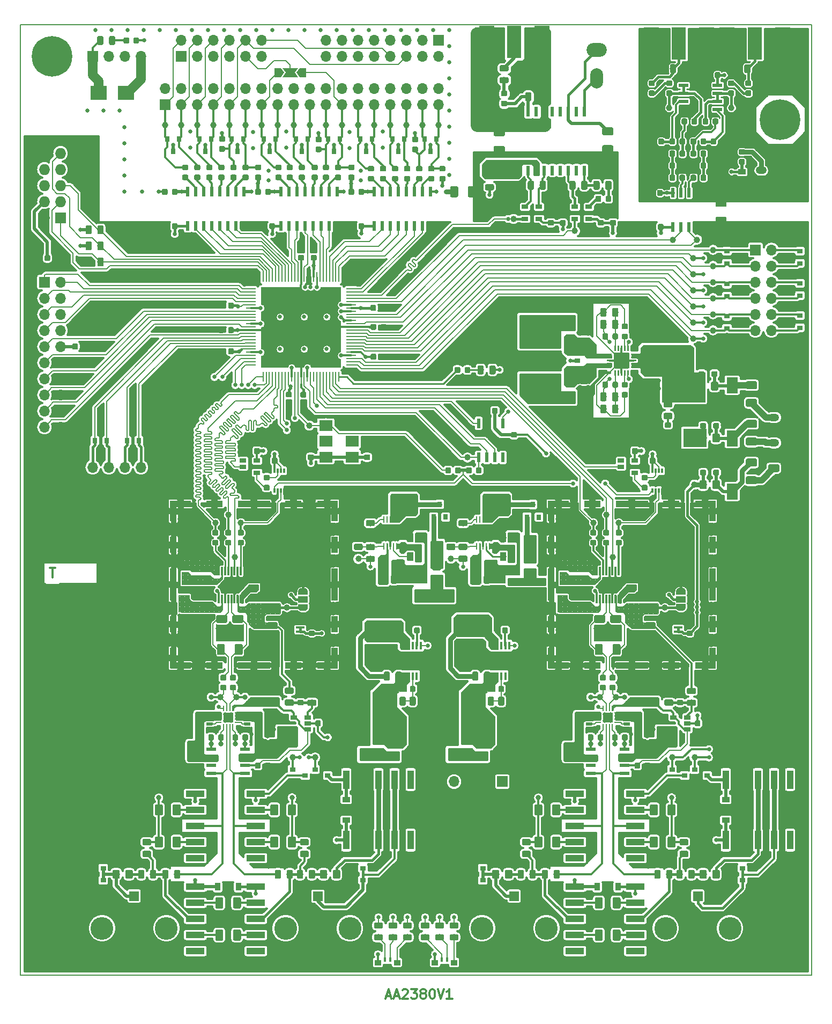
<source format=gbr>
G04 #@! TF.GenerationSoftware,KiCad,Pcbnew,5.0.2-bee76a0~70~ubuntu16.04.1*
G04 #@! TF.CreationDate,2019-03-08T17:41:57+01:00*
G04 #@! TF.ProjectId,AA2380V1,41413233-3830-4563-912e-6b696361645f,1.0*
G04 #@! TF.SameCoordinates,Original*
G04 #@! TF.FileFunction,Copper,L1,Top*
G04 #@! TF.FilePolarity,Positive*
%FSLAX46Y46*%
G04 Gerber Fmt 4.6, Leading zero omitted, Abs format (unit mm)*
G04 Created by KiCad (PCBNEW 5.0.2-bee76a0~70~ubuntu16.04.1) date ven. 08 mars 2019 17:41:57 CET*
%MOMM*%
%LPD*%
G01*
G04 APERTURE LIST*
G04 #@! TA.AperFunction,NonConductor*
%ADD10C,0.300000*%
G04 #@! TD*
G04 #@! TA.AperFunction,NonConductor*
%ADD11C,0.150000*%
G04 #@! TD*
G04 #@! TA.AperFunction,SMDPad,CuDef*
%ADD12R,1.500000X1.000000*%
G04 #@! TD*
G04 #@! TA.AperFunction,SMDPad,CuDef*
%ADD13C,0.500000*%
G04 #@! TD*
G04 #@! TA.AperFunction,Conductor*
%ADD14C,0.100000*%
G04 #@! TD*
G04 #@! TA.AperFunction,SMDPad,CuDef*
%ADD15C,0.875000*%
G04 #@! TD*
G04 #@! TA.AperFunction,SMDPad,CuDef*
%ADD16C,0.975000*%
G04 #@! TD*
G04 #@! TA.AperFunction,SMDPad,CuDef*
%ADD17R,1.000000X2.600000*%
G04 #@! TD*
G04 #@! TA.AperFunction,SMDPad,CuDef*
%ADD18R,2.600000X1.000000*%
G04 #@! TD*
G04 #@! TA.AperFunction,SMDPad,CuDef*
%ADD19R,1.000000X5.100000*%
G04 #@! TD*
G04 #@! TA.AperFunction,SMDPad,CuDef*
%ADD20R,5.100000X1.000000*%
G04 #@! TD*
G04 #@! TA.AperFunction,SMDPad,CuDef*
%ADD21R,3.300000X1.000000*%
G04 #@! TD*
G04 #@! TA.AperFunction,SMDPad,CuDef*
%ADD22R,1.000000X3.300000*%
G04 #@! TD*
G04 #@! TA.AperFunction,SMDPad,CuDef*
%ADD23R,0.900000X0.800000*%
G04 #@! TD*
G04 #@! TA.AperFunction,SMDPad,CuDef*
%ADD24R,0.400000X0.800000*%
G04 #@! TD*
G04 #@! TA.AperFunction,SMDPad,CuDef*
%ADD25R,1.000000X0.900000*%
G04 #@! TD*
G04 #@! TA.AperFunction,BGAPad,CuDef*
%ADD26C,1.000000*%
G04 #@! TD*
G04 #@! TA.AperFunction,SMDPad,CuDef*
%ADD27R,3.000000X1.000000*%
G04 #@! TD*
G04 #@! TA.AperFunction,SMDPad,CuDef*
%ADD28C,1.250000*%
G04 #@! TD*
G04 #@! TA.AperFunction,SMDPad,CuDef*
%ADD29R,1.550000X0.600000*%
G04 #@! TD*
G04 #@! TA.AperFunction,ComponentPad*
%ADD30C,0.650000*%
G04 #@! TD*
G04 #@! TA.AperFunction,ViaPad*
%ADD31C,0.650000*%
G04 #@! TD*
G04 #@! TA.AperFunction,SMDPad,CuDef*
%ADD32R,1.650000X1.650000*%
G04 #@! TD*
G04 #@! TA.AperFunction,SMDPad,CuDef*
%ADD33R,0.813000X0.290000*%
G04 #@! TD*
G04 #@! TA.AperFunction,SMDPad,CuDef*
%ADD34R,0.290000X0.813000*%
G04 #@! TD*
G04 #@! TA.AperFunction,SMDPad,CuDef*
%ADD35C,1.150000*%
G04 #@! TD*
G04 #@! TA.AperFunction,SMDPad,CuDef*
%ADD36R,1.000000X3.000000*%
G04 #@! TD*
G04 #@! TA.AperFunction,SMDPad,CuDef*
%ADD37R,1.200000X0.900000*%
G04 #@! TD*
G04 #@! TA.AperFunction,SMDPad,CuDef*
%ADD38R,0.900000X1.200000*%
G04 #@! TD*
G04 #@! TA.AperFunction,SMDPad,CuDef*
%ADD39R,1.060000X0.650000*%
G04 #@! TD*
G04 #@! TA.AperFunction,SMDPad,CuDef*
%ADD40R,0.800000X0.900000*%
G04 #@! TD*
G04 #@! TA.AperFunction,SMDPad,CuDef*
%ADD41R,1.880000X1.680000*%
G04 #@! TD*
G04 #@! TA.AperFunction,SMDPad,CuDef*
%ADD42R,0.295000X1.000000*%
G04 #@! TD*
G04 #@! TA.AperFunction,SMDPad,CuDef*
%ADD43R,0.290000X1.000000*%
G04 #@! TD*
G04 #@! TA.AperFunction,SMDPad,CuDef*
%ADD44R,2.500000X2.300000*%
G04 #@! TD*
G04 #@! TA.AperFunction,ComponentPad*
%ADD45O,1.700000X1.700000*%
G04 #@! TD*
G04 #@! TA.AperFunction,ComponentPad*
%ADD46R,1.700000X1.700000*%
G04 #@! TD*
G04 #@! TA.AperFunction,Conductor*
%ADD47R,0.460000X0.950000*%
G04 #@! TD*
G04 #@! TA.AperFunction,ViaPad*
%ADD48C,0.970000*%
G04 #@! TD*
G04 #@! TA.AperFunction,SMDPad,CuDef*
%ADD49R,2.420000X5.080000*%
G04 #@! TD*
G04 #@! TA.AperFunction,SMDPad,CuDef*
%ADD50R,2.290000X5.080000*%
G04 #@! TD*
G04 #@! TA.AperFunction,SMDPad,CuDef*
%ADD51C,1.000000*%
G04 #@! TD*
G04 #@! TA.AperFunction,SMDPad,CuDef*
%ADD52R,0.280000X1.500000*%
G04 #@! TD*
G04 #@! TA.AperFunction,SMDPad,CuDef*
%ADD53R,1.500000X0.280000*%
G04 #@! TD*
G04 #@! TA.AperFunction,SMDPad,CuDef*
%ADD54R,0.400000X1.260000*%
G04 #@! TD*
G04 #@! TA.AperFunction,SMDPad,CuDef*
%ADD55R,2.800000X2.540000*%
G04 #@! TD*
G04 #@! TA.AperFunction,SMDPad,CuDef*
%ADD56C,1.800000*%
G04 #@! TD*
G04 #@! TA.AperFunction,SMDPad,CuDef*
%ADD57R,1.800000X2.500000*%
G04 #@! TD*
G04 #@! TA.AperFunction,ComponentPad*
%ADD58C,6.400000*%
G04 #@! TD*
G04 #@! TA.AperFunction,ComponentPad*
%ADD59C,0.800000*%
G04 #@! TD*
G04 #@! TA.AperFunction,ComponentPad*
%ADD60R,1.500000X1.500000*%
G04 #@! TD*
G04 #@! TA.AperFunction,ComponentPad*
%ADD61C,1.500000*%
G04 #@! TD*
G04 #@! TA.AperFunction,ComponentPad*
%ADD62C,3.600000*%
G04 #@! TD*
G04 #@! TA.AperFunction,ComponentPad*
%ADD63O,2.000000X3.200000*%
G04 #@! TD*
G04 #@! TA.AperFunction,ComponentPad*
%ADD64O,3.200000X2.200000*%
G04 #@! TD*
G04 #@! TA.AperFunction,SMDPad,CuDef*
%ADD65C,0.300000*%
G04 #@! TD*
G04 #@! TA.AperFunction,Conductor*
%ADD66C,0.300000*%
G04 #@! TD*
G04 #@! TA.AperFunction,SMDPad,CuDef*
%ADD67R,0.600000X1.500000*%
G04 #@! TD*
G04 #@! TA.AperFunction,SMDPad,CuDef*
%ADD68R,2.150000X1.700000*%
G04 #@! TD*
G04 #@! TA.AperFunction,SMDPad,CuDef*
%ADD69R,1.450000X0.450000*%
G04 #@! TD*
G04 #@! TA.AperFunction,SMDPad,CuDef*
%ADD70R,0.300000X0.800000*%
G04 #@! TD*
G04 #@! TA.AperFunction,SMDPad,CuDef*
%ADD71R,0.300000X1.400000*%
G04 #@! TD*
G04 #@! TA.AperFunction,SMDPad,CuDef*
%ADD72R,0.600000X1.550000*%
G04 #@! TD*
G04 #@! TA.AperFunction,ComponentPad*
%ADD73O,1.727200X1.727200*%
G04 #@! TD*
G04 #@! TA.AperFunction,ComponentPad*
%ADD74R,1.727200X1.727200*%
G04 #@! TD*
G04 #@! TA.AperFunction,ComponentPad*
%ADD75O,1.750000X1.200000*%
G04 #@! TD*
G04 #@! TA.AperFunction,ComponentPad*
%ADD76C,1.200000*%
G04 #@! TD*
G04 #@! TA.AperFunction,SMDPad,CuDef*
%ADD77C,2.500000*%
G04 #@! TD*
G04 #@! TA.AperFunction,SMDPad,CuDef*
%ADD78C,0.250000*%
G04 #@! TD*
G04 #@! TA.AperFunction,ViaPad*
%ADD79C,0.800000*%
G04 #@! TD*
G04 #@! TA.AperFunction,Conductor*
%ADD80C,0.300000*%
G04 #@! TD*
G04 #@! TA.AperFunction,Conductor*
%ADD81C,0.500000*%
G04 #@! TD*
G04 #@! TA.AperFunction,Conductor*
%ADD82C,0.200000*%
G04 #@! TD*
G04 #@! TA.AperFunction,Conductor*
%ADD83C,0.400000*%
G04 #@! TD*
G04 #@! TA.AperFunction,Conductor*
%ADD84C,0.750000*%
G04 #@! TD*
G04 #@! TA.AperFunction,Conductor*
%ADD85C,1.500000*%
G04 #@! TD*
G04 #@! TA.AperFunction,Conductor*
%ADD86C,1.000000*%
G04 #@! TD*
G04 #@! TA.AperFunction,Conductor*
%ADD87C,0.250000*%
G04 #@! TD*
G04 #@! TA.AperFunction,Conductor*
%ADD88C,0.120000*%
G04 #@! TD*
G04 #@! TA.AperFunction,Conductor*
%ADD89C,0.254000*%
G04 #@! TD*
%ADD90C,0.100000*%
G04 APERTURE END LIST*
D10*
X96785714Y-209250000D02*
X97500000Y-209250000D01*
X96642857Y-209678571D02*
X97142857Y-208178571D01*
X97642857Y-209678571D01*
X98071428Y-209250000D02*
X98785714Y-209250000D01*
X97928571Y-209678571D02*
X98428571Y-208178571D01*
X98928571Y-209678571D01*
X99357142Y-208321428D02*
X99428571Y-208250000D01*
X99571428Y-208178571D01*
X99928571Y-208178571D01*
X100071428Y-208250000D01*
X100142857Y-208321428D01*
X100214285Y-208464285D01*
X100214285Y-208607142D01*
X100142857Y-208821428D01*
X99285714Y-209678571D01*
X100214285Y-209678571D01*
X100714285Y-208178571D02*
X101642857Y-208178571D01*
X101142857Y-208750000D01*
X101357142Y-208750000D01*
X101500000Y-208821428D01*
X101571428Y-208892857D01*
X101642857Y-209035714D01*
X101642857Y-209392857D01*
X101571428Y-209535714D01*
X101500000Y-209607142D01*
X101357142Y-209678571D01*
X100928571Y-209678571D01*
X100785714Y-209607142D01*
X100714285Y-209535714D01*
X102500000Y-208821428D02*
X102357142Y-208750000D01*
X102285714Y-208678571D01*
X102214285Y-208535714D01*
X102214285Y-208464285D01*
X102285714Y-208321428D01*
X102357142Y-208250000D01*
X102500000Y-208178571D01*
X102785714Y-208178571D01*
X102928571Y-208250000D01*
X103000000Y-208321428D01*
X103071428Y-208464285D01*
X103071428Y-208535714D01*
X103000000Y-208678571D01*
X102928571Y-208750000D01*
X102785714Y-208821428D01*
X102500000Y-208821428D01*
X102357142Y-208892857D01*
X102285714Y-208964285D01*
X102214285Y-209107142D01*
X102214285Y-209392857D01*
X102285714Y-209535714D01*
X102357142Y-209607142D01*
X102500000Y-209678571D01*
X102785714Y-209678571D01*
X102928571Y-209607142D01*
X103000000Y-209535714D01*
X103071428Y-209392857D01*
X103071428Y-209107142D01*
X103000000Y-208964285D01*
X102928571Y-208892857D01*
X102785714Y-208821428D01*
X104000000Y-208178571D02*
X104142857Y-208178571D01*
X104285714Y-208250000D01*
X104357142Y-208321428D01*
X104428571Y-208464285D01*
X104500000Y-208750000D01*
X104500000Y-209107142D01*
X104428571Y-209392857D01*
X104357142Y-209535714D01*
X104285714Y-209607142D01*
X104142857Y-209678571D01*
X104000000Y-209678571D01*
X103857142Y-209607142D01*
X103785714Y-209535714D01*
X103714285Y-209392857D01*
X103642857Y-209107142D01*
X103642857Y-208750000D01*
X103714285Y-208464285D01*
X103785714Y-208321428D01*
X103857142Y-208250000D01*
X104000000Y-208178571D01*
X104928571Y-208178571D02*
X105428571Y-209678571D01*
X105928571Y-208178571D01*
X107214285Y-209678571D02*
X106357142Y-209678571D01*
X106785714Y-209678571D02*
X106785714Y-208178571D01*
X106642857Y-208392857D01*
X106500000Y-208535714D01*
X106357142Y-208607142D01*
X43651428Y-141743571D02*
X44508571Y-141743571D01*
X44080000Y-143243571D02*
X44080000Y-141743571D01*
D11*
X164000000Y-206000000D02*
X164000000Y-56000000D01*
X39000000Y-56000000D02*
X164000000Y-56000000D01*
X39000000Y-206000000D02*
X39000000Y-56000000D01*
X164000000Y-206000000D02*
X39000000Y-206000000D01*
D12*
G04 #@! TO.P,JP2,2*
G04 #@! TO.N,Net-(C40-Pad2)*
X83640000Y-146697000D03*
D13*
G04 #@! TO.P,JP2,3*
G04 #@! TO.N,GND*
X83640000Y-145397000D03*
D14*
G04 #@! TD*
G04 #@! TO.N,GND*
G04 #@! TO.C,JP2*
G36*
X82890602Y-145397000D02*
X82890602Y-145372466D01*
X82895412Y-145323635D01*
X82904984Y-145275510D01*
X82919228Y-145228555D01*
X82938005Y-145183222D01*
X82961136Y-145139949D01*
X82988396Y-145099150D01*
X83019524Y-145061221D01*
X83054221Y-145026524D01*
X83092150Y-144995396D01*
X83132949Y-144968136D01*
X83176222Y-144945005D01*
X83221555Y-144926228D01*
X83268510Y-144911984D01*
X83316635Y-144902412D01*
X83365466Y-144897602D01*
X83390000Y-144897602D01*
X83390000Y-144897000D01*
X83890000Y-144897000D01*
X83890000Y-144897602D01*
X83914534Y-144897602D01*
X83963365Y-144902412D01*
X84011490Y-144911984D01*
X84058445Y-144926228D01*
X84103778Y-144945005D01*
X84147051Y-144968136D01*
X84187850Y-144995396D01*
X84225779Y-145026524D01*
X84260476Y-145061221D01*
X84291604Y-145099150D01*
X84318864Y-145139949D01*
X84341995Y-145183222D01*
X84360772Y-145228555D01*
X84375016Y-145275510D01*
X84384588Y-145323635D01*
X84389398Y-145372466D01*
X84389398Y-145397000D01*
X84390000Y-145397000D01*
X84390000Y-145947000D01*
X82890000Y-145947000D01*
X82890000Y-145397000D01*
X82890602Y-145397000D01*
X82890602Y-145397000D01*
G37*
D13*
G04 #@! TO.P,JP2,1*
G04 #@! TO.N,/Analog front end/REF+5CH2*
X83640000Y-147997000D03*
D14*
G04 #@! TD*
G04 #@! TO.N,/Analog front end/REF+5CH2*
G04 #@! TO.C,JP2*
G36*
X84390000Y-147447000D02*
X84390000Y-147997000D01*
X84389398Y-147997000D01*
X84389398Y-148021534D01*
X84384588Y-148070365D01*
X84375016Y-148118490D01*
X84360772Y-148165445D01*
X84341995Y-148210778D01*
X84318864Y-148254051D01*
X84291604Y-148294850D01*
X84260476Y-148332779D01*
X84225779Y-148367476D01*
X84187850Y-148398604D01*
X84147051Y-148425864D01*
X84103778Y-148448995D01*
X84058445Y-148467772D01*
X84011490Y-148482016D01*
X83963365Y-148491588D01*
X83914534Y-148496398D01*
X83890000Y-148496398D01*
X83890000Y-148497000D01*
X83390000Y-148497000D01*
X83390000Y-148496398D01*
X83365466Y-148496398D01*
X83316635Y-148491588D01*
X83268510Y-148482016D01*
X83221555Y-148467772D01*
X83176222Y-148448995D01*
X83132949Y-148425864D01*
X83092150Y-148398604D01*
X83054221Y-148367476D01*
X83019524Y-148332779D01*
X82988396Y-148294850D01*
X82961136Y-148254051D01*
X82938005Y-148210778D01*
X82919228Y-148165445D01*
X82904984Y-148118490D01*
X82895412Y-148070365D01*
X82890602Y-148021534D01*
X82890602Y-147997000D01*
X82890000Y-147997000D01*
X82890000Y-147447000D01*
X84390000Y-147447000D01*
X84390000Y-147447000D01*
G37*
D13*
G04 #@! TO.P,JP1,1*
G04 #@! TO.N,/Analog front end/REF+5CH1*
X143330000Y-147967000D03*
D14*
G04 #@! TD*
G04 #@! TO.N,/Analog front end/REF+5CH1*
G04 #@! TO.C,JP1*
G36*
X144080000Y-147417000D02*
X144080000Y-147967000D01*
X144079398Y-147967000D01*
X144079398Y-147991534D01*
X144074588Y-148040365D01*
X144065016Y-148088490D01*
X144050772Y-148135445D01*
X144031995Y-148180778D01*
X144008864Y-148224051D01*
X143981604Y-148264850D01*
X143950476Y-148302779D01*
X143915779Y-148337476D01*
X143877850Y-148368604D01*
X143837051Y-148395864D01*
X143793778Y-148418995D01*
X143748445Y-148437772D01*
X143701490Y-148452016D01*
X143653365Y-148461588D01*
X143604534Y-148466398D01*
X143580000Y-148466398D01*
X143580000Y-148467000D01*
X143080000Y-148467000D01*
X143080000Y-148466398D01*
X143055466Y-148466398D01*
X143006635Y-148461588D01*
X142958510Y-148452016D01*
X142911555Y-148437772D01*
X142866222Y-148418995D01*
X142822949Y-148395864D01*
X142782150Y-148368604D01*
X142744221Y-148337476D01*
X142709524Y-148302779D01*
X142678396Y-148264850D01*
X142651136Y-148224051D01*
X142628005Y-148180778D01*
X142609228Y-148135445D01*
X142594984Y-148088490D01*
X142585412Y-148040365D01*
X142580602Y-147991534D01*
X142580602Y-147967000D01*
X142580000Y-147967000D01*
X142580000Y-147417000D01*
X144080000Y-147417000D01*
X144080000Y-147417000D01*
G37*
D13*
G04 #@! TO.P,JP1,3*
G04 #@! TO.N,GND*
X143330000Y-145367000D03*
D14*
G04 #@! TD*
G04 #@! TO.N,GND*
G04 #@! TO.C,JP1*
G36*
X142580602Y-145367000D02*
X142580602Y-145342466D01*
X142585412Y-145293635D01*
X142594984Y-145245510D01*
X142609228Y-145198555D01*
X142628005Y-145153222D01*
X142651136Y-145109949D01*
X142678396Y-145069150D01*
X142709524Y-145031221D01*
X142744221Y-144996524D01*
X142782150Y-144965396D01*
X142822949Y-144938136D01*
X142866222Y-144915005D01*
X142911555Y-144896228D01*
X142958510Y-144881984D01*
X143006635Y-144872412D01*
X143055466Y-144867602D01*
X143080000Y-144867602D01*
X143080000Y-144867000D01*
X143580000Y-144867000D01*
X143580000Y-144867602D01*
X143604534Y-144867602D01*
X143653365Y-144872412D01*
X143701490Y-144881984D01*
X143748445Y-144896228D01*
X143793778Y-144915005D01*
X143837051Y-144938136D01*
X143877850Y-144965396D01*
X143915779Y-144996524D01*
X143950476Y-145031221D01*
X143981604Y-145069150D01*
X144008864Y-145109949D01*
X144031995Y-145153222D01*
X144050772Y-145198555D01*
X144065016Y-145245510D01*
X144074588Y-145293635D01*
X144079398Y-145342466D01*
X144079398Y-145367000D01*
X144080000Y-145367000D01*
X144080000Y-145917000D01*
X142580000Y-145917000D01*
X142580000Y-145367000D01*
X142580602Y-145367000D01*
X142580602Y-145367000D01*
G37*
D12*
G04 #@! TO.P,JP1,2*
G04 #@! TO.N,Net-(C17-Pad2)*
X143330000Y-146667000D03*
G04 #@! TD*
D14*
G04 #@! TO.N,Net-(R25-Pad2)*
G04 #@! TO.C,R25*
G36*
X70071331Y-137303953D02*
X70092566Y-137307103D01*
X70113390Y-137312319D01*
X70133602Y-137319551D01*
X70153008Y-137328730D01*
X70171421Y-137339766D01*
X70188664Y-137352554D01*
X70204570Y-137366970D01*
X70218986Y-137382876D01*
X70231774Y-137400119D01*
X70242810Y-137418532D01*
X70251989Y-137437938D01*
X70259221Y-137458150D01*
X70264437Y-137478974D01*
X70267587Y-137500209D01*
X70268640Y-137521650D01*
X70268640Y-137959150D01*
X70267587Y-137980591D01*
X70264437Y-138001826D01*
X70259221Y-138022650D01*
X70251989Y-138042862D01*
X70242810Y-138062268D01*
X70231774Y-138080681D01*
X70218986Y-138097924D01*
X70204570Y-138113830D01*
X70188664Y-138128246D01*
X70171421Y-138141034D01*
X70153008Y-138152070D01*
X70133602Y-138161249D01*
X70113390Y-138168481D01*
X70092566Y-138173697D01*
X70071331Y-138176847D01*
X70049890Y-138177900D01*
X69537390Y-138177900D01*
X69515949Y-138176847D01*
X69494714Y-138173697D01*
X69473890Y-138168481D01*
X69453678Y-138161249D01*
X69434272Y-138152070D01*
X69415859Y-138141034D01*
X69398616Y-138128246D01*
X69382710Y-138113830D01*
X69368294Y-138097924D01*
X69355506Y-138080681D01*
X69344470Y-138062268D01*
X69335291Y-138042862D01*
X69328059Y-138022650D01*
X69322843Y-138001826D01*
X69319693Y-137980591D01*
X69318640Y-137959150D01*
X69318640Y-137521650D01*
X69319693Y-137500209D01*
X69322843Y-137478974D01*
X69328059Y-137458150D01*
X69335291Y-137437938D01*
X69344470Y-137418532D01*
X69355506Y-137400119D01*
X69368294Y-137382876D01*
X69382710Y-137366970D01*
X69398616Y-137352554D01*
X69415859Y-137339766D01*
X69434272Y-137328730D01*
X69453678Y-137319551D01*
X69473890Y-137312319D01*
X69494714Y-137307103D01*
X69515949Y-137303953D01*
X69537390Y-137302900D01*
X70049890Y-137302900D01*
X70071331Y-137303953D01*
X70071331Y-137303953D01*
G37*
D15*
G04 #@! TD*
G04 #@! TO.P,R25,2*
G04 #@! TO.N,Net-(R25-Pad2)*
X69793640Y-137740400D03*
D14*
G04 #@! TO.N,ADC2_SDO*
G04 #@! TO.C,R25*
G36*
X70071331Y-135728953D02*
X70092566Y-135732103D01*
X70113390Y-135737319D01*
X70133602Y-135744551D01*
X70153008Y-135753730D01*
X70171421Y-135764766D01*
X70188664Y-135777554D01*
X70204570Y-135791970D01*
X70218986Y-135807876D01*
X70231774Y-135825119D01*
X70242810Y-135843532D01*
X70251989Y-135862938D01*
X70259221Y-135883150D01*
X70264437Y-135903974D01*
X70267587Y-135925209D01*
X70268640Y-135946650D01*
X70268640Y-136384150D01*
X70267587Y-136405591D01*
X70264437Y-136426826D01*
X70259221Y-136447650D01*
X70251989Y-136467862D01*
X70242810Y-136487268D01*
X70231774Y-136505681D01*
X70218986Y-136522924D01*
X70204570Y-136538830D01*
X70188664Y-136553246D01*
X70171421Y-136566034D01*
X70153008Y-136577070D01*
X70133602Y-136586249D01*
X70113390Y-136593481D01*
X70092566Y-136598697D01*
X70071331Y-136601847D01*
X70049890Y-136602900D01*
X69537390Y-136602900D01*
X69515949Y-136601847D01*
X69494714Y-136598697D01*
X69473890Y-136593481D01*
X69453678Y-136586249D01*
X69434272Y-136577070D01*
X69415859Y-136566034D01*
X69398616Y-136553246D01*
X69382710Y-136538830D01*
X69368294Y-136522924D01*
X69355506Y-136505681D01*
X69344470Y-136487268D01*
X69335291Y-136467862D01*
X69328059Y-136447650D01*
X69322843Y-136426826D01*
X69319693Y-136405591D01*
X69318640Y-136384150D01*
X69318640Y-135946650D01*
X69319693Y-135925209D01*
X69322843Y-135903974D01*
X69328059Y-135883150D01*
X69335291Y-135862938D01*
X69344470Y-135843532D01*
X69355506Y-135825119D01*
X69368294Y-135807876D01*
X69382710Y-135791970D01*
X69398616Y-135777554D01*
X69415859Y-135764766D01*
X69434272Y-135753730D01*
X69453678Y-135744551D01*
X69473890Y-135737319D01*
X69494714Y-135732103D01*
X69515949Y-135728953D01*
X69537390Y-135727900D01*
X70049890Y-135727900D01*
X70071331Y-135728953D01*
X70071331Y-135728953D01*
G37*
D15*
G04 #@! TD*
G04 #@! TO.P,R25,1*
G04 #@! TO.N,ADC2_SDO*
X69793640Y-136165400D03*
D14*
G04 #@! TO.N,ADC2_SCK*
G04 #@! TO.C,R26*
G36*
X72111331Y-135728953D02*
X72132566Y-135732103D01*
X72153390Y-135737319D01*
X72173602Y-135744551D01*
X72193008Y-135753730D01*
X72211421Y-135764766D01*
X72228664Y-135777554D01*
X72244570Y-135791970D01*
X72258986Y-135807876D01*
X72271774Y-135825119D01*
X72282810Y-135843532D01*
X72291989Y-135862938D01*
X72299221Y-135883150D01*
X72304437Y-135903974D01*
X72307587Y-135925209D01*
X72308640Y-135946650D01*
X72308640Y-136384150D01*
X72307587Y-136405591D01*
X72304437Y-136426826D01*
X72299221Y-136447650D01*
X72291989Y-136467862D01*
X72282810Y-136487268D01*
X72271774Y-136505681D01*
X72258986Y-136522924D01*
X72244570Y-136538830D01*
X72228664Y-136553246D01*
X72211421Y-136566034D01*
X72193008Y-136577070D01*
X72173602Y-136586249D01*
X72153390Y-136593481D01*
X72132566Y-136598697D01*
X72111331Y-136601847D01*
X72089890Y-136602900D01*
X71577390Y-136602900D01*
X71555949Y-136601847D01*
X71534714Y-136598697D01*
X71513890Y-136593481D01*
X71493678Y-136586249D01*
X71474272Y-136577070D01*
X71455859Y-136566034D01*
X71438616Y-136553246D01*
X71422710Y-136538830D01*
X71408294Y-136522924D01*
X71395506Y-136505681D01*
X71384470Y-136487268D01*
X71375291Y-136467862D01*
X71368059Y-136447650D01*
X71362843Y-136426826D01*
X71359693Y-136405591D01*
X71358640Y-136384150D01*
X71358640Y-135946650D01*
X71359693Y-135925209D01*
X71362843Y-135903974D01*
X71368059Y-135883150D01*
X71375291Y-135862938D01*
X71384470Y-135843532D01*
X71395506Y-135825119D01*
X71408294Y-135807876D01*
X71422710Y-135791970D01*
X71438616Y-135777554D01*
X71455859Y-135764766D01*
X71474272Y-135753730D01*
X71493678Y-135744551D01*
X71513890Y-135737319D01*
X71534714Y-135732103D01*
X71555949Y-135728953D01*
X71577390Y-135727900D01*
X72089890Y-135727900D01*
X72111331Y-135728953D01*
X72111331Y-135728953D01*
G37*
D15*
G04 #@! TD*
G04 #@! TO.P,R26,1*
G04 #@! TO.N,ADC2_SCK*
X71833640Y-136165400D03*
D14*
G04 #@! TO.N,Net-(R26-Pad2)*
G04 #@! TO.C,R26*
G36*
X72111331Y-137303953D02*
X72132566Y-137307103D01*
X72153390Y-137312319D01*
X72173602Y-137319551D01*
X72193008Y-137328730D01*
X72211421Y-137339766D01*
X72228664Y-137352554D01*
X72244570Y-137366970D01*
X72258986Y-137382876D01*
X72271774Y-137400119D01*
X72282810Y-137418532D01*
X72291989Y-137437938D01*
X72299221Y-137458150D01*
X72304437Y-137478974D01*
X72307587Y-137500209D01*
X72308640Y-137521650D01*
X72308640Y-137959150D01*
X72307587Y-137980591D01*
X72304437Y-138001826D01*
X72299221Y-138022650D01*
X72291989Y-138042862D01*
X72282810Y-138062268D01*
X72271774Y-138080681D01*
X72258986Y-138097924D01*
X72244570Y-138113830D01*
X72228664Y-138128246D01*
X72211421Y-138141034D01*
X72193008Y-138152070D01*
X72173602Y-138161249D01*
X72153390Y-138168481D01*
X72132566Y-138173697D01*
X72111331Y-138176847D01*
X72089890Y-138177900D01*
X71577390Y-138177900D01*
X71555949Y-138176847D01*
X71534714Y-138173697D01*
X71513890Y-138168481D01*
X71493678Y-138161249D01*
X71474272Y-138152070D01*
X71455859Y-138141034D01*
X71438616Y-138128246D01*
X71422710Y-138113830D01*
X71408294Y-138097924D01*
X71395506Y-138080681D01*
X71384470Y-138062268D01*
X71375291Y-138042862D01*
X71368059Y-138022650D01*
X71362843Y-138001826D01*
X71359693Y-137980591D01*
X71358640Y-137959150D01*
X71358640Y-137521650D01*
X71359693Y-137500209D01*
X71362843Y-137478974D01*
X71368059Y-137458150D01*
X71375291Y-137437938D01*
X71384470Y-137418532D01*
X71395506Y-137400119D01*
X71408294Y-137382876D01*
X71422710Y-137366970D01*
X71438616Y-137352554D01*
X71455859Y-137339766D01*
X71474272Y-137328730D01*
X71493678Y-137319551D01*
X71513890Y-137312319D01*
X71534714Y-137307103D01*
X71555949Y-137303953D01*
X71577390Y-137302900D01*
X72089890Y-137302900D01*
X72111331Y-137303953D01*
X72111331Y-137303953D01*
G37*
D15*
G04 #@! TD*
G04 #@! TO.P,R26,2*
G04 #@! TO.N,Net-(R26-Pad2)*
X71833640Y-137740400D03*
D14*
G04 #@! TO.N,Net-(R28-Pad2)*
G04 #@! TO.C,R28*
G36*
X74111331Y-137303953D02*
X74132566Y-137307103D01*
X74153390Y-137312319D01*
X74173602Y-137319551D01*
X74193008Y-137328730D01*
X74211421Y-137339766D01*
X74228664Y-137352554D01*
X74244570Y-137366970D01*
X74258986Y-137382876D01*
X74271774Y-137400119D01*
X74282810Y-137418532D01*
X74291989Y-137437938D01*
X74299221Y-137458150D01*
X74304437Y-137478974D01*
X74307587Y-137500209D01*
X74308640Y-137521650D01*
X74308640Y-137959150D01*
X74307587Y-137980591D01*
X74304437Y-138001826D01*
X74299221Y-138022650D01*
X74291989Y-138042862D01*
X74282810Y-138062268D01*
X74271774Y-138080681D01*
X74258986Y-138097924D01*
X74244570Y-138113830D01*
X74228664Y-138128246D01*
X74211421Y-138141034D01*
X74193008Y-138152070D01*
X74173602Y-138161249D01*
X74153390Y-138168481D01*
X74132566Y-138173697D01*
X74111331Y-138176847D01*
X74089890Y-138177900D01*
X73577390Y-138177900D01*
X73555949Y-138176847D01*
X73534714Y-138173697D01*
X73513890Y-138168481D01*
X73493678Y-138161249D01*
X73474272Y-138152070D01*
X73455859Y-138141034D01*
X73438616Y-138128246D01*
X73422710Y-138113830D01*
X73408294Y-138097924D01*
X73395506Y-138080681D01*
X73384470Y-138062268D01*
X73375291Y-138042862D01*
X73368059Y-138022650D01*
X73362843Y-138001826D01*
X73359693Y-137980591D01*
X73358640Y-137959150D01*
X73358640Y-137521650D01*
X73359693Y-137500209D01*
X73362843Y-137478974D01*
X73368059Y-137458150D01*
X73375291Y-137437938D01*
X73384470Y-137418532D01*
X73395506Y-137400119D01*
X73408294Y-137382876D01*
X73422710Y-137366970D01*
X73438616Y-137352554D01*
X73455859Y-137339766D01*
X73474272Y-137328730D01*
X73493678Y-137319551D01*
X73513890Y-137312319D01*
X73534714Y-137307103D01*
X73555949Y-137303953D01*
X73577390Y-137302900D01*
X74089890Y-137302900D01*
X74111331Y-137303953D01*
X74111331Y-137303953D01*
G37*
D15*
G04 #@! TD*
G04 #@! TO.P,R28,2*
G04 #@! TO.N,Net-(R28-Pad2)*
X73833640Y-137740400D03*
D14*
G04 #@! TO.N,Net-(R28-Pad1)*
G04 #@! TO.C,R28*
G36*
X74111331Y-135728953D02*
X74132566Y-135732103D01*
X74153390Y-135737319D01*
X74173602Y-135744551D01*
X74193008Y-135753730D01*
X74211421Y-135764766D01*
X74228664Y-135777554D01*
X74244570Y-135791970D01*
X74258986Y-135807876D01*
X74271774Y-135825119D01*
X74282810Y-135843532D01*
X74291989Y-135862938D01*
X74299221Y-135883150D01*
X74304437Y-135903974D01*
X74307587Y-135925209D01*
X74308640Y-135946650D01*
X74308640Y-136384150D01*
X74307587Y-136405591D01*
X74304437Y-136426826D01*
X74299221Y-136447650D01*
X74291989Y-136467862D01*
X74282810Y-136487268D01*
X74271774Y-136505681D01*
X74258986Y-136522924D01*
X74244570Y-136538830D01*
X74228664Y-136553246D01*
X74211421Y-136566034D01*
X74193008Y-136577070D01*
X74173602Y-136586249D01*
X74153390Y-136593481D01*
X74132566Y-136598697D01*
X74111331Y-136601847D01*
X74089890Y-136602900D01*
X73577390Y-136602900D01*
X73555949Y-136601847D01*
X73534714Y-136598697D01*
X73513890Y-136593481D01*
X73493678Y-136586249D01*
X73474272Y-136577070D01*
X73455859Y-136566034D01*
X73438616Y-136553246D01*
X73422710Y-136538830D01*
X73408294Y-136522924D01*
X73395506Y-136505681D01*
X73384470Y-136487268D01*
X73375291Y-136467862D01*
X73368059Y-136447650D01*
X73362843Y-136426826D01*
X73359693Y-136405591D01*
X73358640Y-136384150D01*
X73358640Y-135946650D01*
X73359693Y-135925209D01*
X73362843Y-135903974D01*
X73368059Y-135883150D01*
X73375291Y-135862938D01*
X73384470Y-135843532D01*
X73395506Y-135825119D01*
X73408294Y-135807876D01*
X73422710Y-135791970D01*
X73438616Y-135777554D01*
X73455859Y-135764766D01*
X73474272Y-135753730D01*
X73493678Y-135744551D01*
X73513890Y-135737319D01*
X73534714Y-135732103D01*
X73555949Y-135728953D01*
X73577390Y-135727900D01*
X74089890Y-135727900D01*
X74111331Y-135728953D01*
X74111331Y-135728953D01*
G37*
D15*
G04 #@! TD*
G04 #@! TO.P,R28,1*
G04 #@! TO.N,Net-(R28-Pad1)*
X73833640Y-136165400D03*
D14*
G04 #@! TO.N,ADC1_SDO*
G04 #@! TO.C,R7*
G36*
X129760691Y-135729053D02*
X129781926Y-135732203D01*
X129802750Y-135737419D01*
X129822962Y-135744651D01*
X129842368Y-135753830D01*
X129860781Y-135764866D01*
X129878024Y-135777654D01*
X129893930Y-135792070D01*
X129908346Y-135807976D01*
X129921134Y-135825219D01*
X129932170Y-135843632D01*
X129941349Y-135863038D01*
X129948581Y-135883250D01*
X129953797Y-135904074D01*
X129956947Y-135925309D01*
X129958000Y-135946750D01*
X129958000Y-136384250D01*
X129956947Y-136405691D01*
X129953797Y-136426926D01*
X129948581Y-136447750D01*
X129941349Y-136467962D01*
X129932170Y-136487368D01*
X129921134Y-136505781D01*
X129908346Y-136523024D01*
X129893930Y-136538930D01*
X129878024Y-136553346D01*
X129860781Y-136566134D01*
X129842368Y-136577170D01*
X129822962Y-136586349D01*
X129802750Y-136593581D01*
X129781926Y-136598797D01*
X129760691Y-136601947D01*
X129739250Y-136603000D01*
X129226750Y-136603000D01*
X129205309Y-136601947D01*
X129184074Y-136598797D01*
X129163250Y-136593581D01*
X129143038Y-136586349D01*
X129123632Y-136577170D01*
X129105219Y-136566134D01*
X129087976Y-136553346D01*
X129072070Y-136538930D01*
X129057654Y-136523024D01*
X129044866Y-136505781D01*
X129033830Y-136487368D01*
X129024651Y-136467962D01*
X129017419Y-136447750D01*
X129012203Y-136426926D01*
X129009053Y-136405691D01*
X129008000Y-136384250D01*
X129008000Y-135946750D01*
X129009053Y-135925309D01*
X129012203Y-135904074D01*
X129017419Y-135883250D01*
X129024651Y-135863038D01*
X129033830Y-135843632D01*
X129044866Y-135825219D01*
X129057654Y-135807976D01*
X129072070Y-135792070D01*
X129087976Y-135777654D01*
X129105219Y-135764866D01*
X129123632Y-135753830D01*
X129143038Y-135744651D01*
X129163250Y-135737419D01*
X129184074Y-135732203D01*
X129205309Y-135729053D01*
X129226750Y-135728000D01*
X129739250Y-135728000D01*
X129760691Y-135729053D01*
X129760691Y-135729053D01*
G37*
D15*
G04 #@! TD*
G04 #@! TO.P,R7,1*
G04 #@! TO.N,ADC1_SDO*
X129483000Y-136165500D03*
D14*
G04 #@! TO.N,Net-(R7-Pad2)*
G04 #@! TO.C,R7*
G36*
X129760691Y-137304053D02*
X129781926Y-137307203D01*
X129802750Y-137312419D01*
X129822962Y-137319651D01*
X129842368Y-137328830D01*
X129860781Y-137339866D01*
X129878024Y-137352654D01*
X129893930Y-137367070D01*
X129908346Y-137382976D01*
X129921134Y-137400219D01*
X129932170Y-137418632D01*
X129941349Y-137438038D01*
X129948581Y-137458250D01*
X129953797Y-137479074D01*
X129956947Y-137500309D01*
X129958000Y-137521750D01*
X129958000Y-137959250D01*
X129956947Y-137980691D01*
X129953797Y-138001926D01*
X129948581Y-138022750D01*
X129941349Y-138042962D01*
X129932170Y-138062368D01*
X129921134Y-138080781D01*
X129908346Y-138098024D01*
X129893930Y-138113930D01*
X129878024Y-138128346D01*
X129860781Y-138141134D01*
X129842368Y-138152170D01*
X129822962Y-138161349D01*
X129802750Y-138168581D01*
X129781926Y-138173797D01*
X129760691Y-138176947D01*
X129739250Y-138178000D01*
X129226750Y-138178000D01*
X129205309Y-138176947D01*
X129184074Y-138173797D01*
X129163250Y-138168581D01*
X129143038Y-138161349D01*
X129123632Y-138152170D01*
X129105219Y-138141134D01*
X129087976Y-138128346D01*
X129072070Y-138113930D01*
X129057654Y-138098024D01*
X129044866Y-138080781D01*
X129033830Y-138062368D01*
X129024651Y-138042962D01*
X129017419Y-138022750D01*
X129012203Y-138001926D01*
X129009053Y-137980691D01*
X129008000Y-137959250D01*
X129008000Y-137521750D01*
X129009053Y-137500309D01*
X129012203Y-137479074D01*
X129017419Y-137458250D01*
X129024651Y-137438038D01*
X129033830Y-137418632D01*
X129044866Y-137400219D01*
X129057654Y-137382976D01*
X129072070Y-137367070D01*
X129087976Y-137352654D01*
X129105219Y-137339866D01*
X129123632Y-137328830D01*
X129143038Y-137319651D01*
X129163250Y-137312419D01*
X129184074Y-137307203D01*
X129205309Y-137304053D01*
X129226750Y-137303000D01*
X129739250Y-137303000D01*
X129760691Y-137304053D01*
X129760691Y-137304053D01*
G37*
D15*
G04 #@! TD*
G04 #@! TO.P,R7,2*
G04 #@! TO.N,Net-(R7-Pad2)*
X129483000Y-137740500D03*
D14*
G04 #@! TO.N,Net-(R8-Pad2)*
G04 #@! TO.C,R8*
G36*
X131800691Y-137304053D02*
X131821926Y-137307203D01*
X131842750Y-137312419D01*
X131862962Y-137319651D01*
X131882368Y-137328830D01*
X131900781Y-137339866D01*
X131918024Y-137352654D01*
X131933930Y-137367070D01*
X131948346Y-137382976D01*
X131961134Y-137400219D01*
X131972170Y-137418632D01*
X131981349Y-137438038D01*
X131988581Y-137458250D01*
X131993797Y-137479074D01*
X131996947Y-137500309D01*
X131998000Y-137521750D01*
X131998000Y-137959250D01*
X131996947Y-137980691D01*
X131993797Y-138001926D01*
X131988581Y-138022750D01*
X131981349Y-138042962D01*
X131972170Y-138062368D01*
X131961134Y-138080781D01*
X131948346Y-138098024D01*
X131933930Y-138113930D01*
X131918024Y-138128346D01*
X131900781Y-138141134D01*
X131882368Y-138152170D01*
X131862962Y-138161349D01*
X131842750Y-138168581D01*
X131821926Y-138173797D01*
X131800691Y-138176947D01*
X131779250Y-138178000D01*
X131266750Y-138178000D01*
X131245309Y-138176947D01*
X131224074Y-138173797D01*
X131203250Y-138168581D01*
X131183038Y-138161349D01*
X131163632Y-138152170D01*
X131145219Y-138141134D01*
X131127976Y-138128346D01*
X131112070Y-138113930D01*
X131097654Y-138098024D01*
X131084866Y-138080781D01*
X131073830Y-138062368D01*
X131064651Y-138042962D01*
X131057419Y-138022750D01*
X131052203Y-138001926D01*
X131049053Y-137980691D01*
X131048000Y-137959250D01*
X131048000Y-137521750D01*
X131049053Y-137500309D01*
X131052203Y-137479074D01*
X131057419Y-137458250D01*
X131064651Y-137438038D01*
X131073830Y-137418632D01*
X131084866Y-137400219D01*
X131097654Y-137382976D01*
X131112070Y-137367070D01*
X131127976Y-137352654D01*
X131145219Y-137339866D01*
X131163632Y-137328830D01*
X131183038Y-137319651D01*
X131203250Y-137312419D01*
X131224074Y-137307203D01*
X131245309Y-137304053D01*
X131266750Y-137303000D01*
X131779250Y-137303000D01*
X131800691Y-137304053D01*
X131800691Y-137304053D01*
G37*
D15*
G04 #@! TD*
G04 #@! TO.P,R8,2*
G04 #@! TO.N,Net-(R8-Pad2)*
X131523000Y-137740500D03*
D14*
G04 #@! TO.N,ADC1_SCK*
G04 #@! TO.C,R8*
G36*
X131800691Y-135729053D02*
X131821926Y-135732203D01*
X131842750Y-135737419D01*
X131862962Y-135744651D01*
X131882368Y-135753830D01*
X131900781Y-135764866D01*
X131918024Y-135777654D01*
X131933930Y-135792070D01*
X131948346Y-135807976D01*
X131961134Y-135825219D01*
X131972170Y-135843632D01*
X131981349Y-135863038D01*
X131988581Y-135883250D01*
X131993797Y-135904074D01*
X131996947Y-135925309D01*
X131998000Y-135946750D01*
X131998000Y-136384250D01*
X131996947Y-136405691D01*
X131993797Y-136426926D01*
X131988581Y-136447750D01*
X131981349Y-136467962D01*
X131972170Y-136487368D01*
X131961134Y-136505781D01*
X131948346Y-136523024D01*
X131933930Y-136538930D01*
X131918024Y-136553346D01*
X131900781Y-136566134D01*
X131882368Y-136577170D01*
X131862962Y-136586349D01*
X131842750Y-136593581D01*
X131821926Y-136598797D01*
X131800691Y-136601947D01*
X131779250Y-136603000D01*
X131266750Y-136603000D01*
X131245309Y-136601947D01*
X131224074Y-136598797D01*
X131203250Y-136593581D01*
X131183038Y-136586349D01*
X131163632Y-136577170D01*
X131145219Y-136566134D01*
X131127976Y-136553346D01*
X131112070Y-136538930D01*
X131097654Y-136523024D01*
X131084866Y-136505781D01*
X131073830Y-136487368D01*
X131064651Y-136467962D01*
X131057419Y-136447750D01*
X131052203Y-136426926D01*
X131049053Y-136405691D01*
X131048000Y-136384250D01*
X131048000Y-135946750D01*
X131049053Y-135925309D01*
X131052203Y-135904074D01*
X131057419Y-135883250D01*
X131064651Y-135863038D01*
X131073830Y-135843632D01*
X131084866Y-135825219D01*
X131097654Y-135807976D01*
X131112070Y-135792070D01*
X131127976Y-135777654D01*
X131145219Y-135764866D01*
X131163632Y-135753830D01*
X131183038Y-135744651D01*
X131203250Y-135737419D01*
X131224074Y-135732203D01*
X131245309Y-135729053D01*
X131266750Y-135728000D01*
X131779250Y-135728000D01*
X131800691Y-135729053D01*
X131800691Y-135729053D01*
G37*
D15*
G04 #@! TD*
G04 #@! TO.P,R8,1*
G04 #@! TO.N,ADC1_SCK*
X131523000Y-136165500D03*
D14*
G04 #@! TO.N,Net-(R10-Pad1)*
G04 #@! TO.C,R10*
G36*
X133800691Y-135729053D02*
X133821926Y-135732203D01*
X133842750Y-135737419D01*
X133862962Y-135744651D01*
X133882368Y-135753830D01*
X133900781Y-135764866D01*
X133918024Y-135777654D01*
X133933930Y-135792070D01*
X133948346Y-135807976D01*
X133961134Y-135825219D01*
X133972170Y-135843632D01*
X133981349Y-135863038D01*
X133988581Y-135883250D01*
X133993797Y-135904074D01*
X133996947Y-135925309D01*
X133998000Y-135946750D01*
X133998000Y-136384250D01*
X133996947Y-136405691D01*
X133993797Y-136426926D01*
X133988581Y-136447750D01*
X133981349Y-136467962D01*
X133972170Y-136487368D01*
X133961134Y-136505781D01*
X133948346Y-136523024D01*
X133933930Y-136538930D01*
X133918024Y-136553346D01*
X133900781Y-136566134D01*
X133882368Y-136577170D01*
X133862962Y-136586349D01*
X133842750Y-136593581D01*
X133821926Y-136598797D01*
X133800691Y-136601947D01*
X133779250Y-136603000D01*
X133266750Y-136603000D01*
X133245309Y-136601947D01*
X133224074Y-136598797D01*
X133203250Y-136593581D01*
X133183038Y-136586349D01*
X133163632Y-136577170D01*
X133145219Y-136566134D01*
X133127976Y-136553346D01*
X133112070Y-136538930D01*
X133097654Y-136523024D01*
X133084866Y-136505781D01*
X133073830Y-136487368D01*
X133064651Y-136467962D01*
X133057419Y-136447750D01*
X133052203Y-136426926D01*
X133049053Y-136405691D01*
X133048000Y-136384250D01*
X133048000Y-135946750D01*
X133049053Y-135925309D01*
X133052203Y-135904074D01*
X133057419Y-135883250D01*
X133064651Y-135863038D01*
X133073830Y-135843632D01*
X133084866Y-135825219D01*
X133097654Y-135807976D01*
X133112070Y-135792070D01*
X133127976Y-135777654D01*
X133145219Y-135764866D01*
X133163632Y-135753830D01*
X133183038Y-135744651D01*
X133203250Y-135737419D01*
X133224074Y-135732203D01*
X133245309Y-135729053D01*
X133266750Y-135728000D01*
X133779250Y-135728000D01*
X133800691Y-135729053D01*
X133800691Y-135729053D01*
G37*
D15*
G04 #@! TD*
G04 #@! TO.P,R10,1*
G04 #@! TO.N,Net-(R10-Pad1)*
X133523000Y-136165500D03*
D14*
G04 #@! TO.N,Net-(R10-Pad2)*
G04 #@! TO.C,R10*
G36*
X133800691Y-137304053D02*
X133821926Y-137307203D01*
X133842750Y-137312419D01*
X133862962Y-137319651D01*
X133882368Y-137328830D01*
X133900781Y-137339866D01*
X133918024Y-137352654D01*
X133933930Y-137367070D01*
X133948346Y-137382976D01*
X133961134Y-137400219D01*
X133972170Y-137418632D01*
X133981349Y-137438038D01*
X133988581Y-137458250D01*
X133993797Y-137479074D01*
X133996947Y-137500309D01*
X133998000Y-137521750D01*
X133998000Y-137959250D01*
X133996947Y-137980691D01*
X133993797Y-138001926D01*
X133988581Y-138022750D01*
X133981349Y-138042962D01*
X133972170Y-138062368D01*
X133961134Y-138080781D01*
X133948346Y-138098024D01*
X133933930Y-138113930D01*
X133918024Y-138128346D01*
X133900781Y-138141134D01*
X133882368Y-138152170D01*
X133862962Y-138161349D01*
X133842750Y-138168581D01*
X133821926Y-138173797D01*
X133800691Y-138176947D01*
X133779250Y-138178000D01*
X133266750Y-138178000D01*
X133245309Y-138176947D01*
X133224074Y-138173797D01*
X133203250Y-138168581D01*
X133183038Y-138161349D01*
X133163632Y-138152170D01*
X133145219Y-138141134D01*
X133127976Y-138128346D01*
X133112070Y-138113930D01*
X133097654Y-138098024D01*
X133084866Y-138080781D01*
X133073830Y-138062368D01*
X133064651Y-138042962D01*
X133057419Y-138022750D01*
X133052203Y-138001926D01*
X133049053Y-137980691D01*
X133048000Y-137959250D01*
X133048000Y-137521750D01*
X133049053Y-137500309D01*
X133052203Y-137479074D01*
X133057419Y-137458250D01*
X133064651Y-137438038D01*
X133073830Y-137418632D01*
X133084866Y-137400219D01*
X133097654Y-137382976D01*
X133112070Y-137367070D01*
X133127976Y-137352654D01*
X133145219Y-137339866D01*
X133163632Y-137328830D01*
X133183038Y-137319651D01*
X133203250Y-137312419D01*
X133224074Y-137307203D01*
X133245309Y-137304053D01*
X133266750Y-137303000D01*
X133779250Y-137303000D01*
X133800691Y-137304053D01*
X133800691Y-137304053D01*
G37*
D15*
G04 #@! TD*
G04 #@! TO.P,R10,2*
G04 #@! TO.N,Net-(R10-Pad2)*
X133523000Y-137740500D03*
D14*
G04 #@! TO.N,Net-(R13-Pad2)*
G04 #@! TO.C,R13*
G36*
X110080691Y-125866220D02*
X110101926Y-125869370D01*
X110122750Y-125874586D01*
X110142962Y-125881818D01*
X110162368Y-125890997D01*
X110180781Y-125902033D01*
X110198024Y-125914821D01*
X110213930Y-125929237D01*
X110228346Y-125945143D01*
X110241134Y-125962386D01*
X110252170Y-125980799D01*
X110261349Y-126000205D01*
X110268581Y-126020417D01*
X110273797Y-126041241D01*
X110276947Y-126062476D01*
X110278000Y-126083917D01*
X110278000Y-126596417D01*
X110276947Y-126617858D01*
X110273797Y-126639093D01*
X110268581Y-126659917D01*
X110261349Y-126680129D01*
X110252170Y-126699535D01*
X110241134Y-126717948D01*
X110228346Y-126735191D01*
X110213930Y-126751097D01*
X110198024Y-126765513D01*
X110180781Y-126778301D01*
X110162368Y-126789337D01*
X110142962Y-126798516D01*
X110122750Y-126805748D01*
X110101926Y-126810964D01*
X110080691Y-126814114D01*
X110059250Y-126815167D01*
X109621750Y-126815167D01*
X109600309Y-126814114D01*
X109579074Y-126810964D01*
X109558250Y-126805748D01*
X109538038Y-126798516D01*
X109518632Y-126789337D01*
X109500219Y-126778301D01*
X109482976Y-126765513D01*
X109467070Y-126751097D01*
X109452654Y-126735191D01*
X109439866Y-126717948D01*
X109428830Y-126699535D01*
X109419651Y-126680129D01*
X109412419Y-126659917D01*
X109407203Y-126639093D01*
X109404053Y-126617858D01*
X109403000Y-126596417D01*
X109403000Y-126083917D01*
X109404053Y-126062476D01*
X109407203Y-126041241D01*
X109412419Y-126020417D01*
X109419651Y-126000205D01*
X109428830Y-125980799D01*
X109439866Y-125962386D01*
X109452654Y-125945143D01*
X109467070Y-125929237D01*
X109482976Y-125914821D01*
X109500219Y-125902033D01*
X109518632Y-125890997D01*
X109538038Y-125881818D01*
X109558250Y-125874586D01*
X109579074Y-125869370D01*
X109600309Y-125866220D01*
X109621750Y-125865167D01*
X110059250Y-125865167D01*
X110080691Y-125866220D01*
X110080691Y-125866220D01*
G37*
D15*
G04 #@! TD*
G04 #@! TO.P,R13,2*
G04 #@! TO.N,Net-(R13-Pad2)*
X109840500Y-126340167D03*
D14*
G04 #@! TO.N,CLKIN_xN*
G04 #@! TO.C,R13*
G36*
X111655691Y-125866220D02*
X111676926Y-125869370D01*
X111697750Y-125874586D01*
X111717962Y-125881818D01*
X111737368Y-125890997D01*
X111755781Y-125902033D01*
X111773024Y-125914821D01*
X111788930Y-125929237D01*
X111803346Y-125945143D01*
X111816134Y-125962386D01*
X111827170Y-125980799D01*
X111836349Y-126000205D01*
X111843581Y-126020417D01*
X111848797Y-126041241D01*
X111851947Y-126062476D01*
X111853000Y-126083917D01*
X111853000Y-126596417D01*
X111851947Y-126617858D01*
X111848797Y-126639093D01*
X111843581Y-126659917D01*
X111836349Y-126680129D01*
X111827170Y-126699535D01*
X111816134Y-126717948D01*
X111803346Y-126735191D01*
X111788930Y-126751097D01*
X111773024Y-126765513D01*
X111755781Y-126778301D01*
X111737368Y-126789337D01*
X111717962Y-126798516D01*
X111697750Y-126805748D01*
X111676926Y-126810964D01*
X111655691Y-126814114D01*
X111634250Y-126815167D01*
X111196750Y-126815167D01*
X111175309Y-126814114D01*
X111154074Y-126810964D01*
X111133250Y-126805748D01*
X111113038Y-126798516D01*
X111093632Y-126789337D01*
X111075219Y-126778301D01*
X111057976Y-126765513D01*
X111042070Y-126751097D01*
X111027654Y-126735191D01*
X111014866Y-126717948D01*
X111003830Y-126699535D01*
X110994651Y-126680129D01*
X110987419Y-126659917D01*
X110982203Y-126639093D01*
X110979053Y-126617858D01*
X110978000Y-126596417D01*
X110978000Y-126083917D01*
X110979053Y-126062476D01*
X110982203Y-126041241D01*
X110987419Y-126020417D01*
X110994651Y-126000205D01*
X111003830Y-125980799D01*
X111014866Y-125962386D01*
X111027654Y-125945143D01*
X111042070Y-125929237D01*
X111057976Y-125914821D01*
X111075219Y-125902033D01*
X111093632Y-125890997D01*
X111113038Y-125881818D01*
X111133250Y-125874586D01*
X111154074Y-125869370D01*
X111175309Y-125866220D01*
X111196750Y-125865167D01*
X111634250Y-125865167D01*
X111655691Y-125866220D01*
X111655691Y-125866220D01*
G37*
D15*
G04 #@! TD*
G04 #@! TO.P,R13,1*
G04 #@! TO.N,CLKIN_xN*
X111415500Y-126340167D03*
D14*
G04 #@! TO.N,CLK100M*
G04 #@! TO.C,R14*
G36*
X106804200Y-125866220D02*
X106825435Y-125869370D01*
X106846259Y-125874586D01*
X106866471Y-125881818D01*
X106885877Y-125890997D01*
X106904290Y-125902033D01*
X106921533Y-125914821D01*
X106937439Y-125929237D01*
X106951855Y-125945143D01*
X106964643Y-125962386D01*
X106975679Y-125980799D01*
X106984858Y-126000205D01*
X106992090Y-126020417D01*
X106997306Y-126041241D01*
X107000456Y-126062476D01*
X107001509Y-126083917D01*
X107001509Y-126596417D01*
X107000456Y-126617858D01*
X106997306Y-126639093D01*
X106992090Y-126659917D01*
X106984858Y-126680129D01*
X106975679Y-126699535D01*
X106964643Y-126717948D01*
X106951855Y-126735191D01*
X106937439Y-126751097D01*
X106921533Y-126765513D01*
X106904290Y-126778301D01*
X106885877Y-126789337D01*
X106866471Y-126798516D01*
X106846259Y-126805748D01*
X106825435Y-126810964D01*
X106804200Y-126814114D01*
X106782759Y-126815167D01*
X106345259Y-126815167D01*
X106323818Y-126814114D01*
X106302583Y-126810964D01*
X106281759Y-126805748D01*
X106261547Y-126798516D01*
X106242141Y-126789337D01*
X106223728Y-126778301D01*
X106206485Y-126765513D01*
X106190579Y-126751097D01*
X106176163Y-126735191D01*
X106163375Y-126717948D01*
X106152339Y-126699535D01*
X106143160Y-126680129D01*
X106135928Y-126659917D01*
X106130712Y-126639093D01*
X106127562Y-126617858D01*
X106126509Y-126596417D01*
X106126509Y-126083917D01*
X106127562Y-126062476D01*
X106130712Y-126041241D01*
X106135928Y-126020417D01*
X106143160Y-126000205D01*
X106152339Y-125980799D01*
X106163375Y-125962386D01*
X106176163Y-125945143D01*
X106190579Y-125929237D01*
X106206485Y-125914821D01*
X106223728Y-125902033D01*
X106242141Y-125890997D01*
X106261547Y-125881818D01*
X106281759Y-125874586D01*
X106302583Y-125869370D01*
X106323818Y-125866220D01*
X106345259Y-125865167D01*
X106782759Y-125865167D01*
X106804200Y-125866220D01*
X106804200Y-125866220D01*
G37*
D15*
G04 #@! TD*
G04 #@! TO.P,R14,1*
G04 #@! TO.N,CLK100M*
X106564009Y-126340167D03*
D14*
G04 #@! TO.N,Net-(R13-Pad2)*
G04 #@! TO.C,R14*
G36*
X108379200Y-125866220D02*
X108400435Y-125869370D01*
X108421259Y-125874586D01*
X108441471Y-125881818D01*
X108460877Y-125890997D01*
X108479290Y-125902033D01*
X108496533Y-125914821D01*
X108512439Y-125929237D01*
X108526855Y-125945143D01*
X108539643Y-125962386D01*
X108550679Y-125980799D01*
X108559858Y-126000205D01*
X108567090Y-126020417D01*
X108572306Y-126041241D01*
X108575456Y-126062476D01*
X108576509Y-126083917D01*
X108576509Y-126596417D01*
X108575456Y-126617858D01*
X108572306Y-126639093D01*
X108567090Y-126659917D01*
X108559858Y-126680129D01*
X108550679Y-126699535D01*
X108539643Y-126717948D01*
X108526855Y-126735191D01*
X108512439Y-126751097D01*
X108496533Y-126765513D01*
X108479290Y-126778301D01*
X108460877Y-126789337D01*
X108441471Y-126798516D01*
X108421259Y-126805748D01*
X108400435Y-126810964D01*
X108379200Y-126814114D01*
X108357759Y-126815167D01*
X107920259Y-126815167D01*
X107898818Y-126814114D01*
X107877583Y-126810964D01*
X107856759Y-126805748D01*
X107836547Y-126798516D01*
X107817141Y-126789337D01*
X107798728Y-126778301D01*
X107781485Y-126765513D01*
X107765579Y-126751097D01*
X107751163Y-126735191D01*
X107738375Y-126717948D01*
X107727339Y-126699535D01*
X107718160Y-126680129D01*
X107710928Y-126659917D01*
X107705712Y-126639093D01*
X107702562Y-126617858D01*
X107701509Y-126596417D01*
X107701509Y-126083917D01*
X107702562Y-126062476D01*
X107705712Y-126041241D01*
X107710928Y-126020417D01*
X107718160Y-126000205D01*
X107727339Y-125980799D01*
X107738375Y-125962386D01*
X107751163Y-125945143D01*
X107765579Y-125929237D01*
X107781485Y-125914821D01*
X107798728Y-125902033D01*
X107817141Y-125890997D01*
X107836547Y-125881818D01*
X107856759Y-125874586D01*
X107877583Y-125869370D01*
X107898818Y-125866220D01*
X107920259Y-125865167D01*
X108357759Y-125865167D01*
X108379200Y-125866220D01*
X108379200Y-125866220D01*
G37*
D15*
G04 #@! TD*
G04 #@! TO.P,R14,2*
G04 #@! TO.N,Net-(R13-Pad2)*
X108139009Y-126340167D03*
D14*
G04 #@! TO.N,Net-(R17-Pad2)*
G04 #@! TO.C,R17*
G36*
X137880691Y-127046722D02*
X137901926Y-127049872D01*
X137922750Y-127055088D01*
X137942962Y-127062320D01*
X137962368Y-127071499D01*
X137980781Y-127082535D01*
X137998024Y-127095323D01*
X138013930Y-127109739D01*
X138028346Y-127125645D01*
X138041134Y-127142888D01*
X138052170Y-127161301D01*
X138061349Y-127180707D01*
X138068581Y-127200919D01*
X138073797Y-127221743D01*
X138076947Y-127242978D01*
X138078000Y-127264419D01*
X138078000Y-127701919D01*
X138076947Y-127723360D01*
X138073797Y-127744595D01*
X138068581Y-127765419D01*
X138061349Y-127785631D01*
X138052170Y-127805037D01*
X138041134Y-127823450D01*
X138028346Y-127840693D01*
X138013930Y-127856599D01*
X137998024Y-127871015D01*
X137980781Y-127883803D01*
X137962368Y-127894839D01*
X137942962Y-127904018D01*
X137922750Y-127911250D01*
X137901926Y-127916466D01*
X137880691Y-127919616D01*
X137859250Y-127920669D01*
X137346750Y-127920669D01*
X137325309Y-127919616D01*
X137304074Y-127916466D01*
X137283250Y-127911250D01*
X137263038Y-127904018D01*
X137243632Y-127894839D01*
X137225219Y-127883803D01*
X137207976Y-127871015D01*
X137192070Y-127856599D01*
X137177654Y-127840693D01*
X137164866Y-127823450D01*
X137153830Y-127805037D01*
X137144651Y-127785631D01*
X137137419Y-127765419D01*
X137132203Y-127744595D01*
X137129053Y-127723360D01*
X137128000Y-127701919D01*
X137128000Y-127264419D01*
X137129053Y-127242978D01*
X137132203Y-127221743D01*
X137137419Y-127200919D01*
X137144651Y-127180707D01*
X137153830Y-127161301D01*
X137164866Y-127142888D01*
X137177654Y-127125645D01*
X137192070Y-127109739D01*
X137207976Y-127095323D01*
X137225219Y-127082535D01*
X137243632Y-127071499D01*
X137263038Y-127062320D01*
X137283250Y-127055088D01*
X137304074Y-127049872D01*
X137325309Y-127046722D01*
X137346750Y-127045669D01*
X137859250Y-127045669D01*
X137880691Y-127046722D01*
X137880691Y-127046722D01*
G37*
D15*
G04 #@! TD*
G04 #@! TO.P,R17,2*
G04 #@! TO.N,Net-(R17-Pad2)*
X137603000Y-127483169D03*
D14*
G04 #@! TO.N,Net-(R17-Pad1)*
G04 #@! TO.C,R17*
G36*
X137880691Y-128621722D02*
X137901926Y-128624872D01*
X137922750Y-128630088D01*
X137942962Y-128637320D01*
X137962368Y-128646499D01*
X137980781Y-128657535D01*
X137998024Y-128670323D01*
X138013930Y-128684739D01*
X138028346Y-128700645D01*
X138041134Y-128717888D01*
X138052170Y-128736301D01*
X138061349Y-128755707D01*
X138068581Y-128775919D01*
X138073797Y-128796743D01*
X138076947Y-128817978D01*
X138078000Y-128839419D01*
X138078000Y-129276919D01*
X138076947Y-129298360D01*
X138073797Y-129319595D01*
X138068581Y-129340419D01*
X138061349Y-129360631D01*
X138052170Y-129380037D01*
X138041134Y-129398450D01*
X138028346Y-129415693D01*
X138013930Y-129431599D01*
X137998024Y-129446015D01*
X137980781Y-129458803D01*
X137962368Y-129469839D01*
X137942962Y-129479018D01*
X137922750Y-129486250D01*
X137901926Y-129491466D01*
X137880691Y-129494616D01*
X137859250Y-129495669D01*
X137346750Y-129495669D01*
X137325309Y-129494616D01*
X137304074Y-129491466D01*
X137283250Y-129486250D01*
X137263038Y-129479018D01*
X137243632Y-129469839D01*
X137225219Y-129458803D01*
X137207976Y-129446015D01*
X137192070Y-129431599D01*
X137177654Y-129415693D01*
X137164866Y-129398450D01*
X137153830Y-129380037D01*
X137144651Y-129360631D01*
X137137419Y-129340419D01*
X137132203Y-129319595D01*
X137129053Y-129298360D01*
X137128000Y-129276919D01*
X137128000Y-128839419D01*
X137129053Y-128817978D01*
X137132203Y-128796743D01*
X137137419Y-128775919D01*
X137144651Y-128755707D01*
X137153830Y-128736301D01*
X137164866Y-128717888D01*
X137177654Y-128700645D01*
X137192070Y-128684739D01*
X137207976Y-128670323D01*
X137225219Y-128657535D01*
X137243632Y-128646499D01*
X137263038Y-128637320D01*
X137283250Y-128630088D01*
X137304074Y-128624872D01*
X137325309Y-128621722D01*
X137346750Y-128620669D01*
X137859250Y-128620669D01*
X137880691Y-128621722D01*
X137880691Y-128621722D01*
G37*
D15*
G04 #@! TD*
G04 #@! TO.P,R17,1*
G04 #@! TO.N,Net-(R17-Pad1)*
X137603000Y-129058169D03*
D14*
G04 #@! TO.N,Net-(R19-Pad1)*
G04 #@! TO.C,R19*
G36*
X78190691Y-128621721D02*
X78211926Y-128624871D01*
X78232750Y-128630087D01*
X78252962Y-128637319D01*
X78272368Y-128646498D01*
X78290781Y-128657534D01*
X78308024Y-128670322D01*
X78323930Y-128684738D01*
X78338346Y-128700644D01*
X78351134Y-128717887D01*
X78362170Y-128736300D01*
X78371349Y-128755706D01*
X78378581Y-128775918D01*
X78383797Y-128796742D01*
X78386947Y-128817977D01*
X78388000Y-128839418D01*
X78388000Y-129276918D01*
X78386947Y-129298359D01*
X78383797Y-129319594D01*
X78378581Y-129340418D01*
X78371349Y-129360630D01*
X78362170Y-129380036D01*
X78351134Y-129398449D01*
X78338346Y-129415692D01*
X78323930Y-129431598D01*
X78308024Y-129446014D01*
X78290781Y-129458802D01*
X78272368Y-129469838D01*
X78252962Y-129479017D01*
X78232750Y-129486249D01*
X78211926Y-129491465D01*
X78190691Y-129494615D01*
X78169250Y-129495668D01*
X77656750Y-129495668D01*
X77635309Y-129494615D01*
X77614074Y-129491465D01*
X77593250Y-129486249D01*
X77573038Y-129479017D01*
X77553632Y-129469838D01*
X77535219Y-129458802D01*
X77517976Y-129446014D01*
X77502070Y-129431598D01*
X77487654Y-129415692D01*
X77474866Y-129398449D01*
X77463830Y-129380036D01*
X77454651Y-129360630D01*
X77447419Y-129340418D01*
X77442203Y-129319594D01*
X77439053Y-129298359D01*
X77438000Y-129276918D01*
X77438000Y-128839418D01*
X77439053Y-128817977D01*
X77442203Y-128796742D01*
X77447419Y-128775918D01*
X77454651Y-128755706D01*
X77463830Y-128736300D01*
X77474866Y-128717887D01*
X77487654Y-128700644D01*
X77502070Y-128684738D01*
X77517976Y-128670322D01*
X77535219Y-128657534D01*
X77553632Y-128646498D01*
X77573038Y-128637319D01*
X77593250Y-128630087D01*
X77614074Y-128624871D01*
X77635309Y-128621721D01*
X77656750Y-128620668D01*
X78169250Y-128620668D01*
X78190691Y-128621721D01*
X78190691Y-128621721D01*
G37*
D15*
G04 #@! TD*
G04 #@! TO.P,R19,1*
G04 #@! TO.N,Net-(R19-Pad1)*
X77913000Y-129058168D03*
D14*
G04 #@! TO.N,Net-(R19-Pad2)*
G04 #@! TO.C,R19*
G36*
X78190691Y-127046721D02*
X78211926Y-127049871D01*
X78232750Y-127055087D01*
X78252962Y-127062319D01*
X78272368Y-127071498D01*
X78290781Y-127082534D01*
X78308024Y-127095322D01*
X78323930Y-127109738D01*
X78338346Y-127125644D01*
X78351134Y-127142887D01*
X78362170Y-127161300D01*
X78371349Y-127180706D01*
X78378581Y-127200918D01*
X78383797Y-127221742D01*
X78386947Y-127242977D01*
X78388000Y-127264418D01*
X78388000Y-127701918D01*
X78386947Y-127723359D01*
X78383797Y-127744594D01*
X78378581Y-127765418D01*
X78371349Y-127785630D01*
X78362170Y-127805036D01*
X78351134Y-127823449D01*
X78338346Y-127840692D01*
X78323930Y-127856598D01*
X78308024Y-127871014D01*
X78290781Y-127883802D01*
X78272368Y-127894838D01*
X78252962Y-127904017D01*
X78232750Y-127911249D01*
X78211926Y-127916465D01*
X78190691Y-127919615D01*
X78169250Y-127920668D01*
X77656750Y-127920668D01*
X77635309Y-127919615D01*
X77614074Y-127916465D01*
X77593250Y-127911249D01*
X77573038Y-127904017D01*
X77553632Y-127894838D01*
X77535219Y-127883802D01*
X77517976Y-127871014D01*
X77502070Y-127856598D01*
X77487654Y-127840692D01*
X77474866Y-127823449D01*
X77463830Y-127805036D01*
X77454651Y-127785630D01*
X77447419Y-127765418D01*
X77442203Y-127744594D01*
X77439053Y-127723359D01*
X77438000Y-127701918D01*
X77438000Y-127264418D01*
X77439053Y-127242977D01*
X77442203Y-127221742D01*
X77447419Y-127200918D01*
X77454651Y-127180706D01*
X77463830Y-127161300D01*
X77474866Y-127142887D01*
X77487654Y-127125644D01*
X77502070Y-127109738D01*
X77517976Y-127095322D01*
X77535219Y-127082534D01*
X77553632Y-127071498D01*
X77573038Y-127062319D01*
X77593250Y-127055087D01*
X77614074Y-127049871D01*
X77635309Y-127046721D01*
X77656750Y-127045668D01*
X78169250Y-127045668D01*
X78190691Y-127046721D01*
X78190691Y-127046721D01*
G37*
D15*
G04 #@! TD*
G04 #@! TO.P,R19,2*
G04 #@! TO.N,Net-(R19-Pad2)*
X77913000Y-127483168D03*
D14*
G04 #@! TO.N,Net-(D38-Pad1)*
G04 #@! TO.C,D38*
G36*
X108287691Y-110023053D02*
X108308926Y-110026203D01*
X108329750Y-110031419D01*
X108349962Y-110038651D01*
X108369368Y-110047830D01*
X108387781Y-110058866D01*
X108405024Y-110071654D01*
X108420930Y-110086070D01*
X108435346Y-110101976D01*
X108448134Y-110119219D01*
X108459170Y-110137632D01*
X108468349Y-110157038D01*
X108475581Y-110177250D01*
X108480797Y-110198074D01*
X108483947Y-110219309D01*
X108485000Y-110240750D01*
X108485000Y-110753250D01*
X108483947Y-110774691D01*
X108480797Y-110795926D01*
X108475581Y-110816750D01*
X108468349Y-110836962D01*
X108459170Y-110856368D01*
X108448134Y-110874781D01*
X108435346Y-110892024D01*
X108420930Y-110907930D01*
X108405024Y-110922346D01*
X108387781Y-110935134D01*
X108369368Y-110946170D01*
X108349962Y-110955349D01*
X108329750Y-110962581D01*
X108308926Y-110967797D01*
X108287691Y-110970947D01*
X108266250Y-110972000D01*
X107828750Y-110972000D01*
X107807309Y-110970947D01*
X107786074Y-110967797D01*
X107765250Y-110962581D01*
X107745038Y-110955349D01*
X107725632Y-110946170D01*
X107707219Y-110935134D01*
X107689976Y-110922346D01*
X107674070Y-110907930D01*
X107659654Y-110892024D01*
X107646866Y-110874781D01*
X107635830Y-110856368D01*
X107626651Y-110836962D01*
X107619419Y-110816750D01*
X107614203Y-110795926D01*
X107611053Y-110774691D01*
X107610000Y-110753250D01*
X107610000Y-110240750D01*
X107611053Y-110219309D01*
X107614203Y-110198074D01*
X107619419Y-110177250D01*
X107626651Y-110157038D01*
X107635830Y-110137632D01*
X107646866Y-110119219D01*
X107659654Y-110101976D01*
X107674070Y-110086070D01*
X107689976Y-110071654D01*
X107707219Y-110058866D01*
X107725632Y-110047830D01*
X107745038Y-110038651D01*
X107765250Y-110031419D01*
X107786074Y-110026203D01*
X107807309Y-110023053D01*
X107828750Y-110022000D01*
X108266250Y-110022000D01*
X108287691Y-110023053D01*
X108287691Y-110023053D01*
G37*
D15*
G04 #@! TD*
G04 #@! TO.P,D38,1*
G04 #@! TO.N,Net-(D38-Pad1)*
X108047500Y-110497000D03*
D14*
G04 #@! TO.N,Net-(D38-Pad2)*
G04 #@! TO.C,D38*
G36*
X109862691Y-110023053D02*
X109883926Y-110026203D01*
X109904750Y-110031419D01*
X109924962Y-110038651D01*
X109944368Y-110047830D01*
X109962781Y-110058866D01*
X109980024Y-110071654D01*
X109995930Y-110086070D01*
X110010346Y-110101976D01*
X110023134Y-110119219D01*
X110034170Y-110137632D01*
X110043349Y-110157038D01*
X110050581Y-110177250D01*
X110055797Y-110198074D01*
X110058947Y-110219309D01*
X110060000Y-110240750D01*
X110060000Y-110753250D01*
X110058947Y-110774691D01*
X110055797Y-110795926D01*
X110050581Y-110816750D01*
X110043349Y-110836962D01*
X110034170Y-110856368D01*
X110023134Y-110874781D01*
X110010346Y-110892024D01*
X109995930Y-110907930D01*
X109980024Y-110922346D01*
X109962781Y-110935134D01*
X109944368Y-110946170D01*
X109924962Y-110955349D01*
X109904750Y-110962581D01*
X109883926Y-110967797D01*
X109862691Y-110970947D01*
X109841250Y-110972000D01*
X109403750Y-110972000D01*
X109382309Y-110970947D01*
X109361074Y-110967797D01*
X109340250Y-110962581D01*
X109320038Y-110955349D01*
X109300632Y-110946170D01*
X109282219Y-110935134D01*
X109264976Y-110922346D01*
X109249070Y-110907930D01*
X109234654Y-110892024D01*
X109221866Y-110874781D01*
X109210830Y-110856368D01*
X109201651Y-110836962D01*
X109194419Y-110816750D01*
X109189203Y-110795926D01*
X109186053Y-110774691D01*
X109185000Y-110753250D01*
X109185000Y-110240750D01*
X109186053Y-110219309D01*
X109189203Y-110198074D01*
X109194419Y-110177250D01*
X109201651Y-110157038D01*
X109210830Y-110137632D01*
X109221866Y-110119219D01*
X109234654Y-110101976D01*
X109249070Y-110086070D01*
X109264976Y-110071654D01*
X109282219Y-110058866D01*
X109300632Y-110047830D01*
X109320038Y-110038651D01*
X109340250Y-110031419D01*
X109361074Y-110026203D01*
X109382309Y-110023053D01*
X109403750Y-110022000D01*
X109841250Y-110022000D01*
X109862691Y-110023053D01*
X109862691Y-110023053D01*
G37*
D15*
G04 #@! TD*
G04 #@! TO.P,D38,2*
G04 #@! TO.N,Net-(D38-Pad2)*
X109622500Y-110497000D03*
D14*
G04 #@! TO.N,GNDD*
G04 #@! TO.C,R111*
G36*
X71139691Y-73611553D02*
X71160926Y-73614703D01*
X71181750Y-73619919D01*
X71201962Y-73627151D01*
X71221368Y-73636330D01*
X71239781Y-73647366D01*
X71257024Y-73660154D01*
X71272930Y-73674570D01*
X71287346Y-73690476D01*
X71300134Y-73707719D01*
X71311170Y-73726132D01*
X71320349Y-73745538D01*
X71327581Y-73765750D01*
X71332797Y-73786574D01*
X71335947Y-73807809D01*
X71337000Y-73829250D01*
X71337000Y-74266750D01*
X71335947Y-74288191D01*
X71332797Y-74309426D01*
X71327581Y-74330250D01*
X71320349Y-74350462D01*
X71311170Y-74369868D01*
X71300134Y-74388281D01*
X71287346Y-74405524D01*
X71272930Y-74421430D01*
X71257024Y-74435846D01*
X71239781Y-74448634D01*
X71221368Y-74459670D01*
X71201962Y-74468849D01*
X71181750Y-74476081D01*
X71160926Y-74481297D01*
X71139691Y-74484447D01*
X71118250Y-74485500D01*
X70605750Y-74485500D01*
X70584309Y-74484447D01*
X70563074Y-74481297D01*
X70542250Y-74476081D01*
X70522038Y-74468849D01*
X70502632Y-74459670D01*
X70484219Y-74448634D01*
X70466976Y-74435846D01*
X70451070Y-74421430D01*
X70436654Y-74405524D01*
X70423866Y-74388281D01*
X70412830Y-74369868D01*
X70403651Y-74350462D01*
X70396419Y-74330250D01*
X70391203Y-74309426D01*
X70388053Y-74288191D01*
X70387000Y-74266750D01*
X70387000Y-73829250D01*
X70388053Y-73807809D01*
X70391203Y-73786574D01*
X70396419Y-73765750D01*
X70403651Y-73745538D01*
X70412830Y-73726132D01*
X70423866Y-73707719D01*
X70436654Y-73690476D01*
X70451070Y-73674570D01*
X70466976Y-73660154D01*
X70484219Y-73647366D01*
X70502632Y-73636330D01*
X70522038Y-73627151D01*
X70542250Y-73619919D01*
X70563074Y-73614703D01*
X70584309Y-73611553D01*
X70605750Y-73610500D01*
X71118250Y-73610500D01*
X71139691Y-73611553D01*
X71139691Y-73611553D01*
G37*
D15*
G04 #@! TD*
G04 #@! TO.P,R111,2*
G04 #@! TO.N,GNDD*
X70862000Y-74048000D03*
D14*
G04 #@! TO.N,ISIN_PIN0*
G04 #@! TO.C,R111*
G36*
X71139691Y-75186553D02*
X71160926Y-75189703D01*
X71181750Y-75194919D01*
X71201962Y-75202151D01*
X71221368Y-75211330D01*
X71239781Y-75222366D01*
X71257024Y-75235154D01*
X71272930Y-75249570D01*
X71287346Y-75265476D01*
X71300134Y-75282719D01*
X71311170Y-75301132D01*
X71320349Y-75320538D01*
X71327581Y-75340750D01*
X71332797Y-75361574D01*
X71335947Y-75382809D01*
X71337000Y-75404250D01*
X71337000Y-75841750D01*
X71335947Y-75863191D01*
X71332797Y-75884426D01*
X71327581Y-75905250D01*
X71320349Y-75925462D01*
X71311170Y-75944868D01*
X71300134Y-75963281D01*
X71287346Y-75980524D01*
X71272930Y-75996430D01*
X71257024Y-76010846D01*
X71239781Y-76023634D01*
X71221368Y-76034670D01*
X71201962Y-76043849D01*
X71181750Y-76051081D01*
X71160926Y-76056297D01*
X71139691Y-76059447D01*
X71118250Y-76060500D01*
X70605750Y-76060500D01*
X70584309Y-76059447D01*
X70563074Y-76056297D01*
X70542250Y-76051081D01*
X70522038Y-76043849D01*
X70502632Y-76034670D01*
X70484219Y-76023634D01*
X70466976Y-76010846D01*
X70451070Y-75996430D01*
X70436654Y-75980524D01*
X70423866Y-75963281D01*
X70412830Y-75944868D01*
X70403651Y-75925462D01*
X70396419Y-75905250D01*
X70391203Y-75884426D01*
X70388053Y-75863191D01*
X70387000Y-75841750D01*
X70387000Y-75404250D01*
X70388053Y-75382809D01*
X70391203Y-75361574D01*
X70396419Y-75340750D01*
X70403651Y-75320538D01*
X70412830Y-75301132D01*
X70423866Y-75282719D01*
X70436654Y-75265476D01*
X70451070Y-75249570D01*
X70466976Y-75235154D01*
X70484219Y-75222366D01*
X70502632Y-75211330D01*
X70522038Y-75202151D01*
X70542250Y-75194919D01*
X70563074Y-75189703D01*
X70584309Y-75186553D01*
X70605750Y-75185500D01*
X71118250Y-75185500D01*
X71139691Y-75186553D01*
X71139691Y-75186553D01*
G37*
D15*
G04 #@! TD*
G04 #@! TO.P,R111,1*
G04 #@! TO.N,ISIN_PIN0*
X70862000Y-75623000D03*
D14*
G04 #@! TO.N,ISIN_PIN1*
G04 #@! TO.C,R110*
G36*
X76854691Y-78103553D02*
X76875926Y-78106703D01*
X76896750Y-78111919D01*
X76916962Y-78119151D01*
X76936368Y-78128330D01*
X76954781Y-78139366D01*
X76972024Y-78152154D01*
X76987930Y-78166570D01*
X77002346Y-78182476D01*
X77015134Y-78199719D01*
X77026170Y-78218132D01*
X77035349Y-78237538D01*
X77042581Y-78257750D01*
X77047797Y-78278574D01*
X77050947Y-78299809D01*
X77052000Y-78321250D01*
X77052000Y-78758750D01*
X77050947Y-78780191D01*
X77047797Y-78801426D01*
X77042581Y-78822250D01*
X77035349Y-78842462D01*
X77026170Y-78861868D01*
X77015134Y-78880281D01*
X77002346Y-78897524D01*
X76987930Y-78913430D01*
X76972024Y-78927846D01*
X76954781Y-78940634D01*
X76936368Y-78951670D01*
X76916962Y-78960849D01*
X76896750Y-78968081D01*
X76875926Y-78973297D01*
X76854691Y-78976447D01*
X76833250Y-78977500D01*
X76320750Y-78977500D01*
X76299309Y-78976447D01*
X76278074Y-78973297D01*
X76257250Y-78968081D01*
X76237038Y-78960849D01*
X76217632Y-78951670D01*
X76199219Y-78940634D01*
X76181976Y-78927846D01*
X76166070Y-78913430D01*
X76151654Y-78897524D01*
X76138866Y-78880281D01*
X76127830Y-78861868D01*
X76118651Y-78842462D01*
X76111419Y-78822250D01*
X76106203Y-78801426D01*
X76103053Y-78780191D01*
X76102000Y-78758750D01*
X76102000Y-78321250D01*
X76103053Y-78299809D01*
X76106203Y-78278574D01*
X76111419Y-78257750D01*
X76118651Y-78237538D01*
X76127830Y-78218132D01*
X76138866Y-78199719D01*
X76151654Y-78182476D01*
X76166070Y-78166570D01*
X76181976Y-78152154D01*
X76199219Y-78139366D01*
X76217632Y-78128330D01*
X76237038Y-78119151D01*
X76257250Y-78111919D01*
X76278074Y-78106703D01*
X76299309Y-78103553D01*
X76320750Y-78102500D01*
X76833250Y-78102500D01*
X76854691Y-78103553D01*
X76854691Y-78103553D01*
G37*
D15*
G04 #@! TD*
G04 #@! TO.P,R110,1*
G04 #@! TO.N,ISIN_PIN1*
X76577000Y-78540000D03*
D14*
G04 #@! TO.N,GNDD*
G04 #@! TO.C,R110*
G36*
X76854691Y-79678553D02*
X76875926Y-79681703D01*
X76896750Y-79686919D01*
X76916962Y-79694151D01*
X76936368Y-79703330D01*
X76954781Y-79714366D01*
X76972024Y-79727154D01*
X76987930Y-79741570D01*
X77002346Y-79757476D01*
X77015134Y-79774719D01*
X77026170Y-79793132D01*
X77035349Y-79812538D01*
X77042581Y-79832750D01*
X77047797Y-79853574D01*
X77050947Y-79874809D01*
X77052000Y-79896250D01*
X77052000Y-80333750D01*
X77050947Y-80355191D01*
X77047797Y-80376426D01*
X77042581Y-80397250D01*
X77035349Y-80417462D01*
X77026170Y-80436868D01*
X77015134Y-80455281D01*
X77002346Y-80472524D01*
X76987930Y-80488430D01*
X76972024Y-80502846D01*
X76954781Y-80515634D01*
X76936368Y-80526670D01*
X76916962Y-80535849D01*
X76896750Y-80543081D01*
X76875926Y-80548297D01*
X76854691Y-80551447D01*
X76833250Y-80552500D01*
X76320750Y-80552500D01*
X76299309Y-80551447D01*
X76278074Y-80548297D01*
X76257250Y-80543081D01*
X76237038Y-80535849D01*
X76217632Y-80526670D01*
X76199219Y-80515634D01*
X76181976Y-80502846D01*
X76166070Y-80488430D01*
X76151654Y-80472524D01*
X76138866Y-80455281D01*
X76127830Y-80436868D01*
X76118651Y-80417462D01*
X76111419Y-80397250D01*
X76106203Y-80376426D01*
X76103053Y-80355191D01*
X76102000Y-80333750D01*
X76102000Y-79896250D01*
X76103053Y-79874809D01*
X76106203Y-79853574D01*
X76111419Y-79832750D01*
X76118651Y-79812538D01*
X76127830Y-79793132D01*
X76138866Y-79774719D01*
X76151654Y-79757476D01*
X76166070Y-79741570D01*
X76181976Y-79727154D01*
X76199219Y-79714366D01*
X76217632Y-79703330D01*
X76237038Y-79694151D01*
X76257250Y-79686919D01*
X76278074Y-79681703D01*
X76299309Y-79678553D01*
X76320750Y-79677500D01*
X76833250Y-79677500D01*
X76854691Y-79678553D01*
X76854691Y-79678553D01*
G37*
D15*
G04 #@! TD*
G04 #@! TO.P,R110,2*
G04 #@! TO.N,GNDD*
X76577000Y-80115000D03*
D14*
G04 #@! TO.N,GNDD*
G04 #@! TO.C,R113*
G36*
X86379691Y-73687553D02*
X86400926Y-73690703D01*
X86421750Y-73695919D01*
X86441962Y-73703151D01*
X86461368Y-73712330D01*
X86479781Y-73723366D01*
X86497024Y-73736154D01*
X86512930Y-73750570D01*
X86527346Y-73766476D01*
X86540134Y-73783719D01*
X86551170Y-73802132D01*
X86560349Y-73821538D01*
X86567581Y-73841750D01*
X86572797Y-73862574D01*
X86575947Y-73883809D01*
X86577000Y-73905250D01*
X86577000Y-74342750D01*
X86575947Y-74364191D01*
X86572797Y-74385426D01*
X86567581Y-74406250D01*
X86560349Y-74426462D01*
X86551170Y-74445868D01*
X86540134Y-74464281D01*
X86527346Y-74481524D01*
X86512930Y-74497430D01*
X86497024Y-74511846D01*
X86479781Y-74524634D01*
X86461368Y-74535670D01*
X86441962Y-74544849D01*
X86421750Y-74552081D01*
X86400926Y-74557297D01*
X86379691Y-74560447D01*
X86358250Y-74561500D01*
X85845750Y-74561500D01*
X85824309Y-74560447D01*
X85803074Y-74557297D01*
X85782250Y-74552081D01*
X85762038Y-74544849D01*
X85742632Y-74535670D01*
X85724219Y-74524634D01*
X85706976Y-74511846D01*
X85691070Y-74497430D01*
X85676654Y-74481524D01*
X85663866Y-74464281D01*
X85652830Y-74445868D01*
X85643651Y-74426462D01*
X85636419Y-74406250D01*
X85631203Y-74385426D01*
X85628053Y-74364191D01*
X85627000Y-74342750D01*
X85627000Y-73905250D01*
X85628053Y-73883809D01*
X85631203Y-73862574D01*
X85636419Y-73841750D01*
X85643651Y-73821538D01*
X85652830Y-73802132D01*
X85663866Y-73783719D01*
X85676654Y-73766476D01*
X85691070Y-73750570D01*
X85706976Y-73736154D01*
X85724219Y-73723366D01*
X85742632Y-73712330D01*
X85762038Y-73703151D01*
X85782250Y-73695919D01*
X85803074Y-73690703D01*
X85824309Y-73687553D01*
X85845750Y-73686500D01*
X86358250Y-73686500D01*
X86379691Y-73687553D01*
X86379691Y-73687553D01*
G37*
D15*
G04 #@! TD*
G04 #@! TO.P,R113,2*
G04 #@! TO.N,GNDD*
X86102000Y-74124000D03*
D14*
G04 #@! TO.N,ISIN_PIN2*
G04 #@! TO.C,R113*
G36*
X86379691Y-75262553D02*
X86400926Y-75265703D01*
X86421750Y-75270919D01*
X86441962Y-75278151D01*
X86461368Y-75287330D01*
X86479781Y-75298366D01*
X86497024Y-75311154D01*
X86512930Y-75325570D01*
X86527346Y-75341476D01*
X86540134Y-75358719D01*
X86551170Y-75377132D01*
X86560349Y-75396538D01*
X86567581Y-75416750D01*
X86572797Y-75437574D01*
X86575947Y-75458809D01*
X86577000Y-75480250D01*
X86577000Y-75917750D01*
X86575947Y-75939191D01*
X86572797Y-75960426D01*
X86567581Y-75981250D01*
X86560349Y-76001462D01*
X86551170Y-76020868D01*
X86540134Y-76039281D01*
X86527346Y-76056524D01*
X86512930Y-76072430D01*
X86497024Y-76086846D01*
X86479781Y-76099634D01*
X86461368Y-76110670D01*
X86441962Y-76119849D01*
X86421750Y-76127081D01*
X86400926Y-76132297D01*
X86379691Y-76135447D01*
X86358250Y-76136500D01*
X85845750Y-76136500D01*
X85824309Y-76135447D01*
X85803074Y-76132297D01*
X85782250Y-76127081D01*
X85762038Y-76119849D01*
X85742632Y-76110670D01*
X85724219Y-76099634D01*
X85706976Y-76086846D01*
X85691070Y-76072430D01*
X85676654Y-76056524D01*
X85663866Y-76039281D01*
X85652830Y-76020868D01*
X85643651Y-76001462D01*
X85636419Y-75981250D01*
X85631203Y-75960426D01*
X85628053Y-75939191D01*
X85627000Y-75917750D01*
X85627000Y-75480250D01*
X85628053Y-75458809D01*
X85631203Y-75437574D01*
X85636419Y-75416750D01*
X85643651Y-75396538D01*
X85652830Y-75377132D01*
X85663866Y-75358719D01*
X85676654Y-75341476D01*
X85691070Y-75325570D01*
X85706976Y-75311154D01*
X85724219Y-75298366D01*
X85742632Y-75287330D01*
X85762038Y-75278151D01*
X85782250Y-75270919D01*
X85803074Y-75265703D01*
X85824309Y-75262553D01*
X85845750Y-75261500D01*
X86358250Y-75261500D01*
X86379691Y-75262553D01*
X86379691Y-75262553D01*
G37*
D15*
G04 #@! TD*
G04 #@! TO.P,R113,1*
G04 #@! TO.N,ISIN_PIN2*
X86102000Y-75699000D03*
D14*
G04 #@! TO.N,ISIN_PIN3*
G04 #@! TO.C,R112*
G36*
X91586691Y-78103553D02*
X91607926Y-78106703D01*
X91628750Y-78111919D01*
X91648962Y-78119151D01*
X91668368Y-78128330D01*
X91686781Y-78139366D01*
X91704024Y-78152154D01*
X91719930Y-78166570D01*
X91734346Y-78182476D01*
X91747134Y-78199719D01*
X91758170Y-78218132D01*
X91767349Y-78237538D01*
X91774581Y-78257750D01*
X91779797Y-78278574D01*
X91782947Y-78299809D01*
X91784000Y-78321250D01*
X91784000Y-78758750D01*
X91782947Y-78780191D01*
X91779797Y-78801426D01*
X91774581Y-78822250D01*
X91767349Y-78842462D01*
X91758170Y-78861868D01*
X91747134Y-78880281D01*
X91734346Y-78897524D01*
X91719930Y-78913430D01*
X91704024Y-78927846D01*
X91686781Y-78940634D01*
X91668368Y-78951670D01*
X91648962Y-78960849D01*
X91628750Y-78968081D01*
X91607926Y-78973297D01*
X91586691Y-78976447D01*
X91565250Y-78977500D01*
X91052750Y-78977500D01*
X91031309Y-78976447D01*
X91010074Y-78973297D01*
X90989250Y-78968081D01*
X90969038Y-78960849D01*
X90949632Y-78951670D01*
X90931219Y-78940634D01*
X90913976Y-78927846D01*
X90898070Y-78913430D01*
X90883654Y-78897524D01*
X90870866Y-78880281D01*
X90859830Y-78861868D01*
X90850651Y-78842462D01*
X90843419Y-78822250D01*
X90838203Y-78801426D01*
X90835053Y-78780191D01*
X90834000Y-78758750D01*
X90834000Y-78321250D01*
X90835053Y-78299809D01*
X90838203Y-78278574D01*
X90843419Y-78257750D01*
X90850651Y-78237538D01*
X90859830Y-78218132D01*
X90870866Y-78199719D01*
X90883654Y-78182476D01*
X90898070Y-78166570D01*
X90913976Y-78152154D01*
X90931219Y-78139366D01*
X90949632Y-78128330D01*
X90969038Y-78119151D01*
X90989250Y-78111919D01*
X91010074Y-78106703D01*
X91031309Y-78103553D01*
X91052750Y-78102500D01*
X91565250Y-78102500D01*
X91586691Y-78103553D01*
X91586691Y-78103553D01*
G37*
D15*
G04 #@! TD*
G04 #@! TO.P,R112,1*
G04 #@! TO.N,ISIN_PIN3*
X91309000Y-78540000D03*
D14*
G04 #@! TO.N,GNDD*
G04 #@! TO.C,R112*
G36*
X91586691Y-79678553D02*
X91607926Y-79681703D01*
X91628750Y-79686919D01*
X91648962Y-79694151D01*
X91668368Y-79703330D01*
X91686781Y-79714366D01*
X91704024Y-79727154D01*
X91719930Y-79741570D01*
X91734346Y-79757476D01*
X91747134Y-79774719D01*
X91758170Y-79793132D01*
X91767349Y-79812538D01*
X91774581Y-79832750D01*
X91779797Y-79853574D01*
X91782947Y-79874809D01*
X91784000Y-79896250D01*
X91784000Y-80333750D01*
X91782947Y-80355191D01*
X91779797Y-80376426D01*
X91774581Y-80397250D01*
X91767349Y-80417462D01*
X91758170Y-80436868D01*
X91747134Y-80455281D01*
X91734346Y-80472524D01*
X91719930Y-80488430D01*
X91704024Y-80502846D01*
X91686781Y-80515634D01*
X91668368Y-80526670D01*
X91648962Y-80535849D01*
X91628750Y-80543081D01*
X91607926Y-80548297D01*
X91586691Y-80551447D01*
X91565250Y-80552500D01*
X91052750Y-80552500D01*
X91031309Y-80551447D01*
X91010074Y-80548297D01*
X90989250Y-80543081D01*
X90969038Y-80535849D01*
X90949632Y-80526670D01*
X90931219Y-80515634D01*
X90913976Y-80502846D01*
X90898070Y-80488430D01*
X90883654Y-80472524D01*
X90870866Y-80455281D01*
X90859830Y-80436868D01*
X90850651Y-80417462D01*
X90843419Y-80397250D01*
X90838203Y-80376426D01*
X90835053Y-80355191D01*
X90834000Y-80333750D01*
X90834000Y-79896250D01*
X90835053Y-79874809D01*
X90838203Y-79853574D01*
X90843419Y-79832750D01*
X90850651Y-79812538D01*
X90859830Y-79793132D01*
X90870866Y-79774719D01*
X90883654Y-79757476D01*
X90898070Y-79741570D01*
X90913976Y-79727154D01*
X90931219Y-79714366D01*
X90949632Y-79703330D01*
X90969038Y-79694151D01*
X90989250Y-79686919D01*
X91010074Y-79681703D01*
X91031309Y-79678553D01*
X91052750Y-79677500D01*
X91565250Y-79677500D01*
X91586691Y-79678553D01*
X91586691Y-79678553D01*
G37*
D15*
G04 #@! TD*
G04 #@! TO.P,R112,2*
G04 #@! TO.N,GNDD*
X91309000Y-80115000D03*
D14*
G04 #@! TO.N,GNDD*
G04 #@! TO.C,R114*
G36*
X105937691Y-79884053D02*
X105958926Y-79887203D01*
X105979750Y-79892419D01*
X105999962Y-79899651D01*
X106019368Y-79908830D01*
X106037781Y-79919866D01*
X106055024Y-79932654D01*
X106070930Y-79947070D01*
X106085346Y-79962976D01*
X106098134Y-79980219D01*
X106109170Y-79998632D01*
X106118349Y-80018038D01*
X106125581Y-80038250D01*
X106130797Y-80059074D01*
X106133947Y-80080309D01*
X106135000Y-80101750D01*
X106135000Y-80539250D01*
X106133947Y-80560691D01*
X106130797Y-80581926D01*
X106125581Y-80602750D01*
X106118349Y-80622962D01*
X106109170Y-80642368D01*
X106098134Y-80660781D01*
X106085346Y-80678024D01*
X106070930Y-80693930D01*
X106055024Y-80708346D01*
X106037781Y-80721134D01*
X106019368Y-80732170D01*
X105999962Y-80741349D01*
X105979750Y-80748581D01*
X105958926Y-80753797D01*
X105937691Y-80756947D01*
X105916250Y-80758000D01*
X105403750Y-80758000D01*
X105382309Y-80756947D01*
X105361074Y-80753797D01*
X105340250Y-80748581D01*
X105320038Y-80741349D01*
X105300632Y-80732170D01*
X105282219Y-80721134D01*
X105264976Y-80708346D01*
X105249070Y-80693930D01*
X105234654Y-80678024D01*
X105221866Y-80660781D01*
X105210830Y-80642368D01*
X105201651Y-80622962D01*
X105194419Y-80602750D01*
X105189203Y-80581926D01*
X105186053Y-80560691D01*
X105185000Y-80539250D01*
X105185000Y-80101750D01*
X105186053Y-80080309D01*
X105189203Y-80059074D01*
X105194419Y-80038250D01*
X105201651Y-80018038D01*
X105210830Y-79998632D01*
X105221866Y-79980219D01*
X105234654Y-79962976D01*
X105249070Y-79947070D01*
X105264976Y-79932654D01*
X105282219Y-79919866D01*
X105300632Y-79908830D01*
X105320038Y-79899651D01*
X105340250Y-79892419D01*
X105361074Y-79887203D01*
X105382309Y-79884053D01*
X105403750Y-79883000D01*
X105916250Y-79883000D01*
X105937691Y-79884053D01*
X105937691Y-79884053D01*
G37*
D15*
G04 #@! TD*
G04 #@! TO.P,R114,2*
G04 #@! TO.N,GNDD*
X105660000Y-80320500D03*
D14*
G04 #@! TO.N,ISIN_PIN5*
G04 #@! TO.C,R114*
G36*
X105937691Y-78309053D02*
X105958926Y-78312203D01*
X105979750Y-78317419D01*
X105999962Y-78324651D01*
X106019368Y-78333830D01*
X106037781Y-78344866D01*
X106055024Y-78357654D01*
X106070930Y-78372070D01*
X106085346Y-78387976D01*
X106098134Y-78405219D01*
X106109170Y-78423632D01*
X106118349Y-78443038D01*
X106125581Y-78463250D01*
X106130797Y-78484074D01*
X106133947Y-78505309D01*
X106135000Y-78526750D01*
X106135000Y-78964250D01*
X106133947Y-78985691D01*
X106130797Y-79006926D01*
X106125581Y-79027750D01*
X106118349Y-79047962D01*
X106109170Y-79067368D01*
X106098134Y-79085781D01*
X106085346Y-79103024D01*
X106070930Y-79118930D01*
X106055024Y-79133346D01*
X106037781Y-79146134D01*
X106019368Y-79157170D01*
X105999962Y-79166349D01*
X105979750Y-79173581D01*
X105958926Y-79178797D01*
X105937691Y-79181947D01*
X105916250Y-79183000D01*
X105403750Y-79183000D01*
X105382309Y-79181947D01*
X105361074Y-79178797D01*
X105340250Y-79173581D01*
X105320038Y-79166349D01*
X105300632Y-79157170D01*
X105282219Y-79146134D01*
X105264976Y-79133346D01*
X105249070Y-79118930D01*
X105234654Y-79103024D01*
X105221866Y-79085781D01*
X105210830Y-79067368D01*
X105201651Y-79047962D01*
X105194419Y-79027750D01*
X105189203Y-79006926D01*
X105186053Y-78985691D01*
X105185000Y-78964250D01*
X105185000Y-78526750D01*
X105186053Y-78505309D01*
X105189203Y-78484074D01*
X105194419Y-78463250D01*
X105201651Y-78443038D01*
X105210830Y-78423632D01*
X105221866Y-78405219D01*
X105234654Y-78387976D01*
X105249070Y-78372070D01*
X105264976Y-78357654D01*
X105282219Y-78344866D01*
X105300632Y-78333830D01*
X105320038Y-78324651D01*
X105340250Y-78317419D01*
X105361074Y-78312203D01*
X105382309Y-78309053D01*
X105403750Y-78308000D01*
X105916250Y-78308000D01*
X105937691Y-78309053D01*
X105937691Y-78309053D01*
G37*
D15*
G04 #@! TD*
G04 #@! TO.P,R114,1*
G04 #@! TO.N,ISIN_PIN5*
X105660000Y-78745500D03*
D14*
G04 #@! TO.N,ISIN_PIN4*
G04 #@! TO.C,R115*
G36*
X101619691Y-75262553D02*
X101640926Y-75265703D01*
X101661750Y-75270919D01*
X101681962Y-75278151D01*
X101701368Y-75287330D01*
X101719781Y-75298366D01*
X101737024Y-75311154D01*
X101752930Y-75325570D01*
X101767346Y-75341476D01*
X101780134Y-75358719D01*
X101791170Y-75377132D01*
X101800349Y-75396538D01*
X101807581Y-75416750D01*
X101812797Y-75437574D01*
X101815947Y-75458809D01*
X101817000Y-75480250D01*
X101817000Y-75917750D01*
X101815947Y-75939191D01*
X101812797Y-75960426D01*
X101807581Y-75981250D01*
X101800349Y-76001462D01*
X101791170Y-76020868D01*
X101780134Y-76039281D01*
X101767346Y-76056524D01*
X101752930Y-76072430D01*
X101737024Y-76086846D01*
X101719781Y-76099634D01*
X101701368Y-76110670D01*
X101681962Y-76119849D01*
X101661750Y-76127081D01*
X101640926Y-76132297D01*
X101619691Y-76135447D01*
X101598250Y-76136500D01*
X101085750Y-76136500D01*
X101064309Y-76135447D01*
X101043074Y-76132297D01*
X101022250Y-76127081D01*
X101002038Y-76119849D01*
X100982632Y-76110670D01*
X100964219Y-76099634D01*
X100946976Y-76086846D01*
X100931070Y-76072430D01*
X100916654Y-76056524D01*
X100903866Y-76039281D01*
X100892830Y-76020868D01*
X100883651Y-76001462D01*
X100876419Y-75981250D01*
X100871203Y-75960426D01*
X100868053Y-75939191D01*
X100867000Y-75917750D01*
X100867000Y-75480250D01*
X100868053Y-75458809D01*
X100871203Y-75437574D01*
X100876419Y-75416750D01*
X100883651Y-75396538D01*
X100892830Y-75377132D01*
X100903866Y-75358719D01*
X100916654Y-75341476D01*
X100931070Y-75325570D01*
X100946976Y-75311154D01*
X100964219Y-75298366D01*
X100982632Y-75287330D01*
X101002038Y-75278151D01*
X101022250Y-75270919D01*
X101043074Y-75265703D01*
X101064309Y-75262553D01*
X101085750Y-75261500D01*
X101598250Y-75261500D01*
X101619691Y-75262553D01*
X101619691Y-75262553D01*
G37*
D15*
G04 #@! TD*
G04 #@! TO.P,R115,1*
G04 #@! TO.N,ISIN_PIN4*
X101342000Y-75699000D03*
D14*
G04 #@! TO.N,GNDD*
G04 #@! TO.C,R115*
G36*
X101619691Y-73687553D02*
X101640926Y-73690703D01*
X101661750Y-73695919D01*
X101681962Y-73703151D01*
X101701368Y-73712330D01*
X101719781Y-73723366D01*
X101737024Y-73736154D01*
X101752930Y-73750570D01*
X101767346Y-73766476D01*
X101780134Y-73783719D01*
X101791170Y-73802132D01*
X101800349Y-73821538D01*
X101807581Y-73841750D01*
X101812797Y-73862574D01*
X101815947Y-73883809D01*
X101817000Y-73905250D01*
X101817000Y-74342750D01*
X101815947Y-74364191D01*
X101812797Y-74385426D01*
X101807581Y-74406250D01*
X101800349Y-74426462D01*
X101791170Y-74445868D01*
X101780134Y-74464281D01*
X101767346Y-74481524D01*
X101752930Y-74497430D01*
X101737024Y-74511846D01*
X101719781Y-74524634D01*
X101701368Y-74535670D01*
X101681962Y-74544849D01*
X101661750Y-74552081D01*
X101640926Y-74557297D01*
X101619691Y-74560447D01*
X101598250Y-74561500D01*
X101085750Y-74561500D01*
X101064309Y-74560447D01*
X101043074Y-74557297D01*
X101022250Y-74552081D01*
X101002038Y-74544849D01*
X100982632Y-74535670D01*
X100964219Y-74524634D01*
X100946976Y-74511846D01*
X100931070Y-74497430D01*
X100916654Y-74481524D01*
X100903866Y-74464281D01*
X100892830Y-74445868D01*
X100883651Y-74426462D01*
X100876419Y-74406250D01*
X100871203Y-74385426D01*
X100868053Y-74364191D01*
X100867000Y-74342750D01*
X100867000Y-73905250D01*
X100868053Y-73883809D01*
X100871203Y-73862574D01*
X100876419Y-73841750D01*
X100883651Y-73821538D01*
X100892830Y-73802132D01*
X100903866Y-73783719D01*
X100916654Y-73766476D01*
X100931070Y-73750570D01*
X100946976Y-73736154D01*
X100964219Y-73723366D01*
X100982632Y-73712330D01*
X101002038Y-73703151D01*
X101022250Y-73695919D01*
X101043074Y-73690703D01*
X101064309Y-73687553D01*
X101085750Y-73686500D01*
X101598250Y-73686500D01*
X101619691Y-73687553D01*
X101619691Y-73687553D01*
G37*
D15*
G04 #@! TD*
G04 #@! TO.P,R115,2*
G04 #@! TO.N,GNDD*
X101342000Y-74124000D03*
D14*
G04 #@! TO.N,Net-(D38-Pad2)*
G04 #@! TO.C,R116*
G36*
X111975142Y-109798174D02*
X111998803Y-109801684D01*
X112022007Y-109807496D01*
X112044529Y-109815554D01*
X112066153Y-109825782D01*
X112086670Y-109838079D01*
X112105883Y-109852329D01*
X112123607Y-109868393D01*
X112139671Y-109886117D01*
X112153921Y-109905330D01*
X112166218Y-109925847D01*
X112176446Y-109947471D01*
X112184504Y-109969993D01*
X112190316Y-109993197D01*
X112193826Y-110016858D01*
X112195000Y-110040750D01*
X112195000Y-110953250D01*
X112193826Y-110977142D01*
X112190316Y-111000803D01*
X112184504Y-111024007D01*
X112176446Y-111046529D01*
X112166218Y-111068153D01*
X112153921Y-111088670D01*
X112139671Y-111107883D01*
X112123607Y-111125607D01*
X112105883Y-111141671D01*
X112086670Y-111155921D01*
X112066153Y-111168218D01*
X112044529Y-111178446D01*
X112022007Y-111186504D01*
X111998803Y-111192316D01*
X111975142Y-111195826D01*
X111951250Y-111197000D01*
X111463750Y-111197000D01*
X111439858Y-111195826D01*
X111416197Y-111192316D01*
X111392993Y-111186504D01*
X111370471Y-111178446D01*
X111348847Y-111168218D01*
X111328330Y-111155921D01*
X111309117Y-111141671D01*
X111291393Y-111125607D01*
X111275329Y-111107883D01*
X111261079Y-111088670D01*
X111248782Y-111068153D01*
X111238554Y-111046529D01*
X111230496Y-111024007D01*
X111224684Y-111000803D01*
X111221174Y-110977142D01*
X111220000Y-110953250D01*
X111220000Y-110040750D01*
X111221174Y-110016858D01*
X111224684Y-109993197D01*
X111230496Y-109969993D01*
X111238554Y-109947471D01*
X111248782Y-109925847D01*
X111261079Y-109905330D01*
X111275329Y-109886117D01*
X111291393Y-109868393D01*
X111309117Y-109852329D01*
X111328330Y-109838079D01*
X111348847Y-109825782D01*
X111370471Y-109815554D01*
X111392993Y-109807496D01*
X111416197Y-109801684D01*
X111439858Y-109798174D01*
X111463750Y-109797000D01*
X111951250Y-109797000D01*
X111975142Y-109798174D01*
X111975142Y-109798174D01*
G37*
D16*
G04 #@! TD*
G04 #@! TO.P,R116,1*
G04 #@! TO.N,Net-(D38-Pad2)*
X111707500Y-110497000D03*
D14*
G04 #@! TO.N,+3V3*
G04 #@! TO.C,R116*
G36*
X113850142Y-109798174D02*
X113873803Y-109801684D01*
X113897007Y-109807496D01*
X113919529Y-109815554D01*
X113941153Y-109825782D01*
X113961670Y-109838079D01*
X113980883Y-109852329D01*
X113998607Y-109868393D01*
X114014671Y-109886117D01*
X114028921Y-109905330D01*
X114041218Y-109925847D01*
X114051446Y-109947471D01*
X114059504Y-109969993D01*
X114065316Y-109993197D01*
X114068826Y-110016858D01*
X114070000Y-110040750D01*
X114070000Y-110953250D01*
X114068826Y-110977142D01*
X114065316Y-111000803D01*
X114059504Y-111024007D01*
X114051446Y-111046529D01*
X114041218Y-111068153D01*
X114028921Y-111088670D01*
X114014671Y-111107883D01*
X113998607Y-111125607D01*
X113980883Y-111141671D01*
X113961670Y-111155921D01*
X113941153Y-111168218D01*
X113919529Y-111178446D01*
X113897007Y-111186504D01*
X113873803Y-111192316D01*
X113850142Y-111195826D01*
X113826250Y-111197000D01*
X113338750Y-111197000D01*
X113314858Y-111195826D01*
X113291197Y-111192316D01*
X113267993Y-111186504D01*
X113245471Y-111178446D01*
X113223847Y-111168218D01*
X113203330Y-111155921D01*
X113184117Y-111141671D01*
X113166393Y-111125607D01*
X113150329Y-111107883D01*
X113136079Y-111088670D01*
X113123782Y-111068153D01*
X113113554Y-111046529D01*
X113105496Y-111024007D01*
X113099684Y-111000803D01*
X113096174Y-110977142D01*
X113095000Y-110953250D01*
X113095000Y-110040750D01*
X113096174Y-110016858D01*
X113099684Y-109993197D01*
X113105496Y-109969993D01*
X113113554Y-109947471D01*
X113123782Y-109925847D01*
X113136079Y-109905330D01*
X113150329Y-109886117D01*
X113166393Y-109868393D01*
X113184117Y-109852329D01*
X113203330Y-109838079D01*
X113223847Y-109825782D01*
X113245471Y-109815554D01*
X113267993Y-109807496D01*
X113291197Y-109801684D01*
X113314858Y-109798174D01*
X113338750Y-109797000D01*
X113826250Y-109797000D01*
X113850142Y-109798174D01*
X113850142Y-109798174D01*
G37*
D16*
G04 #@! TD*
G04 #@! TO.P,R116,2*
G04 #@! TO.N,+3V3*
X113582500Y-110497000D03*
D17*
G04 #@! TO.P,J1,1*
G04 #@! TO.N,GND*
X148333000Y-138105000D03*
X148333000Y-150605000D03*
D18*
X141833000Y-131605000D03*
X129333000Y-131605000D03*
X129333000Y-157105000D03*
X141833000Y-157105000D03*
D17*
X122833000Y-150605000D03*
X122833000Y-138105000D03*
D19*
X148333000Y-144355000D03*
X122833000Y-144355000D03*
D20*
X135583000Y-157105000D03*
X135583000Y-131605000D03*
D21*
X147183000Y-157105000D03*
X147183000Y-131605000D03*
X123983000Y-131605000D03*
X123983000Y-157105000D03*
D22*
X148333000Y-132755000D03*
X148333000Y-155955000D03*
X122833000Y-132755000D03*
X122833000Y-155955000D03*
G04 #@! TD*
D17*
G04 #@! TO.P,J8,1*
G04 #@! TO.N,GND*
X88643640Y-138104900D03*
X88643640Y-150604900D03*
D18*
X82143640Y-131604900D03*
X69643640Y-131604900D03*
X69643640Y-157104900D03*
X82143640Y-157104900D03*
D17*
X63143640Y-150604900D03*
X63143640Y-138104900D03*
D19*
X88643640Y-144354900D03*
X63143640Y-144354900D03*
D20*
X75893640Y-157104900D03*
X75893640Y-131604900D03*
D21*
X87493640Y-157104900D03*
X87493640Y-131604900D03*
X64293640Y-131604900D03*
X64293640Y-157104900D03*
D22*
X88643640Y-132754900D03*
X88643640Y-155954900D03*
X63143640Y-132754900D03*
X63143640Y-155954900D03*
G04 #@! TD*
D23*
G04 #@! TO.P,Q4,1*
G04 #@! TO.N,SE_CH2*
X85552642Y-173529000D03*
G04 #@! TO.P,Q4,2*
G04 #@! TO.N,GND*
X85552642Y-175429000D03*
G04 #@! TO.P,Q4,3*
G04 #@! TO.N,Net-(D33-Pad2)*
X87552642Y-174479000D03*
G04 #@! TD*
D24*
G04 #@! TO.P,D30,3*
G04 #@! TO.N,Net-(D30-Pad3)*
X96600000Y-203550000D03*
G04 #@! TO.P,D30,4*
G04 #@! TO.N,Net-(D30-Pad4)*
X97400000Y-203550000D03*
D25*
G04 #@! TO.P,D30,2*
G04 #@! TO.N,+3V3*
X95500000Y-204000000D03*
G04 #@! TO.P,D30,1*
G04 #@! TO.N,Net-(D30-Pad1)*
X98500000Y-204000000D03*
G04 #@! TD*
G04 #@! TO.P,D34,1*
G04 #@! TO.N,Net-(D34-Pad1)*
X107500000Y-204000000D03*
G04 #@! TO.P,D34,2*
G04 #@! TO.N,+3V3*
X104500000Y-204000000D03*
D24*
G04 #@! TO.P,D34,4*
G04 #@! TO.N,Net-(D34-Pad4)*
X106400000Y-203550000D03*
G04 #@! TO.P,D34,3*
G04 #@! TO.N,Net-(D34-Pad3)*
X105600000Y-203550000D03*
G04 #@! TD*
D26*
G04 #@! TO.P,TP12,1*
G04 #@! TO.N,ADC2_SCK*
X71833640Y-133295400D03*
G04 #@! TD*
D14*
G04 #@! TO.N,Net-(J24-Pad1)*
G04 #@! TO.C,R102*
G36*
X115884644Y-62415034D02*
X115908305Y-62418544D01*
X115931509Y-62424356D01*
X115954031Y-62432414D01*
X115975655Y-62442642D01*
X115996172Y-62454939D01*
X116015385Y-62469189D01*
X116033109Y-62485253D01*
X116049173Y-62502977D01*
X116063423Y-62522190D01*
X116075720Y-62542707D01*
X116085948Y-62564331D01*
X116094006Y-62586853D01*
X116099818Y-62610057D01*
X116103328Y-62633718D01*
X116104502Y-62657610D01*
X116104502Y-63145110D01*
X116103328Y-63169002D01*
X116099818Y-63192663D01*
X116094006Y-63215867D01*
X116085948Y-63238389D01*
X116075720Y-63260013D01*
X116063423Y-63280530D01*
X116049173Y-63299743D01*
X116033109Y-63317467D01*
X116015385Y-63333531D01*
X115996172Y-63347781D01*
X115975655Y-63360078D01*
X115954031Y-63370306D01*
X115931509Y-63378364D01*
X115908305Y-63384176D01*
X115884644Y-63387686D01*
X115860752Y-63388860D01*
X114948252Y-63388860D01*
X114924360Y-63387686D01*
X114900699Y-63384176D01*
X114877495Y-63378364D01*
X114854973Y-63370306D01*
X114833349Y-63360078D01*
X114812832Y-63347781D01*
X114793619Y-63333531D01*
X114775895Y-63317467D01*
X114759831Y-63299743D01*
X114745581Y-63280530D01*
X114733284Y-63260013D01*
X114723056Y-63238389D01*
X114714998Y-63215867D01*
X114709186Y-63192663D01*
X114705676Y-63169002D01*
X114704502Y-63145110D01*
X114704502Y-62657610D01*
X114705676Y-62633718D01*
X114709186Y-62610057D01*
X114714998Y-62586853D01*
X114723056Y-62564331D01*
X114733284Y-62542707D01*
X114745581Y-62522190D01*
X114759831Y-62502977D01*
X114775895Y-62485253D01*
X114793619Y-62469189D01*
X114812832Y-62454939D01*
X114833349Y-62442642D01*
X114854973Y-62432414D01*
X114877495Y-62424356D01*
X114900699Y-62418544D01*
X114924360Y-62415034D01*
X114948252Y-62413860D01*
X115860752Y-62413860D01*
X115884644Y-62415034D01*
X115884644Y-62415034D01*
G37*
D16*
G04 #@! TD*
G04 #@! TO.P,R102,2*
G04 #@! TO.N,Net-(J24-Pad1)*
X115404502Y-62901360D03*
D14*
G04 #@! TO.N,Net-(C127-Pad1)*
G04 #@! TO.C,R102*
G36*
X115884644Y-64290034D02*
X115908305Y-64293544D01*
X115931509Y-64299356D01*
X115954031Y-64307414D01*
X115975655Y-64317642D01*
X115996172Y-64329939D01*
X116015385Y-64344189D01*
X116033109Y-64360253D01*
X116049173Y-64377977D01*
X116063423Y-64397190D01*
X116075720Y-64417707D01*
X116085948Y-64439331D01*
X116094006Y-64461853D01*
X116099818Y-64485057D01*
X116103328Y-64508718D01*
X116104502Y-64532610D01*
X116104502Y-65020110D01*
X116103328Y-65044002D01*
X116099818Y-65067663D01*
X116094006Y-65090867D01*
X116085948Y-65113389D01*
X116075720Y-65135013D01*
X116063423Y-65155530D01*
X116049173Y-65174743D01*
X116033109Y-65192467D01*
X116015385Y-65208531D01*
X115996172Y-65222781D01*
X115975655Y-65235078D01*
X115954031Y-65245306D01*
X115931509Y-65253364D01*
X115908305Y-65259176D01*
X115884644Y-65262686D01*
X115860752Y-65263860D01*
X114948252Y-65263860D01*
X114924360Y-65262686D01*
X114900699Y-65259176D01*
X114877495Y-65253364D01*
X114854973Y-65245306D01*
X114833349Y-65235078D01*
X114812832Y-65222781D01*
X114793619Y-65208531D01*
X114775895Y-65192467D01*
X114759831Y-65174743D01*
X114745581Y-65155530D01*
X114733284Y-65135013D01*
X114723056Y-65113389D01*
X114714998Y-65090867D01*
X114709186Y-65067663D01*
X114705676Y-65044002D01*
X114704502Y-65020110D01*
X114704502Y-64532610D01*
X114705676Y-64508718D01*
X114709186Y-64485057D01*
X114714998Y-64461853D01*
X114723056Y-64439331D01*
X114733284Y-64417707D01*
X114745581Y-64397190D01*
X114759831Y-64377977D01*
X114775895Y-64360253D01*
X114793619Y-64344189D01*
X114812832Y-64329939D01*
X114833349Y-64317642D01*
X114854973Y-64307414D01*
X114877495Y-64299356D01*
X114900699Y-64293544D01*
X114924360Y-64290034D01*
X114948252Y-64288860D01*
X115860752Y-64288860D01*
X115884644Y-64290034D01*
X115884644Y-64290034D01*
G37*
D16*
G04 #@! TD*
G04 #@! TO.P,R102,1*
G04 #@! TO.N,Net-(C127-Pad1)*
X115404502Y-64776360D03*
D27*
G04 #@! TO.P,K5,1*
G04 #@! TO.N,+5V*
X66643642Y-192030000D03*
G04 #@! TO.P,K5,2*
G04 #@! TO.N,Net-(C50-Pad1)*
X66643642Y-194570000D03*
G04 #@! TO.P,K5,3*
G04 #@! TO.N,Net-(K5-Pad3)*
X66643642Y-197110000D03*
G04 #@! TO.P,K5,4*
G04 #@! TO.N,Net-(C49-Pad1)*
X66643642Y-199650000D03*
G04 #@! TO.P,K5,5*
G04 #@! TO.N,N/C*
X66643642Y-202190000D03*
G04 #@! TO.P,K5,6*
X76203642Y-202190000D03*
G04 #@! TO.P,K5,7*
G04 #@! TO.N,Net-(C49-Pad2)*
X76203642Y-199650000D03*
G04 #@! TO.P,K5,8*
G04 #@! TO.N,Net-(K5-Pad8)*
X76203642Y-197110000D03*
G04 #@! TO.P,K5,9*
G04 #@! TO.N,Net-(C50-Pad2)*
X76203642Y-194570000D03*
G04 #@! TO.P,K5,10*
G04 #@! TO.N,Net-(D32-Pad2)*
X76203642Y-192030000D03*
G04 #@! TD*
D14*
G04 #@! TO.N,/Analog front end/FB2+*
G04 #@! TO.C,C44*
G36*
X82315646Y-179020204D02*
X82339915Y-179023804D01*
X82363713Y-179029765D01*
X82386813Y-179038030D01*
X82408991Y-179048520D01*
X82430035Y-179061133D01*
X82449740Y-179075747D01*
X82467919Y-179092223D01*
X82484395Y-179110402D01*
X82499009Y-179130107D01*
X82511622Y-179151151D01*
X82522112Y-179173329D01*
X82530377Y-179196429D01*
X82536338Y-179220227D01*
X82539938Y-179244496D01*
X82541142Y-179269000D01*
X82541142Y-180519000D01*
X82539938Y-180543504D01*
X82536338Y-180567773D01*
X82530377Y-180591571D01*
X82522112Y-180614671D01*
X82511622Y-180636849D01*
X82499009Y-180657893D01*
X82484395Y-180677598D01*
X82467919Y-180695777D01*
X82449740Y-180712253D01*
X82430035Y-180726867D01*
X82408991Y-180739480D01*
X82386813Y-180749970D01*
X82363713Y-180758235D01*
X82339915Y-180764196D01*
X82315646Y-180767796D01*
X82291142Y-180769000D01*
X81541142Y-180769000D01*
X81516638Y-180767796D01*
X81492369Y-180764196D01*
X81468571Y-180758235D01*
X81445471Y-180749970D01*
X81423293Y-180739480D01*
X81402249Y-180726867D01*
X81382544Y-180712253D01*
X81364365Y-180695777D01*
X81347889Y-180677598D01*
X81333275Y-180657893D01*
X81320662Y-180636849D01*
X81310172Y-180614671D01*
X81301907Y-180591571D01*
X81295946Y-180567773D01*
X81292346Y-180543504D01*
X81291142Y-180519000D01*
X81291142Y-179269000D01*
X81292346Y-179244496D01*
X81295946Y-179220227D01*
X81301907Y-179196429D01*
X81310172Y-179173329D01*
X81320662Y-179151151D01*
X81333275Y-179130107D01*
X81347889Y-179110402D01*
X81364365Y-179092223D01*
X81382544Y-179075747D01*
X81402249Y-179061133D01*
X81423293Y-179048520D01*
X81445471Y-179038030D01*
X81468571Y-179029765D01*
X81492369Y-179023804D01*
X81516638Y-179020204D01*
X81541142Y-179019000D01*
X82291142Y-179019000D01*
X82315646Y-179020204D01*
X82315646Y-179020204D01*
G37*
D28*
G04 #@! TD*
G04 #@! TO.P,C44,1*
G04 #@! TO.N,/Analog front end/FB2+*
X81916142Y-179894000D03*
D14*
G04 #@! TO.N,Net-(C44-Pad2)*
G04 #@! TO.C,C44*
G36*
X79515646Y-179020204D02*
X79539915Y-179023804D01*
X79563713Y-179029765D01*
X79586813Y-179038030D01*
X79608991Y-179048520D01*
X79630035Y-179061133D01*
X79649740Y-179075747D01*
X79667919Y-179092223D01*
X79684395Y-179110402D01*
X79699009Y-179130107D01*
X79711622Y-179151151D01*
X79722112Y-179173329D01*
X79730377Y-179196429D01*
X79736338Y-179220227D01*
X79739938Y-179244496D01*
X79741142Y-179269000D01*
X79741142Y-180519000D01*
X79739938Y-180543504D01*
X79736338Y-180567773D01*
X79730377Y-180591571D01*
X79722112Y-180614671D01*
X79711622Y-180636849D01*
X79699009Y-180657893D01*
X79684395Y-180677598D01*
X79667919Y-180695777D01*
X79649740Y-180712253D01*
X79630035Y-180726867D01*
X79608991Y-180739480D01*
X79586813Y-180749970D01*
X79563713Y-180758235D01*
X79539915Y-180764196D01*
X79515646Y-180767796D01*
X79491142Y-180769000D01*
X78741142Y-180769000D01*
X78716638Y-180767796D01*
X78692369Y-180764196D01*
X78668571Y-180758235D01*
X78645471Y-180749970D01*
X78623293Y-180739480D01*
X78602249Y-180726867D01*
X78582544Y-180712253D01*
X78564365Y-180695777D01*
X78547889Y-180677598D01*
X78533275Y-180657893D01*
X78520662Y-180636849D01*
X78510172Y-180614671D01*
X78501907Y-180591571D01*
X78495946Y-180567773D01*
X78492346Y-180543504D01*
X78491142Y-180519000D01*
X78491142Y-179269000D01*
X78492346Y-179244496D01*
X78495946Y-179220227D01*
X78501907Y-179196429D01*
X78510172Y-179173329D01*
X78520662Y-179151151D01*
X78533275Y-179130107D01*
X78547889Y-179110402D01*
X78564365Y-179092223D01*
X78582544Y-179075747D01*
X78602249Y-179061133D01*
X78623293Y-179048520D01*
X78645471Y-179038030D01*
X78668571Y-179029765D01*
X78692369Y-179023804D01*
X78716638Y-179020204D01*
X78741142Y-179019000D01*
X79491142Y-179019000D01*
X79515646Y-179020204D01*
X79515646Y-179020204D01*
G37*
D28*
G04 #@! TD*
G04 #@! TO.P,C44,2*
G04 #@! TO.N,Net-(C44-Pad2)*
X79116142Y-179894000D03*
D29*
G04 #@! TO.P,U29,1*
G04 #@! TO.N,/Analog front end/IN2-*
X74529000Y-174179000D03*
G04 #@! TO.P,U29,2*
G04 #@! TO.N,/Analog front end/VOCM2*
X74529000Y-172909000D03*
G04 #@! TO.P,U29,3*
G04 #@! TO.N,VAA*
X74529000Y-171639000D03*
G04 #@! TO.P,U29,4*
G04 #@! TO.N,/Analog front end/OUTP2*
X74529000Y-170369000D03*
G04 #@! TO.P,U29,5*
G04 #@! TO.N,/Analog front end/OUTN2*
X69129000Y-170369000D03*
G04 #@! TO.P,U29,6*
G04 #@! TO.N,VEE*
X69129000Y-171639000D03*
G04 #@! TO.P,U29,7*
G04 #@! TO.N,Net-(U29-Pad7)*
X69129000Y-172909000D03*
G04 #@! TO.P,U29,8*
G04 #@! TO.N,/Analog front end/IN2+*
X69129000Y-174179000D03*
G04 #@! TD*
D14*
G04 #@! TO.N,VEE*
G04 #@! TO.C,C56*
G36*
X67599833Y-166720053D02*
X67621068Y-166723203D01*
X67641892Y-166728419D01*
X67662104Y-166735651D01*
X67681510Y-166744830D01*
X67699923Y-166755866D01*
X67717166Y-166768654D01*
X67733072Y-166783070D01*
X67747488Y-166798976D01*
X67760276Y-166816219D01*
X67771312Y-166834632D01*
X67780491Y-166854038D01*
X67787723Y-166874250D01*
X67792939Y-166895074D01*
X67796089Y-166916309D01*
X67797142Y-166937750D01*
X67797142Y-167450250D01*
X67796089Y-167471691D01*
X67792939Y-167492926D01*
X67787723Y-167513750D01*
X67780491Y-167533962D01*
X67771312Y-167553368D01*
X67760276Y-167571781D01*
X67747488Y-167589024D01*
X67733072Y-167604930D01*
X67717166Y-167619346D01*
X67699923Y-167632134D01*
X67681510Y-167643170D01*
X67662104Y-167652349D01*
X67641892Y-167659581D01*
X67621068Y-167664797D01*
X67599833Y-167667947D01*
X67578392Y-167669000D01*
X67140892Y-167669000D01*
X67119451Y-167667947D01*
X67098216Y-167664797D01*
X67077392Y-167659581D01*
X67057180Y-167652349D01*
X67037774Y-167643170D01*
X67019361Y-167632134D01*
X67002118Y-167619346D01*
X66986212Y-167604930D01*
X66971796Y-167589024D01*
X66959008Y-167571781D01*
X66947972Y-167553368D01*
X66938793Y-167533962D01*
X66931561Y-167513750D01*
X66926345Y-167492926D01*
X66923195Y-167471691D01*
X66922142Y-167450250D01*
X66922142Y-166937750D01*
X66923195Y-166916309D01*
X66926345Y-166895074D01*
X66931561Y-166874250D01*
X66938793Y-166854038D01*
X66947972Y-166834632D01*
X66959008Y-166816219D01*
X66971796Y-166798976D01*
X66986212Y-166783070D01*
X67002118Y-166768654D01*
X67019361Y-166755866D01*
X67037774Y-166744830D01*
X67057180Y-166735651D01*
X67077392Y-166728419D01*
X67098216Y-166723203D01*
X67119451Y-166720053D01*
X67140892Y-166719000D01*
X67578392Y-166719000D01*
X67599833Y-166720053D01*
X67599833Y-166720053D01*
G37*
D15*
G04 #@! TD*
G04 #@! TO.P,C56,2*
G04 #@! TO.N,VEE*
X67359642Y-167194000D03*
D14*
G04 #@! TO.N,GND*
G04 #@! TO.C,C56*
G36*
X66024833Y-166720053D02*
X66046068Y-166723203D01*
X66066892Y-166728419D01*
X66087104Y-166735651D01*
X66106510Y-166744830D01*
X66124923Y-166755866D01*
X66142166Y-166768654D01*
X66158072Y-166783070D01*
X66172488Y-166798976D01*
X66185276Y-166816219D01*
X66196312Y-166834632D01*
X66205491Y-166854038D01*
X66212723Y-166874250D01*
X66217939Y-166895074D01*
X66221089Y-166916309D01*
X66222142Y-166937750D01*
X66222142Y-167450250D01*
X66221089Y-167471691D01*
X66217939Y-167492926D01*
X66212723Y-167513750D01*
X66205491Y-167533962D01*
X66196312Y-167553368D01*
X66185276Y-167571781D01*
X66172488Y-167589024D01*
X66158072Y-167604930D01*
X66142166Y-167619346D01*
X66124923Y-167632134D01*
X66106510Y-167643170D01*
X66087104Y-167652349D01*
X66066892Y-167659581D01*
X66046068Y-167664797D01*
X66024833Y-167667947D01*
X66003392Y-167669000D01*
X65565892Y-167669000D01*
X65544451Y-167667947D01*
X65523216Y-167664797D01*
X65502392Y-167659581D01*
X65482180Y-167652349D01*
X65462774Y-167643170D01*
X65444361Y-167632134D01*
X65427118Y-167619346D01*
X65411212Y-167604930D01*
X65396796Y-167589024D01*
X65384008Y-167571781D01*
X65372972Y-167553368D01*
X65363793Y-167533962D01*
X65356561Y-167513750D01*
X65351345Y-167492926D01*
X65348195Y-167471691D01*
X65347142Y-167450250D01*
X65347142Y-166937750D01*
X65348195Y-166916309D01*
X65351345Y-166895074D01*
X65356561Y-166874250D01*
X65363793Y-166854038D01*
X65372972Y-166834632D01*
X65384008Y-166816219D01*
X65396796Y-166798976D01*
X65411212Y-166783070D01*
X65427118Y-166768654D01*
X65444361Y-166755866D01*
X65462774Y-166744830D01*
X65482180Y-166735651D01*
X65502392Y-166728419D01*
X65523216Y-166723203D01*
X65544451Y-166720053D01*
X65565892Y-166719000D01*
X66003392Y-166719000D01*
X66024833Y-166720053D01*
X66024833Y-166720053D01*
G37*
D15*
G04 #@! TD*
G04 #@! TO.P,C56,1*
G04 #@! TO.N,GND*
X65784642Y-167194000D03*
D30*
G04 #@! TO.P,U10,17*
G04 #@! TO.N,GND*
X71329000Y-165860000D03*
X72329000Y-165860000D03*
X72329000Y-164860000D03*
D31*
G04 #@! TD*
G04 #@! TO.N,GND*
G04 #@! TO.C,U10*
X71329000Y-164860000D03*
D30*
G04 #@! TO.P,U10,17*
G04 #@! TO.N,GND*
X71829000Y-165360000D03*
D32*
X71829000Y-165360000D03*
D33*
G04 #@! TO.P,U10,16*
G04 #@! TO.N,Net-(JP7-Pad2)*
X70381000Y-166110000D03*
G04 #@! TO.P,U10,15*
G04 #@! TO.N,VEE*
X70381000Y-165610000D03*
G04 #@! TO.P,U10,14*
X70381000Y-165110000D03*
G04 #@! TO.P,U10,13*
X70381000Y-164610000D03*
D34*
G04 #@! TO.P,U10,12*
G04 #@! TO.N,VAA*
X71079000Y-163912000D03*
G04 #@! TO.P,U10,11*
G04 #@! TO.N,/Analog front end/OUTN2*
X71579000Y-163912000D03*
G04 #@! TO.P,U10,10*
G04 #@! TO.N,/Analog front end/OUTP2*
X72079000Y-163912000D03*
G04 #@! TO.P,U10,9*
G04 #@! TO.N,/Analog front end/VOCM2*
X72579000Y-163912000D03*
D33*
G04 #@! TO.P,U10,8*
G04 #@! TO.N,VAA*
X73277000Y-164610000D03*
G04 #@! TO.P,U10,7*
X73277000Y-165110000D03*
G04 #@! TO.P,U10,6*
X73277000Y-165610000D03*
G04 #@! TO.P,U10,5*
G04 #@! TO.N,Net-(JP6-Pad2)*
X73277000Y-166110000D03*
D34*
G04 #@! TO.P,U10,4*
G04 #@! TO.N,/Analog front end/FB2+*
X72579000Y-166808000D03*
G04 #@! TO.P,U10,3*
G04 #@! TO.N,/Analog front end/IN2-*
X72079000Y-166808000D03*
G04 #@! TO.P,U10,2*
G04 #@! TO.N,/Analog front end/IN2+*
X71579000Y-166808000D03*
G04 #@! TO.P,U10,1*
G04 #@! TO.N,/Analog front end/FB2-*
X71079000Y-166808000D03*
G04 #@! TD*
D14*
G04 #@! TO.N,Net-(C35-Pad1)*
G04 #@! TO.C,R18*
G36*
X81965142Y-162486173D02*
X81988803Y-162489683D01*
X82012007Y-162495495D01*
X82034529Y-162503553D01*
X82056153Y-162513781D01*
X82076670Y-162526078D01*
X82095883Y-162540328D01*
X82113607Y-162556392D01*
X82129671Y-162574116D01*
X82143921Y-162593329D01*
X82156218Y-162613846D01*
X82166446Y-162635470D01*
X82174504Y-162657992D01*
X82180316Y-162681196D01*
X82183826Y-162704857D01*
X82185000Y-162728749D01*
X82185000Y-163216249D01*
X82183826Y-163240141D01*
X82180316Y-163263802D01*
X82174504Y-163287006D01*
X82166446Y-163309528D01*
X82156218Y-163331152D01*
X82143921Y-163351669D01*
X82129671Y-163370882D01*
X82113607Y-163388606D01*
X82095883Y-163404670D01*
X82076670Y-163418920D01*
X82056153Y-163431217D01*
X82034529Y-163441445D01*
X82012007Y-163449503D01*
X81988803Y-163455315D01*
X81965142Y-163458825D01*
X81941250Y-163459999D01*
X81028750Y-163459999D01*
X81004858Y-163458825D01*
X80981197Y-163455315D01*
X80957993Y-163449503D01*
X80935471Y-163441445D01*
X80913847Y-163431217D01*
X80893330Y-163418920D01*
X80874117Y-163404670D01*
X80856393Y-163388606D01*
X80840329Y-163370882D01*
X80826079Y-163351669D01*
X80813782Y-163331152D01*
X80803554Y-163309528D01*
X80795496Y-163287006D01*
X80789684Y-163263802D01*
X80786174Y-163240141D01*
X80785000Y-163216249D01*
X80785000Y-162728749D01*
X80786174Y-162704857D01*
X80789684Y-162681196D01*
X80795496Y-162657992D01*
X80803554Y-162635470D01*
X80813782Y-162613846D01*
X80826079Y-162593329D01*
X80840329Y-162574116D01*
X80856393Y-162556392D01*
X80874117Y-162540328D01*
X80893330Y-162526078D01*
X80913847Y-162513781D01*
X80935471Y-162503553D01*
X80957993Y-162495495D01*
X80981197Y-162489683D01*
X81004858Y-162486173D01*
X81028750Y-162484999D01*
X81941250Y-162484999D01*
X81965142Y-162486173D01*
X81965142Y-162486173D01*
G37*
D16*
G04 #@! TD*
G04 #@! TO.P,R18,1*
G04 #@! TO.N,Net-(C35-Pad1)*
X81485000Y-162972499D03*
D14*
G04 #@! TO.N,/Analog front end/REF+5CH2*
G04 #@! TO.C,R18*
G36*
X81965142Y-160611173D02*
X81988803Y-160614683D01*
X82012007Y-160620495D01*
X82034529Y-160628553D01*
X82056153Y-160638781D01*
X82076670Y-160651078D01*
X82095883Y-160665328D01*
X82113607Y-160681392D01*
X82129671Y-160699116D01*
X82143921Y-160718329D01*
X82156218Y-160738846D01*
X82166446Y-160760470D01*
X82174504Y-160782992D01*
X82180316Y-160806196D01*
X82183826Y-160829857D01*
X82185000Y-160853749D01*
X82185000Y-161341249D01*
X82183826Y-161365141D01*
X82180316Y-161388802D01*
X82174504Y-161412006D01*
X82166446Y-161434528D01*
X82156218Y-161456152D01*
X82143921Y-161476669D01*
X82129671Y-161495882D01*
X82113607Y-161513606D01*
X82095883Y-161529670D01*
X82076670Y-161543920D01*
X82056153Y-161556217D01*
X82034529Y-161566445D01*
X82012007Y-161574503D01*
X81988803Y-161580315D01*
X81965142Y-161583825D01*
X81941250Y-161584999D01*
X81028750Y-161584999D01*
X81004858Y-161583825D01*
X80981197Y-161580315D01*
X80957993Y-161574503D01*
X80935471Y-161566445D01*
X80913847Y-161556217D01*
X80893330Y-161543920D01*
X80874117Y-161529670D01*
X80856393Y-161513606D01*
X80840329Y-161495882D01*
X80826079Y-161476669D01*
X80813782Y-161456152D01*
X80803554Y-161434528D01*
X80795496Y-161412006D01*
X80789684Y-161388802D01*
X80786174Y-161365141D01*
X80785000Y-161341249D01*
X80785000Y-160853749D01*
X80786174Y-160829857D01*
X80789684Y-160806196D01*
X80795496Y-160782992D01*
X80803554Y-160760470D01*
X80813782Y-160738846D01*
X80826079Y-160718329D01*
X80840329Y-160699116D01*
X80856393Y-160681392D01*
X80874117Y-160665328D01*
X80893330Y-160651078D01*
X80913847Y-160638781D01*
X80935471Y-160628553D01*
X80957993Y-160620495D01*
X80981197Y-160614683D01*
X81004858Y-160611173D01*
X81028750Y-160609999D01*
X81941250Y-160609999D01*
X81965142Y-160611173D01*
X81965142Y-160611173D01*
G37*
D16*
G04 #@! TD*
G04 #@! TO.P,R18,2*
G04 #@! TO.N,/Analog front end/REF+5CH2*
X81485000Y-161097499D03*
D23*
G04 #@! TO.P,Q3,3*
G04 #@! TO.N,Net-(D32-Pad2)*
X83996642Y-174479000D03*
G04 #@! TO.P,Q3,2*
G04 #@! TO.N,GND*
X81996642Y-175429000D03*
G04 #@! TO.P,Q3,1*
G04 #@! TO.N,FILTER_CH2*
X81996642Y-173529000D03*
G04 #@! TD*
D14*
G04 #@! TO.N,Net-(FB3-Pad2)*
G04 #@! TO.C,FB3*
G36*
X89308147Y-189355204D02*
X89332415Y-189358804D01*
X89356214Y-189364765D01*
X89379313Y-189373030D01*
X89401492Y-189383520D01*
X89422535Y-189396132D01*
X89442241Y-189410747D01*
X89460419Y-189427223D01*
X89476895Y-189445401D01*
X89491510Y-189465107D01*
X89504122Y-189486150D01*
X89514612Y-189508329D01*
X89522877Y-189531428D01*
X89528838Y-189555227D01*
X89532438Y-189579495D01*
X89533642Y-189603999D01*
X89533642Y-190504001D01*
X89532438Y-190528505D01*
X89528838Y-190552773D01*
X89522877Y-190576572D01*
X89514612Y-190599671D01*
X89504122Y-190621850D01*
X89491510Y-190642893D01*
X89476895Y-190662599D01*
X89460419Y-190680777D01*
X89442241Y-190697253D01*
X89422535Y-190711868D01*
X89401492Y-190724480D01*
X89379313Y-190734970D01*
X89356214Y-190743235D01*
X89332415Y-190749196D01*
X89308147Y-190752796D01*
X89283643Y-190754000D01*
X88633641Y-190754000D01*
X88609137Y-190752796D01*
X88584869Y-190749196D01*
X88561070Y-190743235D01*
X88537971Y-190734970D01*
X88515792Y-190724480D01*
X88494749Y-190711868D01*
X88475043Y-190697253D01*
X88456865Y-190680777D01*
X88440389Y-190662599D01*
X88425774Y-190642893D01*
X88413162Y-190621850D01*
X88402672Y-190599671D01*
X88394407Y-190576572D01*
X88388446Y-190552773D01*
X88384846Y-190528505D01*
X88383642Y-190504001D01*
X88383642Y-189603999D01*
X88384846Y-189579495D01*
X88388446Y-189555227D01*
X88394407Y-189531428D01*
X88402672Y-189508329D01*
X88413162Y-189486150D01*
X88425774Y-189465107D01*
X88440389Y-189445401D01*
X88456865Y-189427223D01*
X88475043Y-189410747D01*
X88494749Y-189396132D01*
X88515792Y-189383520D01*
X88537971Y-189373030D01*
X88561070Y-189364765D01*
X88584869Y-189358804D01*
X88609137Y-189355204D01*
X88633641Y-189354000D01*
X89283643Y-189354000D01*
X89308147Y-189355204D01*
X89308147Y-189355204D01*
G37*
D35*
G04 #@! TD*
G04 #@! TO.P,FB3,2*
G04 #@! TO.N,Net-(FB3-Pad2)*
X88958642Y-190054000D03*
D14*
G04 #@! TO.N,Net-(FB3-Pad1)*
G04 #@! TO.C,FB3*
G36*
X87258147Y-189355204D02*
X87282415Y-189358804D01*
X87306214Y-189364765D01*
X87329313Y-189373030D01*
X87351492Y-189383520D01*
X87372535Y-189396132D01*
X87392241Y-189410747D01*
X87410419Y-189427223D01*
X87426895Y-189445401D01*
X87441510Y-189465107D01*
X87454122Y-189486150D01*
X87464612Y-189508329D01*
X87472877Y-189531428D01*
X87478838Y-189555227D01*
X87482438Y-189579495D01*
X87483642Y-189603999D01*
X87483642Y-190504001D01*
X87482438Y-190528505D01*
X87478838Y-190552773D01*
X87472877Y-190576572D01*
X87464612Y-190599671D01*
X87454122Y-190621850D01*
X87441510Y-190642893D01*
X87426895Y-190662599D01*
X87410419Y-190680777D01*
X87392241Y-190697253D01*
X87372535Y-190711868D01*
X87351492Y-190724480D01*
X87329313Y-190734970D01*
X87306214Y-190743235D01*
X87282415Y-190749196D01*
X87258147Y-190752796D01*
X87233643Y-190754000D01*
X86583641Y-190754000D01*
X86559137Y-190752796D01*
X86534869Y-190749196D01*
X86511070Y-190743235D01*
X86487971Y-190734970D01*
X86465792Y-190724480D01*
X86444749Y-190711868D01*
X86425043Y-190697253D01*
X86406865Y-190680777D01*
X86390389Y-190662599D01*
X86375774Y-190642893D01*
X86363162Y-190621850D01*
X86352672Y-190599671D01*
X86344407Y-190576572D01*
X86338446Y-190552773D01*
X86334846Y-190528505D01*
X86333642Y-190504001D01*
X86333642Y-189603999D01*
X86334846Y-189579495D01*
X86338446Y-189555227D01*
X86344407Y-189531428D01*
X86352672Y-189508329D01*
X86363162Y-189486150D01*
X86375774Y-189465107D01*
X86390389Y-189445401D01*
X86406865Y-189427223D01*
X86425043Y-189410747D01*
X86444749Y-189396132D01*
X86465792Y-189383520D01*
X86487971Y-189373030D01*
X86511070Y-189364765D01*
X86534869Y-189358804D01*
X86559137Y-189355204D01*
X86583641Y-189354000D01*
X87233643Y-189354000D01*
X87258147Y-189355204D01*
X87258147Y-189355204D01*
G37*
D35*
G04 #@! TD*
G04 #@! TO.P,FB3,1*
G04 #@! TO.N,Net-(FB3-Pad1)*
X86908642Y-190054000D03*
D14*
G04 #@! TO.N,Net-(D2-Pad1)*
G04 #@! TO.C,FB4*
G36*
X54483147Y-189355204D02*
X54507415Y-189358804D01*
X54531214Y-189364765D01*
X54554313Y-189373030D01*
X54576492Y-189383520D01*
X54597535Y-189396132D01*
X54617241Y-189410747D01*
X54635419Y-189427223D01*
X54651895Y-189445401D01*
X54666510Y-189465107D01*
X54679122Y-189486150D01*
X54689612Y-189508329D01*
X54697877Y-189531428D01*
X54703838Y-189555227D01*
X54707438Y-189579495D01*
X54708642Y-189603999D01*
X54708642Y-190504001D01*
X54707438Y-190528505D01*
X54703838Y-190552773D01*
X54697877Y-190576572D01*
X54689612Y-190599671D01*
X54679122Y-190621850D01*
X54666510Y-190642893D01*
X54651895Y-190662599D01*
X54635419Y-190680777D01*
X54617241Y-190697253D01*
X54597535Y-190711868D01*
X54576492Y-190724480D01*
X54554313Y-190734970D01*
X54531214Y-190743235D01*
X54507415Y-190749196D01*
X54483147Y-190752796D01*
X54458643Y-190754000D01*
X53808641Y-190754000D01*
X53784137Y-190752796D01*
X53759869Y-190749196D01*
X53736070Y-190743235D01*
X53712971Y-190734970D01*
X53690792Y-190724480D01*
X53669749Y-190711868D01*
X53650043Y-190697253D01*
X53631865Y-190680777D01*
X53615389Y-190662599D01*
X53600774Y-190642893D01*
X53588162Y-190621850D01*
X53577672Y-190599671D01*
X53569407Y-190576572D01*
X53563446Y-190552773D01*
X53559846Y-190528505D01*
X53558642Y-190504001D01*
X53558642Y-189603999D01*
X53559846Y-189579495D01*
X53563446Y-189555227D01*
X53569407Y-189531428D01*
X53577672Y-189508329D01*
X53588162Y-189486150D01*
X53600774Y-189465107D01*
X53615389Y-189445401D01*
X53631865Y-189427223D01*
X53650043Y-189410747D01*
X53669749Y-189396132D01*
X53690792Y-189383520D01*
X53712971Y-189373030D01*
X53736070Y-189364765D01*
X53759869Y-189358804D01*
X53784137Y-189355204D01*
X53808641Y-189354000D01*
X54458643Y-189354000D01*
X54483147Y-189355204D01*
X54483147Y-189355204D01*
G37*
D35*
G04 #@! TD*
G04 #@! TO.P,FB4,1*
G04 #@! TO.N,Net-(D2-Pad1)*
X54133642Y-190054000D03*
D14*
G04 #@! TO.N,Net-(FB4-Pad2)*
G04 #@! TO.C,FB4*
G36*
X56533147Y-189355204D02*
X56557415Y-189358804D01*
X56581214Y-189364765D01*
X56604313Y-189373030D01*
X56626492Y-189383520D01*
X56647535Y-189396132D01*
X56667241Y-189410747D01*
X56685419Y-189427223D01*
X56701895Y-189445401D01*
X56716510Y-189465107D01*
X56729122Y-189486150D01*
X56739612Y-189508329D01*
X56747877Y-189531428D01*
X56753838Y-189555227D01*
X56757438Y-189579495D01*
X56758642Y-189603999D01*
X56758642Y-190504001D01*
X56757438Y-190528505D01*
X56753838Y-190552773D01*
X56747877Y-190576572D01*
X56739612Y-190599671D01*
X56729122Y-190621850D01*
X56716510Y-190642893D01*
X56701895Y-190662599D01*
X56685419Y-190680777D01*
X56667241Y-190697253D01*
X56647535Y-190711868D01*
X56626492Y-190724480D01*
X56604313Y-190734970D01*
X56581214Y-190743235D01*
X56557415Y-190749196D01*
X56533147Y-190752796D01*
X56508643Y-190754000D01*
X55858641Y-190754000D01*
X55834137Y-190752796D01*
X55809869Y-190749196D01*
X55786070Y-190743235D01*
X55762971Y-190734970D01*
X55740792Y-190724480D01*
X55719749Y-190711868D01*
X55700043Y-190697253D01*
X55681865Y-190680777D01*
X55665389Y-190662599D01*
X55650774Y-190642893D01*
X55638162Y-190621850D01*
X55627672Y-190599671D01*
X55619407Y-190576572D01*
X55613446Y-190552773D01*
X55609846Y-190528505D01*
X55608642Y-190504001D01*
X55608642Y-189603999D01*
X55609846Y-189579495D01*
X55613446Y-189555227D01*
X55619407Y-189531428D01*
X55627672Y-189508329D01*
X55638162Y-189486150D01*
X55650774Y-189465107D01*
X55665389Y-189445401D01*
X55681865Y-189427223D01*
X55700043Y-189410747D01*
X55719749Y-189396132D01*
X55740792Y-189383520D01*
X55762971Y-189373030D01*
X55786070Y-189364765D01*
X55809869Y-189358804D01*
X55834137Y-189355204D01*
X55858641Y-189354000D01*
X56508643Y-189354000D01*
X56533147Y-189355204D01*
X56533147Y-189355204D01*
G37*
D35*
G04 #@! TD*
G04 #@! TO.P,FB4,2*
G04 #@! TO.N,Net-(FB4-Pad2)*
X56183642Y-190054000D03*
D36*
G04 #@! TO.P,K4,10*
G04 #@! TO.N,Net-(D33-Pad2)*
X90473642Y-175114000D03*
G04 #@! TO.P,K4,9*
G04 #@! TO.N,GND*
X93013642Y-175114000D03*
G04 #@! TO.P,K4,8*
G04 #@! TO.N,Net-(FB3-Pad2)*
X95553642Y-175114000D03*
G04 #@! TO.P,K4,7*
G04 #@! TO.N,Net-(D37-Pad1)*
X98093642Y-175114000D03*
G04 #@! TO.P,K4,6*
G04 #@! TO.N,N/C*
X100633642Y-175114000D03*
G04 #@! TO.P,K4,5*
X100633642Y-184674000D03*
G04 #@! TO.P,K4,4*
G04 #@! TO.N,Net-(D37-Pad1)*
X98093642Y-184674000D03*
G04 #@! TO.P,K4,3*
G04 #@! TO.N,Net-(FB3-Pad2)*
X95553642Y-184674000D03*
G04 #@! TO.P,K4,2*
G04 #@! TO.N,GND*
X93013642Y-184674000D03*
G04 #@! TO.P,K4,1*
G04 #@! TO.N,+5V*
X90473642Y-184674000D03*
G04 #@! TD*
D37*
G04 #@! TO.P,D33,1*
G04 #@! TO.N,+5V*
X90473642Y-181544000D03*
G04 #@! TO.P,D33,2*
G04 #@! TO.N,Net-(D33-Pad2)*
X90473642Y-178244000D03*
G04 #@! TD*
D14*
G04 #@! TO.N,Net-(C35-Pad1)*
G04 #@! TO.C,C35*
G36*
X83540691Y-162536054D02*
X83561926Y-162539204D01*
X83582750Y-162544420D01*
X83602962Y-162551652D01*
X83622368Y-162560831D01*
X83640781Y-162571867D01*
X83658024Y-162584655D01*
X83673930Y-162599071D01*
X83688346Y-162614977D01*
X83701134Y-162632220D01*
X83712170Y-162650633D01*
X83721349Y-162670039D01*
X83728581Y-162690251D01*
X83733797Y-162711075D01*
X83736947Y-162732310D01*
X83738000Y-162753751D01*
X83738000Y-163191251D01*
X83736947Y-163212692D01*
X83733797Y-163233927D01*
X83728581Y-163254751D01*
X83721349Y-163274963D01*
X83712170Y-163294369D01*
X83701134Y-163312782D01*
X83688346Y-163330025D01*
X83673930Y-163345931D01*
X83658024Y-163360347D01*
X83640781Y-163373135D01*
X83622368Y-163384171D01*
X83602962Y-163393350D01*
X83582750Y-163400582D01*
X83561926Y-163405798D01*
X83540691Y-163408948D01*
X83519250Y-163410001D01*
X83006750Y-163410001D01*
X82985309Y-163408948D01*
X82964074Y-163405798D01*
X82943250Y-163400582D01*
X82923038Y-163393350D01*
X82903632Y-163384171D01*
X82885219Y-163373135D01*
X82867976Y-163360347D01*
X82852070Y-163345931D01*
X82837654Y-163330025D01*
X82824866Y-163312782D01*
X82813830Y-163294369D01*
X82804651Y-163274963D01*
X82797419Y-163254751D01*
X82792203Y-163233927D01*
X82789053Y-163212692D01*
X82788000Y-163191251D01*
X82788000Y-162753751D01*
X82789053Y-162732310D01*
X82792203Y-162711075D01*
X82797419Y-162690251D01*
X82804651Y-162670039D01*
X82813830Y-162650633D01*
X82824866Y-162632220D01*
X82837654Y-162614977D01*
X82852070Y-162599071D01*
X82867976Y-162584655D01*
X82885219Y-162571867D01*
X82903632Y-162560831D01*
X82923038Y-162551652D01*
X82943250Y-162544420D01*
X82964074Y-162539204D01*
X82985309Y-162536054D01*
X83006750Y-162535001D01*
X83519250Y-162535001D01*
X83540691Y-162536054D01*
X83540691Y-162536054D01*
G37*
D15*
G04 #@! TD*
G04 #@! TO.P,C35,1*
G04 #@! TO.N,Net-(C35-Pad1)*
X83263000Y-162972501D03*
D14*
G04 #@! TO.N,GND*
G04 #@! TO.C,C35*
G36*
X83540691Y-160961054D02*
X83561926Y-160964204D01*
X83582750Y-160969420D01*
X83602962Y-160976652D01*
X83622368Y-160985831D01*
X83640781Y-160996867D01*
X83658024Y-161009655D01*
X83673930Y-161024071D01*
X83688346Y-161039977D01*
X83701134Y-161057220D01*
X83712170Y-161075633D01*
X83721349Y-161095039D01*
X83728581Y-161115251D01*
X83733797Y-161136075D01*
X83736947Y-161157310D01*
X83738000Y-161178751D01*
X83738000Y-161616251D01*
X83736947Y-161637692D01*
X83733797Y-161658927D01*
X83728581Y-161679751D01*
X83721349Y-161699963D01*
X83712170Y-161719369D01*
X83701134Y-161737782D01*
X83688346Y-161755025D01*
X83673930Y-161770931D01*
X83658024Y-161785347D01*
X83640781Y-161798135D01*
X83622368Y-161809171D01*
X83602962Y-161818350D01*
X83582750Y-161825582D01*
X83561926Y-161830798D01*
X83540691Y-161833948D01*
X83519250Y-161835001D01*
X83006750Y-161835001D01*
X82985309Y-161833948D01*
X82964074Y-161830798D01*
X82943250Y-161825582D01*
X82923038Y-161818350D01*
X82903632Y-161809171D01*
X82885219Y-161798135D01*
X82867976Y-161785347D01*
X82852070Y-161770931D01*
X82837654Y-161755025D01*
X82824866Y-161737782D01*
X82813830Y-161719369D01*
X82804651Y-161699963D01*
X82797419Y-161679751D01*
X82792203Y-161658927D01*
X82789053Y-161637692D01*
X82788000Y-161616251D01*
X82788000Y-161178751D01*
X82789053Y-161157310D01*
X82792203Y-161136075D01*
X82797419Y-161115251D01*
X82804651Y-161095039D01*
X82813830Y-161075633D01*
X82824866Y-161057220D01*
X82837654Y-161039977D01*
X82852070Y-161024071D01*
X82867976Y-161009655D01*
X82885219Y-160996867D01*
X82903632Y-160985831D01*
X82923038Y-160976652D01*
X82943250Y-160969420D01*
X82964074Y-160964204D01*
X82985309Y-160961054D01*
X83006750Y-160960001D01*
X83519250Y-160960001D01*
X83540691Y-160961054D01*
X83540691Y-160961054D01*
G37*
D15*
G04 #@! TD*
G04 #@! TO.P,C35,2*
G04 #@! TO.N,GND*
X83263000Y-161397501D03*
D14*
G04 #@! TO.N,GND*
G04 #@! TO.C,C39*
G36*
X78318833Y-165136053D02*
X78340068Y-165139203D01*
X78360892Y-165144419D01*
X78381104Y-165151651D01*
X78400510Y-165160830D01*
X78418923Y-165171866D01*
X78436166Y-165184654D01*
X78452072Y-165199070D01*
X78466488Y-165214976D01*
X78479276Y-165232219D01*
X78490312Y-165250632D01*
X78499491Y-165270038D01*
X78506723Y-165290250D01*
X78511939Y-165311074D01*
X78515089Y-165332309D01*
X78516142Y-165353750D01*
X78516142Y-165866250D01*
X78515089Y-165887691D01*
X78511939Y-165908926D01*
X78506723Y-165929750D01*
X78499491Y-165949962D01*
X78490312Y-165969368D01*
X78479276Y-165987781D01*
X78466488Y-166005024D01*
X78452072Y-166020930D01*
X78436166Y-166035346D01*
X78418923Y-166048134D01*
X78400510Y-166059170D01*
X78381104Y-166068349D01*
X78360892Y-166075581D01*
X78340068Y-166080797D01*
X78318833Y-166083947D01*
X78297392Y-166085000D01*
X77859892Y-166085000D01*
X77838451Y-166083947D01*
X77817216Y-166080797D01*
X77796392Y-166075581D01*
X77776180Y-166068349D01*
X77756774Y-166059170D01*
X77738361Y-166048134D01*
X77721118Y-166035346D01*
X77705212Y-166020930D01*
X77690796Y-166005024D01*
X77678008Y-165987781D01*
X77666972Y-165969368D01*
X77657793Y-165949962D01*
X77650561Y-165929750D01*
X77645345Y-165908926D01*
X77642195Y-165887691D01*
X77641142Y-165866250D01*
X77641142Y-165353750D01*
X77642195Y-165332309D01*
X77645345Y-165311074D01*
X77650561Y-165290250D01*
X77657793Y-165270038D01*
X77666972Y-165250632D01*
X77678008Y-165232219D01*
X77690796Y-165214976D01*
X77705212Y-165199070D01*
X77721118Y-165184654D01*
X77738361Y-165171866D01*
X77756774Y-165160830D01*
X77776180Y-165151651D01*
X77796392Y-165144419D01*
X77817216Y-165139203D01*
X77838451Y-165136053D01*
X77859892Y-165135000D01*
X78297392Y-165135000D01*
X78318833Y-165136053D01*
X78318833Y-165136053D01*
G37*
D15*
G04 #@! TD*
G04 #@! TO.P,C39,1*
G04 #@! TO.N,GND*
X78078642Y-165610000D03*
D14*
G04 #@! TO.N,VAA*
G04 #@! TO.C,C39*
G36*
X76743833Y-165136053D02*
X76765068Y-165139203D01*
X76785892Y-165144419D01*
X76806104Y-165151651D01*
X76825510Y-165160830D01*
X76843923Y-165171866D01*
X76861166Y-165184654D01*
X76877072Y-165199070D01*
X76891488Y-165214976D01*
X76904276Y-165232219D01*
X76915312Y-165250632D01*
X76924491Y-165270038D01*
X76931723Y-165290250D01*
X76936939Y-165311074D01*
X76940089Y-165332309D01*
X76941142Y-165353750D01*
X76941142Y-165866250D01*
X76940089Y-165887691D01*
X76936939Y-165908926D01*
X76931723Y-165929750D01*
X76924491Y-165949962D01*
X76915312Y-165969368D01*
X76904276Y-165987781D01*
X76891488Y-166005024D01*
X76877072Y-166020930D01*
X76861166Y-166035346D01*
X76843923Y-166048134D01*
X76825510Y-166059170D01*
X76806104Y-166068349D01*
X76785892Y-166075581D01*
X76765068Y-166080797D01*
X76743833Y-166083947D01*
X76722392Y-166085000D01*
X76284892Y-166085000D01*
X76263451Y-166083947D01*
X76242216Y-166080797D01*
X76221392Y-166075581D01*
X76201180Y-166068349D01*
X76181774Y-166059170D01*
X76163361Y-166048134D01*
X76146118Y-166035346D01*
X76130212Y-166020930D01*
X76115796Y-166005024D01*
X76103008Y-165987781D01*
X76091972Y-165969368D01*
X76082793Y-165949962D01*
X76075561Y-165929750D01*
X76070345Y-165908926D01*
X76067195Y-165887691D01*
X76066142Y-165866250D01*
X76066142Y-165353750D01*
X76067195Y-165332309D01*
X76070345Y-165311074D01*
X76075561Y-165290250D01*
X76082793Y-165270038D01*
X76091972Y-165250632D01*
X76103008Y-165232219D01*
X76115796Y-165214976D01*
X76130212Y-165199070D01*
X76146118Y-165184654D01*
X76163361Y-165171866D01*
X76181774Y-165160830D01*
X76201180Y-165151651D01*
X76221392Y-165144419D01*
X76242216Y-165139203D01*
X76263451Y-165136053D01*
X76284892Y-165135000D01*
X76722392Y-165135000D01*
X76743833Y-165136053D01*
X76743833Y-165136053D01*
G37*
D15*
G04 #@! TD*
G04 #@! TO.P,C39,2*
G04 #@! TO.N,VAA*
X76503642Y-165610000D03*
D14*
G04 #@! TO.N,GND*
G04 #@! TO.C,JP7*
G36*
X69338543Y-166760241D02*
X69343397Y-166760961D01*
X69348156Y-166762153D01*
X69352776Y-166763806D01*
X69357212Y-166765904D01*
X69361421Y-166768427D01*
X69365362Y-166771349D01*
X69368997Y-166774645D01*
X69372293Y-166778280D01*
X69375215Y-166782221D01*
X69377738Y-166786430D01*
X69379836Y-166790866D01*
X69381489Y-166795486D01*
X69382681Y-166800245D01*
X69383401Y-166805099D01*
X69383642Y-166810000D01*
X69383642Y-167210000D01*
X69383401Y-167214901D01*
X69382681Y-167219755D01*
X69381489Y-167224514D01*
X69379836Y-167229134D01*
X69377738Y-167233570D01*
X69375215Y-167237779D01*
X69372293Y-167241720D01*
X69368997Y-167245355D01*
X69365362Y-167248651D01*
X69361421Y-167251573D01*
X69357212Y-167254096D01*
X69352776Y-167256194D01*
X69348156Y-167257847D01*
X69343397Y-167259039D01*
X69338543Y-167259759D01*
X69333642Y-167260000D01*
X68433642Y-167260000D01*
X68428741Y-167259759D01*
X68423887Y-167259039D01*
X68419128Y-167257847D01*
X68414508Y-167256194D01*
X68410072Y-167254096D01*
X68405863Y-167251573D01*
X68401922Y-167248651D01*
X68398287Y-167245355D01*
X68394991Y-167241720D01*
X68392069Y-167237779D01*
X68389546Y-167233570D01*
X68387448Y-167229134D01*
X68385795Y-167224514D01*
X68384603Y-167219755D01*
X68383883Y-167214901D01*
X68383642Y-167210000D01*
X68383642Y-166810000D01*
X68383883Y-166805099D01*
X68384603Y-166800245D01*
X68385795Y-166795486D01*
X68387448Y-166790866D01*
X68389546Y-166786430D01*
X68392069Y-166782221D01*
X68394991Y-166778280D01*
X68398287Y-166774645D01*
X68401922Y-166771349D01*
X68405863Y-166768427D01*
X68410072Y-166765904D01*
X68414508Y-166763806D01*
X68419128Y-166762153D01*
X68423887Y-166760961D01*
X68428741Y-166760241D01*
X68433642Y-166760000D01*
X69333642Y-166760000D01*
X69338543Y-166760241D01*
X69338543Y-166760241D01*
G37*
D13*
G04 #@! TD*
G04 #@! TO.P,JP7,1*
G04 #@! TO.N,GND*
X68883642Y-167010000D03*
D14*
G04 #@! TO.N,Net-(JP7-Pad2)*
G04 #@! TO.C,JP7*
G36*
X69338543Y-166060241D02*
X69343397Y-166060961D01*
X69348156Y-166062153D01*
X69352776Y-166063806D01*
X69357212Y-166065904D01*
X69361421Y-166068427D01*
X69365362Y-166071349D01*
X69368997Y-166074645D01*
X69372293Y-166078280D01*
X69375215Y-166082221D01*
X69377738Y-166086430D01*
X69379836Y-166090866D01*
X69381489Y-166095486D01*
X69382681Y-166100245D01*
X69383401Y-166105099D01*
X69383642Y-166110000D01*
X69383642Y-166510000D01*
X69383401Y-166514901D01*
X69382681Y-166519755D01*
X69381489Y-166524514D01*
X69379836Y-166529134D01*
X69377738Y-166533570D01*
X69375215Y-166537779D01*
X69372293Y-166541720D01*
X69368997Y-166545355D01*
X69365362Y-166548651D01*
X69361421Y-166551573D01*
X69357212Y-166554096D01*
X69352776Y-166556194D01*
X69348156Y-166557847D01*
X69343397Y-166559039D01*
X69338543Y-166559759D01*
X69333642Y-166560000D01*
X68433642Y-166560000D01*
X68428741Y-166559759D01*
X68423887Y-166559039D01*
X68419128Y-166557847D01*
X68414508Y-166556194D01*
X68410072Y-166554096D01*
X68405863Y-166551573D01*
X68401922Y-166548651D01*
X68398287Y-166545355D01*
X68394991Y-166541720D01*
X68392069Y-166537779D01*
X68389546Y-166533570D01*
X68387448Y-166529134D01*
X68385795Y-166524514D01*
X68384603Y-166519755D01*
X68383883Y-166514901D01*
X68383642Y-166510000D01*
X68383642Y-166110000D01*
X68383883Y-166105099D01*
X68384603Y-166100245D01*
X68385795Y-166095486D01*
X68387448Y-166090866D01*
X68389546Y-166086430D01*
X68392069Y-166082221D01*
X68394991Y-166078280D01*
X68398287Y-166074645D01*
X68401922Y-166071349D01*
X68405863Y-166068427D01*
X68410072Y-166065904D01*
X68414508Y-166063806D01*
X68419128Y-166062153D01*
X68423887Y-166060961D01*
X68428741Y-166060241D01*
X68433642Y-166060000D01*
X69333642Y-166060000D01*
X69338543Y-166060241D01*
X69338543Y-166060241D01*
G37*
D13*
G04 #@! TD*
G04 #@! TO.P,JP7,2*
G04 #@! TO.N,Net-(JP7-Pad2)*
X68883642Y-166310000D03*
D14*
G04 #@! TO.N,VEE*
G04 #@! TO.C,JP7*
G36*
X69338543Y-165360241D02*
X69343397Y-165360961D01*
X69348156Y-165362153D01*
X69352776Y-165363806D01*
X69357212Y-165365904D01*
X69361421Y-165368427D01*
X69365362Y-165371349D01*
X69368997Y-165374645D01*
X69372293Y-165378280D01*
X69375215Y-165382221D01*
X69377738Y-165386430D01*
X69379836Y-165390866D01*
X69381489Y-165395486D01*
X69382681Y-165400245D01*
X69383401Y-165405099D01*
X69383642Y-165410000D01*
X69383642Y-165810000D01*
X69383401Y-165814901D01*
X69382681Y-165819755D01*
X69381489Y-165824514D01*
X69379836Y-165829134D01*
X69377738Y-165833570D01*
X69375215Y-165837779D01*
X69372293Y-165841720D01*
X69368997Y-165845355D01*
X69365362Y-165848651D01*
X69361421Y-165851573D01*
X69357212Y-165854096D01*
X69352776Y-165856194D01*
X69348156Y-165857847D01*
X69343397Y-165859039D01*
X69338543Y-165859759D01*
X69333642Y-165860000D01*
X68433642Y-165860000D01*
X68428741Y-165859759D01*
X68423887Y-165859039D01*
X68419128Y-165857847D01*
X68414508Y-165856194D01*
X68410072Y-165854096D01*
X68405863Y-165851573D01*
X68401922Y-165848651D01*
X68398287Y-165845355D01*
X68394991Y-165841720D01*
X68392069Y-165837779D01*
X68389546Y-165833570D01*
X68387448Y-165829134D01*
X68385795Y-165824514D01*
X68384603Y-165819755D01*
X68383883Y-165814901D01*
X68383642Y-165810000D01*
X68383642Y-165410000D01*
X68383883Y-165405099D01*
X68384603Y-165400245D01*
X68385795Y-165395486D01*
X68387448Y-165390866D01*
X68389546Y-165386430D01*
X68392069Y-165382221D01*
X68394991Y-165378280D01*
X68398287Y-165374645D01*
X68401922Y-165371349D01*
X68405863Y-165368427D01*
X68410072Y-165365904D01*
X68414508Y-165363806D01*
X68419128Y-165362153D01*
X68423887Y-165360961D01*
X68428741Y-165360241D01*
X68433642Y-165360000D01*
X69333642Y-165360000D01*
X69338543Y-165360241D01*
X69338543Y-165360241D01*
G37*
D13*
G04 #@! TD*
G04 #@! TO.P,JP7,3*
G04 #@! TO.N,VEE*
X68883642Y-165610000D03*
D23*
G04 #@! TO.P,D37,1*
G04 #@! TO.N,Net-(D37-Pad1)*
X93108642Y-191004000D03*
G04 #@! TO.P,D37,2*
X93108642Y-189104000D03*
G04 #@! TO.P,D37,3*
G04 #@! TO.N,GND*
X91108642Y-190054000D03*
G04 #@! TD*
D14*
G04 #@! TO.N,Net-(C51-Pad1)*
G04 #@! TO.C,R29*
G36*
X71344691Y-158599053D02*
X71365926Y-158602203D01*
X71386750Y-158607419D01*
X71406962Y-158614651D01*
X71426368Y-158623830D01*
X71444781Y-158634866D01*
X71462024Y-158647654D01*
X71477930Y-158662070D01*
X71492346Y-158677976D01*
X71505134Y-158695219D01*
X71516170Y-158713632D01*
X71525349Y-158733038D01*
X71532581Y-158753250D01*
X71537797Y-158774074D01*
X71540947Y-158795309D01*
X71542000Y-158816750D01*
X71542000Y-159254250D01*
X71540947Y-159275691D01*
X71537797Y-159296926D01*
X71532581Y-159317750D01*
X71525349Y-159337962D01*
X71516170Y-159357368D01*
X71505134Y-159375781D01*
X71492346Y-159393024D01*
X71477930Y-159408930D01*
X71462024Y-159423346D01*
X71444781Y-159436134D01*
X71426368Y-159447170D01*
X71406962Y-159456349D01*
X71386750Y-159463581D01*
X71365926Y-159468797D01*
X71344691Y-159471947D01*
X71323250Y-159473000D01*
X70810750Y-159473000D01*
X70789309Y-159471947D01*
X70768074Y-159468797D01*
X70747250Y-159463581D01*
X70727038Y-159456349D01*
X70707632Y-159447170D01*
X70689219Y-159436134D01*
X70671976Y-159423346D01*
X70656070Y-159408930D01*
X70641654Y-159393024D01*
X70628866Y-159375781D01*
X70617830Y-159357368D01*
X70608651Y-159337962D01*
X70601419Y-159317750D01*
X70596203Y-159296926D01*
X70593053Y-159275691D01*
X70592000Y-159254250D01*
X70592000Y-158816750D01*
X70593053Y-158795309D01*
X70596203Y-158774074D01*
X70601419Y-158753250D01*
X70608651Y-158733038D01*
X70617830Y-158713632D01*
X70628866Y-158695219D01*
X70641654Y-158677976D01*
X70656070Y-158662070D01*
X70671976Y-158647654D01*
X70689219Y-158634866D01*
X70707632Y-158623830D01*
X70727038Y-158614651D01*
X70747250Y-158607419D01*
X70768074Y-158602203D01*
X70789309Y-158599053D01*
X70810750Y-158598000D01*
X71323250Y-158598000D01*
X71344691Y-158599053D01*
X71344691Y-158599053D01*
G37*
D15*
G04 #@! TD*
G04 #@! TO.P,R29,2*
G04 #@! TO.N,Net-(C51-Pad1)*
X71067000Y-159035500D03*
D14*
G04 #@! TO.N,/Analog front end/OUTN2*
G04 #@! TO.C,R29*
G36*
X71344691Y-160174053D02*
X71365926Y-160177203D01*
X71386750Y-160182419D01*
X71406962Y-160189651D01*
X71426368Y-160198830D01*
X71444781Y-160209866D01*
X71462024Y-160222654D01*
X71477930Y-160237070D01*
X71492346Y-160252976D01*
X71505134Y-160270219D01*
X71516170Y-160288632D01*
X71525349Y-160308038D01*
X71532581Y-160328250D01*
X71537797Y-160349074D01*
X71540947Y-160370309D01*
X71542000Y-160391750D01*
X71542000Y-160829250D01*
X71540947Y-160850691D01*
X71537797Y-160871926D01*
X71532581Y-160892750D01*
X71525349Y-160912962D01*
X71516170Y-160932368D01*
X71505134Y-160950781D01*
X71492346Y-160968024D01*
X71477930Y-160983930D01*
X71462024Y-160998346D01*
X71444781Y-161011134D01*
X71426368Y-161022170D01*
X71406962Y-161031349D01*
X71386750Y-161038581D01*
X71365926Y-161043797D01*
X71344691Y-161046947D01*
X71323250Y-161048000D01*
X70810750Y-161048000D01*
X70789309Y-161046947D01*
X70768074Y-161043797D01*
X70747250Y-161038581D01*
X70727038Y-161031349D01*
X70707632Y-161022170D01*
X70689219Y-161011134D01*
X70671976Y-160998346D01*
X70656070Y-160983930D01*
X70641654Y-160968024D01*
X70628866Y-160950781D01*
X70617830Y-160932368D01*
X70608651Y-160912962D01*
X70601419Y-160892750D01*
X70596203Y-160871926D01*
X70593053Y-160850691D01*
X70592000Y-160829250D01*
X70592000Y-160391750D01*
X70593053Y-160370309D01*
X70596203Y-160349074D01*
X70601419Y-160328250D01*
X70608651Y-160308038D01*
X70617830Y-160288632D01*
X70628866Y-160270219D01*
X70641654Y-160252976D01*
X70656070Y-160237070D01*
X70671976Y-160222654D01*
X70689219Y-160209866D01*
X70707632Y-160198830D01*
X70727038Y-160189651D01*
X70747250Y-160182419D01*
X70768074Y-160177203D01*
X70789309Y-160174053D01*
X70810750Y-160173000D01*
X71323250Y-160173000D01*
X71344691Y-160174053D01*
X71344691Y-160174053D01*
G37*
D15*
G04 #@! TD*
G04 #@! TO.P,R29,1*
G04 #@! TO.N,/Analog front end/OUTN2*
X71067000Y-160610500D03*
D26*
G04 #@! TO.P,TP14,1*
G04 #@! TO.N,/Analog front end/OUTN2*
X70559000Y-162083500D03*
G04 #@! TD*
D38*
G04 #@! TO.P,D32,2*
G04 #@! TO.N,Net-(D32-Pad2)*
X73479000Y-192030000D03*
G04 #@! TO.P,D32,1*
G04 #@! TO.N,+5V*
X70179000Y-192030000D03*
G04 #@! TD*
D14*
G04 #@! TO.N,Net-(C35-Pad1)*
G04 #@! TO.C,R20*
G36*
X85521142Y-162511674D02*
X85544803Y-162515184D01*
X85568007Y-162520996D01*
X85590529Y-162529054D01*
X85612153Y-162539282D01*
X85632670Y-162551579D01*
X85651883Y-162565829D01*
X85669607Y-162581893D01*
X85685671Y-162599617D01*
X85699921Y-162618830D01*
X85712218Y-162639347D01*
X85722446Y-162660971D01*
X85730504Y-162683493D01*
X85736316Y-162706697D01*
X85739826Y-162730358D01*
X85741000Y-162754250D01*
X85741000Y-163241750D01*
X85739826Y-163265642D01*
X85736316Y-163289303D01*
X85730504Y-163312507D01*
X85722446Y-163335029D01*
X85712218Y-163356653D01*
X85699921Y-163377170D01*
X85685671Y-163396383D01*
X85669607Y-163414107D01*
X85651883Y-163430171D01*
X85632670Y-163444421D01*
X85612153Y-163456718D01*
X85590529Y-163466946D01*
X85568007Y-163475004D01*
X85544803Y-163480816D01*
X85521142Y-163484326D01*
X85497250Y-163485500D01*
X84584750Y-163485500D01*
X84560858Y-163484326D01*
X84537197Y-163480816D01*
X84513993Y-163475004D01*
X84491471Y-163466946D01*
X84469847Y-163456718D01*
X84449330Y-163444421D01*
X84430117Y-163430171D01*
X84412393Y-163414107D01*
X84396329Y-163396383D01*
X84382079Y-163377170D01*
X84369782Y-163356653D01*
X84359554Y-163335029D01*
X84351496Y-163312507D01*
X84345684Y-163289303D01*
X84342174Y-163265642D01*
X84341000Y-163241750D01*
X84341000Y-162754250D01*
X84342174Y-162730358D01*
X84345684Y-162706697D01*
X84351496Y-162683493D01*
X84359554Y-162660971D01*
X84369782Y-162639347D01*
X84382079Y-162618830D01*
X84396329Y-162599617D01*
X84412393Y-162581893D01*
X84430117Y-162565829D01*
X84449330Y-162551579D01*
X84469847Y-162539282D01*
X84491471Y-162529054D01*
X84513993Y-162520996D01*
X84537197Y-162515184D01*
X84560858Y-162511674D01*
X84584750Y-162510500D01*
X85497250Y-162510500D01*
X85521142Y-162511674D01*
X85521142Y-162511674D01*
G37*
D16*
G04 #@! TD*
G04 #@! TO.P,R20,2*
G04 #@! TO.N,Net-(C35-Pad1)*
X85041000Y-162998000D03*
D14*
G04 #@! TO.N,GND*
G04 #@! TO.C,R20*
G36*
X85521142Y-160636674D02*
X85544803Y-160640184D01*
X85568007Y-160645996D01*
X85590529Y-160654054D01*
X85612153Y-160664282D01*
X85632670Y-160676579D01*
X85651883Y-160690829D01*
X85669607Y-160706893D01*
X85685671Y-160724617D01*
X85699921Y-160743830D01*
X85712218Y-160764347D01*
X85722446Y-160785971D01*
X85730504Y-160808493D01*
X85736316Y-160831697D01*
X85739826Y-160855358D01*
X85741000Y-160879250D01*
X85741000Y-161366750D01*
X85739826Y-161390642D01*
X85736316Y-161414303D01*
X85730504Y-161437507D01*
X85722446Y-161460029D01*
X85712218Y-161481653D01*
X85699921Y-161502170D01*
X85685671Y-161521383D01*
X85669607Y-161539107D01*
X85651883Y-161555171D01*
X85632670Y-161569421D01*
X85612153Y-161581718D01*
X85590529Y-161591946D01*
X85568007Y-161600004D01*
X85544803Y-161605816D01*
X85521142Y-161609326D01*
X85497250Y-161610500D01*
X84584750Y-161610500D01*
X84560858Y-161609326D01*
X84537197Y-161605816D01*
X84513993Y-161600004D01*
X84491471Y-161591946D01*
X84469847Y-161581718D01*
X84449330Y-161569421D01*
X84430117Y-161555171D01*
X84412393Y-161539107D01*
X84396329Y-161521383D01*
X84382079Y-161502170D01*
X84369782Y-161481653D01*
X84359554Y-161460029D01*
X84351496Y-161437507D01*
X84345684Y-161414303D01*
X84342174Y-161390642D01*
X84341000Y-161366750D01*
X84341000Y-160879250D01*
X84342174Y-160855358D01*
X84345684Y-160831697D01*
X84351496Y-160808493D01*
X84359554Y-160785971D01*
X84369782Y-160764347D01*
X84382079Y-160743830D01*
X84396329Y-160724617D01*
X84412393Y-160706893D01*
X84430117Y-160690829D01*
X84449330Y-160676579D01*
X84469847Y-160664282D01*
X84491471Y-160654054D01*
X84513993Y-160645996D01*
X84537197Y-160640184D01*
X84560858Y-160636674D01*
X84584750Y-160635500D01*
X85497250Y-160635500D01*
X85521142Y-160636674D01*
X85521142Y-160636674D01*
G37*
D16*
G04 #@! TD*
G04 #@! TO.P,R20,1*
G04 #@! TO.N,GND*
X85041000Y-161123000D03*
D14*
G04 #@! TO.N,/Analog front end/VOCM2*
G04 #@! TO.C,R21*
G36*
X79738642Y-162486174D02*
X79762303Y-162489684D01*
X79785507Y-162495496D01*
X79808029Y-162503554D01*
X79829653Y-162513782D01*
X79850170Y-162526079D01*
X79869383Y-162540329D01*
X79887107Y-162556393D01*
X79903171Y-162574117D01*
X79917421Y-162593330D01*
X79929718Y-162613847D01*
X79939946Y-162635471D01*
X79948004Y-162657993D01*
X79953816Y-162681197D01*
X79957326Y-162704858D01*
X79958500Y-162728750D01*
X79958500Y-163216250D01*
X79957326Y-163240142D01*
X79953816Y-163263803D01*
X79948004Y-163287007D01*
X79939946Y-163309529D01*
X79929718Y-163331153D01*
X79917421Y-163351670D01*
X79903171Y-163370883D01*
X79887107Y-163388607D01*
X79869383Y-163404671D01*
X79850170Y-163418921D01*
X79829653Y-163431218D01*
X79808029Y-163441446D01*
X79785507Y-163449504D01*
X79762303Y-163455316D01*
X79738642Y-163458826D01*
X79714750Y-163460000D01*
X78802250Y-163460000D01*
X78778358Y-163458826D01*
X78754697Y-163455316D01*
X78731493Y-163449504D01*
X78708971Y-163441446D01*
X78687347Y-163431218D01*
X78666830Y-163418921D01*
X78647617Y-163404671D01*
X78629893Y-163388607D01*
X78613829Y-163370883D01*
X78599579Y-163351670D01*
X78587282Y-163331153D01*
X78577054Y-163309529D01*
X78568996Y-163287007D01*
X78563184Y-163263803D01*
X78559674Y-163240142D01*
X78558500Y-163216250D01*
X78558500Y-162728750D01*
X78559674Y-162704858D01*
X78563184Y-162681197D01*
X78568996Y-162657993D01*
X78577054Y-162635471D01*
X78587282Y-162613847D01*
X78599579Y-162593330D01*
X78613829Y-162574117D01*
X78629893Y-162556393D01*
X78647617Y-162540329D01*
X78666830Y-162526079D01*
X78687347Y-162513782D01*
X78708971Y-162503554D01*
X78731493Y-162495496D01*
X78754697Y-162489684D01*
X78778358Y-162486174D01*
X78802250Y-162485000D01*
X79714750Y-162485000D01*
X79738642Y-162486174D01*
X79738642Y-162486174D01*
G37*
D16*
G04 #@! TD*
G04 #@! TO.P,R21,2*
G04 #@! TO.N,/Analog front end/VOCM2*
X79258500Y-162972500D03*
D14*
G04 #@! TO.N,GND*
G04 #@! TO.C,R21*
G36*
X79738642Y-160611174D02*
X79762303Y-160614684D01*
X79785507Y-160620496D01*
X79808029Y-160628554D01*
X79829653Y-160638782D01*
X79850170Y-160651079D01*
X79869383Y-160665329D01*
X79887107Y-160681393D01*
X79903171Y-160699117D01*
X79917421Y-160718330D01*
X79929718Y-160738847D01*
X79939946Y-160760471D01*
X79948004Y-160782993D01*
X79953816Y-160806197D01*
X79957326Y-160829858D01*
X79958500Y-160853750D01*
X79958500Y-161341250D01*
X79957326Y-161365142D01*
X79953816Y-161388803D01*
X79948004Y-161412007D01*
X79939946Y-161434529D01*
X79929718Y-161456153D01*
X79917421Y-161476670D01*
X79903171Y-161495883D01*
X79887107Y-161513607D01*
X79869383Y-161529671D01*
X79850170Y-161543921D01*
X79829653Y-161556218D01*
X79808029Y-161566446D01*
X79785507Y-161574504D01*
X79762303Y-161580316D01*
X79738642Y-161583826D01*
X79714750Y-161585000D01*
X78802250Y-161585000D01*
X78778358Y-161583826D01*
X78754697Y-161580316D01*
X78731493Y-161574504D01*
X78708971Y-161566446D01*
X78687347Y-161556218D01*
X78666830Y-161543921D01*
X78647617Y-161529671D01*
X78629893Y-161513607D01*
X78613829Y-161495883D01*
X78599579Y-161476670D01*
X78587282Y-161456153D01*
X78577054Y-161434529D01*
X78568996Y-161412007D01*
X78563184Y-161388803D01*
X78559674Y-161365142D01*
X78558500Y-161341250D01*
X78558500Y-160853750D01*
X78559674Y-160829858D01*
X78563184Y-160806197D01*
X78568996Y-160782993D01*
X78577054Y-160760471D01*
X78587282Y-160738847D01*
X78599579Y-160718330D01*
X78613829Y-160699117D01*
X78629893Y-160681393D01*
X78647617Y-160665329D01*
X78666830Y-160651079D01*
X78687347Y-160638782D01*
X78708971Y-160628554D01*
X78731493Y-160620496D01*
X78754697Y-160614684D01*
X78778358Y-160611174D01*
X78802250Y-160610000D01*
X79714750Y-160610000D01*
X79738642Y-160611174D01*
X79738642Y-160611174D01*
G37*
D16*
G04 #@! TD*
G04 #@! TO.P,R21,1*
G04 #@! TO.N,GND*
X79258500Y-161097500D03*
D14*
G04 #@! TO.N,Net-(K5-Pad3)*
G04 #@! TO.C,R31*
G36*
X60231284Y-189355174D02*
X60254945Y-189358684D01*
X60278149Y-189364496D01*
X60300671Y-189372554D01*
X60322295Y-189382782D01*
X60342812Y-189395079D01*
X60362025Y-189409329D01*
X60379749Y-189425393D01*
X60395813Y-189443117D01*
X60410063Y-189462330D01*
X60422360Y-189482847D01*
X60432588Y-189504471D01*
X60440646Y-189526993D01*
X60446458Y-189550197D01*
X60449968Y-189573858D01*
X60451142Y-189597750D01*
X60451142Y-190510250D01*
X60449968Y-190534142D01*
X60446458Y-190557803D01*
X60440646Y-190581007D01*
X60432588Y-190603529D01*
X60422360Y-190625153D01*
X60410063Y-190645670D01*
X60395813Y-190664883D01*
X60379749Y-190682607D01*
X60362025Y-190698671D01*
X60342812Y-190712921D01*
X60322295Y-190725218D01*
X60300671Y-190735446D01*
X60278149Y-190743504D01*
X60254945Y-190749316D01*
X60231284Y-190752826D01*
X60207392Y-190754000D01*
X59719892Y-190754000D01*
X59696000Y-190752826D01*
X59672339Y-190749316D01*
X59649135Y-190743504D01*
X59626613Y-190735446D01*
X59604989Y-190725218D01*
X59584472Y-190712921D01*
X59565259Y-190698671D01*
X59547535Y-190682607D01*
X59531471Y-190664883D01*
X59517221Y-190645670D01*
X59504924Y-190625153D01*
X59494696Y-190603529D01*
X59486638Y-190581007D01*
X59480826Y-190557803D01*
X59477316Y-190534142D01*
X59476142Y-190510250D01*
X59476142Y-189597750D01*
X59477316Y-189573858D01*
X59480826Y-189550197D01*
X59486638Y-189526993D01*
X59494696Y-189504471D01*
X59504924Y-189482847D01*
X59517221Y-189462330D01*
X59531471Y-189443117D01*
X59547535Y-189425393D01*
X59565259Y-189409329D01*
X59584472Y-189395079D01*
X59604989Y-189382782D01*
X59626613Y-189372554D01*
X59649135Y-189364496D01*
X59672339Y-189358684D01*
X59696000Y-189355174D01*
X59719892Y-189354000D01*
X60207392Y-189354000D01*
X60231284Y-189355174D01*
X60231284Y-189355174D01*
G37*
D16*
G04 #@! TD*
G04 #@! TO.P,R31,1*
G04 #@! TO.N,Net-(K5-Pad3)*
X59963642Y-190054000D03*
D14*
G04 #@! TO.N,Net-(FB4-Pad2)*
G04 #@! TO.C,R31*
G36*
X58356284Y-189355174D02*
X58379945Y-189358684D01*
X58403149Y-189364496D01*
X58425671Y-189372554D01*
X58447295Y-189382782D01*
X58467812Y-189395079D01*
X58487025Y-189409329D01*
X58504749Y-189425393D01*
X58520813Y-189443117D01*
X58535063Y-189462330D01*
X58547360Y-189482847D01*
X58557588Y-189504471D01*
X58565646Y-189526993D01*
X58571458Y-189550197D01*
X58574968Y-189573858D01*
X58576142Y-189597750D01*
X58576142Y-190510250D01*
X58574968Y-190534142D01*
X58571458Y-190557803D01*
X58565646Y-190581007D01*
X58557588Y-190603529D01*
X58547360Y-190625153D01*
X58535063Y-190645670D01*
X58520813Y-190664883D01*
X58504749Y-190682607D01*
X58487025Y-190698671D01*
X58467812Y-190712921D01*
X58447295Y-190725218D01*
X58425671Y-190735446D01*
X58403149Y-190743504D01*
X58379945Y-190749316D01*
X58356284Y-190752826D01*
X58332392Y-190754000D01*
X57844892Y-190754000D01*
X57821000Y-190752826D01*
X57797339Y-190749316D01*
X57774135Y-190743504D01*
X57751613Y-190735446D01*
X57729989Y-190725218D01*
X57709472Y-190712921D01*
X57690259Y-190698671D01*
X57672535Y-190682607D01*
X57656471Y-190664883D01*
X57642221Y-190645670D01*
X57629924Y-190625153D01*
X57619696Y-190603529D01*
X57611638Y-190581007D01*
X57605826Y-190557803D01*
X57602316Y-190534142D01*
X57601142Y-190510250D01*
X57601142Y-189597750D01*
X57602316Y-189573858D01*
X57605826Y-189550197D01*
X57611638Y-189526993D01*
X57619696Y-189504471D01*
X57629924Y-189482847D01*
X57642221Y-189462330D01*
X57656471Y-189443117D01*
X57672535Y-189425393D01*
X57690259Y-189409329D01*
X57709472Y-189395079D01*
X57729989Y-189382782D01*
X57751613Y-189372554D01*
X57774135Y-189364496D01*
X57797339Y-189358684D01*
X57821000Y-189355174D01*
X57844892Y-189354000D01*
X58332392Y-189354000D01*
X58356284Y-189355174D01*
X58356284Y-189355174D01*
G37*
D16*
G04 #@! TD*
G04 #@! TO.P,R31,2*
G04 #@! TO.N,Net-(FB4-Pad2)*
X58088642Y-190054000D03*
D14*
G04 #@! TO.N,/Analog front end/FB2+*
G04 #@! TO.C,R23*
G36*
X84356142Y-184487674D02*
X84379803Y-184491184D01*
X84403007Y-184496996D01*
X84425529Y-184505054D01*
X84447153Y-184515282D01*
X84467670Y-184527579D01*
X84486883Y-184541829D01*
X84504607Y-184557893D01*
X84520671Y-184575617D01*
X84534921Y-184594830D01*
X84547218Y-184615347D01*
X84557446Y-184636971D01*
X84565504Y-184659493D01*
X84571316Y-184682697D01*
X84574826Y-184706358D01*
X84576000Y-184730250D01*
X84576000Y-185217750D01*
X84574826Y-185241642D01*
X84571316Y-185265303D01*
X84565504Y-185288507D01*
X84557446Y-185311029D01*
X84547218Y-185332653D01*
X84534921Y-185353170D01*
X84520671Y-185372383D01*
X84504607Y-185390107D01*
X84486883Y-185406171D01*
X84467670Y-185420421D01*
X84447153Y-185432718D01*
X84425529Y-185442946D01*
X84403007Y-185451004D01*
X84379803Y-185456816D01*
X84356142Y-185460326D01*
X84332250Y-185461500D01*
X83419750Y-185461500D01*
X83395858Y-185460326D01*
X83372197Y-185456816D01*
X83348993Y-185451004D01*
X83326471Y-185442946D01*
X83304847Y-185432718D01*
X83284330Y-185420421D01*
X83265117Y-185406171D01*
X83247393Y-185390107D01*
X83231329Y-185372383D01*
X83217079Y-185353170D01*
X83204782Y-185332653D01*
X83194554Y-185311029D01*
X83186496Y-185288507D01*
X83180684Y-185265303D01*
X83177174Y-185241642D01*
X83176000Y-185217750D01*
X83176000Y-184730250D01*
X83177174Y-184706358D01*
X83180684Y-184682697D01*
X83186496Y-184659493D01*
X83194554Y-184636971D01*
X83204782Y-184615347D01*
X83217079Y-184594830D01*
X83231329Y-184575617D01*
X83247393Y-184557893D01*
X83265117Y-184541829D01*
X83284330Y-184527579D01*
X83304847Y-184515282D01*
X83326471Y-184505054D01*
X83348993Y-184496996D01*
X83372197Y-184491184D01*
X83395858Y-184487674D01*
X83419750Y-184486500D01*
X84332250Y-184486500D01*
X84356142Y-184487674D01*
X84356142Y-184487674D01*
G37*
D16*
G04 #@! TD*
G04 #@! TO.P,R23,1*
G04 #@! TO.N,/Analog front end/FB2+*
X83876000Y-184974000D03*
D14*
G04 #@! TO.N,Net-(K5-Pad8)*
G04 #@! TO.C,R23*
G36*
X84356142Y-186362674D02*
X84379803Y-186366184D01*
X84403007Y-186371996D01*
X84425529Y-186380054D01*
X84447153Y-186390282D01*
X84467670Y-186402579D01*
X84486883Y-186416829D01*
X84504607Y-186432893D01*
X84520671Y-186450617D01*
X84534921Y-186469830D01*
X84547218Y-186490347D01*
X84557446Y-186511971D01*
X84565504Y-186534493D01*
X84571316Y-186557697D01*
X84574826Y-186581358D01*
X84576000Y-186605250D01*
X84576000Y-187092750D01*
X84574826Y-187116642D01*
X84571316Y-187140303D01*
X84565504Y-187163507D01*
X84557446Y-187186029D01*
X84547218Y-187207653D01*
X84534921Y-187228170D01*
X84520671Y-187247383D01*
X84504607Y-187265107D01*
X84486883Y-187281171D01*
X84467670Y-187295421D01*
X84447153Y-187307718D01*
X84425529Y-187317946D01*
X84403007Y-187326004D01*
X84379803Y-187331816D01*
X84356142Y-187335326D01*
X84332250Y-187336500D01*
X83419750Y-187336500D01*
X83395858Y-187335326D01*
X83372197Y-187331816D01*
X83348993Y-187326004D01*
X83326471Y-187317946D01*
X83304847Y-187307718D01*
X83284330Y-187295421D01*
X83265117Y-187281171D01*
X83247393Y-187265107D01*
X83231329Y-187247383D01*
X83217079Y-187228170D01*
X83204782Y-187207653D01*
X83194554Y-187186029D01*
X83186496Y-187163507D01*
X83180684Y-187140303D01*
X83177174Y-187116642D01*
X83176000Y-187092750D01*
X83176000Y-186605250D01*
X83177174Y-186581358D01*
X83180684Y-186557697D01*
X83186496Y-186534493D01*
X83194554Y-186511971D01*
X83204782Y-186490347D01*
X83217079Y-186469830D01*
X83231329Y-186450617D01*
X83247393Y-186432893D01*
X83265117Y-186416829D01*
X83284330Y-186402579D01*
X83304847Y-186390282D01*
X83326471Y-186380054D01*
X83348993Y-186371996D01*
X83372197Y-186366184D01*
X83395858Y-186362674D01*
X83419750Y-186361500D01*
X84332250Y-186361500D01*
X84356142Y-186362674D01*
X84356142Y-186362674D01*
G37*
D16*
G04 #@! TD*
G04 #@! TO.P,R23,2*
G04 #@! TO.N,Net-(K5-Pad8)*
X83876000Y-186849000D03*
D14*
G04 #@! TO.N,/Analog front end/IN2-*
G04 #@! TO.C,R24*
G36*
X79946283Y-189355174D02*
X79969944Y-189358684D01*
X79993148Y-189364496D01*
X80015670Y-189372554D01*
X80037294Y-189382782D01*
X80057811Y-189395079D01*
X80077024Y-189409329D01*
X80094748Y-189425393D01*
X80110812Y-189443117D01*
X80125062Y-189462330D01*
X80137359Y-189482847D01*
X80147587Y-189504471D01*
X80155645Y-189526993D01*
X80161457Y-189550197D01*
X80164967Y-189573858D01*
X80166141Y-189597750D01*
X80166141Y-190510250D01*
X80164967Y-190534142D01*
X80161457Y-190557803D01*
X80155645Y-190581007D01*
X80147587Y-190603529D01*
X80137359Y-190625153D01*
X80125062Y-190645670D01*
X80110812Y-190664883D01*
X80094748Y-190682607D01*
X80077024Y-190698671D01*
X80057811Y-190712921D01*
X80037294Y-190725218D01*
X80015670Y-190735446D01*
X79993148Y-190743504D01*
X79969944Y-190749316D01*
X79946283Y-190752826D01*
X79922391Y-190754000D01*
X79434891Y-190754000D01*
X79410999Y-190752826D01*
X79387338Y-190749316D01*
X79364134Y-190743504D01*
X79341612Y-190735446D01*
X79319988Y-190725218D01*
X79299471Y-190712921D01*
X79280258Y-190698671D01*
X79262534Y-190682607D01*
X79246470Y-190664883D01*
X79232220Y-190645670D01*
X79219923Y-190625153D01*
X79209695Y-190603529D01*
X79201637Y-190581007D01*
X79195825Y-190557803D01*
X79192315Y-190534142D01*
X79191141Y-190510250D01*
X79191141Y-189597750D01*
X79192315Y-189573858D01*
X79195825Y-189550197D01*
X79201637Y-189526993D01*
X79209695Y-189504471D01*
X79219923Y-189482847D01*
X79232220Y-189462330D01*
X79246470Y-189443117D01*
X79262534Y-189425393D01*
X79280258Y-189409329D01*
X79299471Y-189395079D01*
X79319988Y-189382782D01*
X79341612Y-189372554D01*
X79364134Y-189364496D01*
X79387338Y-189358684D01*
X79410999Y-189355174D01*
X79434891Y-189354000D01*
X79922391Y-189354000D01*
X79946283Y-189355174D01*
X79946283Y-189355174D01*
G37*
D16*
G04 #@! TD*
G04 #@! TO.P,R24,2*
G04 #@! TO.N,/Analog front end/IN2-*
X79678641Y-190054000D03*
D14*
G04 #@! TO.N,Net-(K5-Pad8)*
G04 #@! TO.C,R24*
G36*
X81821283Y-189355174D02*
X81844944Y-189358684D01*
X81868148Y-189364496D01*
X81890670Y-189372554D01*
X81912294Y-189382782D01*
X81932811Y-189395079D01*
X81952024Y-189409329D01*
X81969748Y-189425393D01*
X81985812Y-189443117D01*
X82000062Y-189462330D01*
X82012359Y-189482847D01*
X82022587Y-189504471D01*
X82030645Y-189526993D01*
X82036457Y-189550197D01*
X82039967Y-189573858D01*
X82041141Y-189597750D01*
X82041141Y-190510250D01*
X82039967Y-190534142D01*
X82036457Y-190557803D01*
X82030645Y-190581007D01*
X82022587Y-190603529D01*
X82012359Y-190625153D01*
X82000062Y-190645670D01*
X81985812Y-190664883D01*
X81969748Y-190682607D01*
X81952024Y-190698671D01*
X81932811Y-190712921D01*
X81912294Y-190725218D01*
X81890670Y-190735446D01*
X81868148Y-190743504D01*
X81844944Y-190749316D01*
X81821283Y-190752826D01*
X81797391Y-190754000D01*
X81309891Y-190754000D01*
X81285999Y-190752826D01*
X81262338Y-190749316D01*
X81239134Y-190743504D01*
X81216612Y-190735446D01*
X81194988Y-190725218D01*
X81174471Y-190712921D01*
X81155258Y-190698671D01*
X81137534Y-190682607D01*
X81121470Y-190664883D01*
X81107220Y-190645670D01*
X81094923Y-190625153D01*
X81084695Y-190603529D01*
X81076637Y-190581007D01*
X81070825Y-190557803D01*
X81067315Y-190534142D01*
X81066141Y-190510250D01*
X81066141Y-189597750D01*
X81067315Y-189573858D01*
X81070825Y-189550197D01*
X81076637Y-189526993D01*
X81084695Y-189504471D01*
X81094923Y-189482847D01*
X81107220Y-189462330D01*
X81121470Y-189443117D01*
X81137534Y-189425393D01*
X81155258Y-189409329D01*
X81174471Y-189395079D01*
X81194988Y-189382782D01*
X81216612Y-189372554D01*
X81239134Y-189364496D01*
X81262338Y-189358684D01*
X81285999Y-189355174D01*
X81309891Y-189354000D01*
X81797391Y-189354000D01*
X81821283Y-189355174D01*
X81821283Y-189355174D01*
G37*
D16*
G04 #@! TD*
G04 #@! TO.P,R24,1*
G04 #@! TO.N,Net-(K5-Pad8)*
X81553641Y-190054000D03*
D14*
G04 #@! TO.N,Net-(K5-Pad3)*
G04 #@! TO.C,R30*
G36*
X62166283Y-189355174D02*
X62189944Y-189358684D01*
X62213148Y-189364496D01*
X62235670Y-189372554D01*
X62257294Y-189382782D01*
X62277811Y-189395079D01*
X62297024Y-189409329D01*
X62314748Y-189425393D01*
X62330812Y-189443117D01*
X62345062Y-189462330D01*
X62357359Y-189482847D01*
X62367587Y-189504471D01*
X62375645Y-189526993D01*
X62381457Y-189550197D01*
X62384967Y-189573858D01*
X62386141Y-189597750D01*
X62386141Y-190510250D01*
X62384967Y-190534142D01*
X62381457Y-190557803D01*
X62375645Y-190581007D01*
X62367587Y-190603529D01*
X62357359Y-190625153D01*
X62345062Y-190645670D01*
X62330812Y-190664883D01*
X62314748Y-190682607D01*
X62297024Y-190698671D01*
X62277811Y-190712921D01*
X62257294Y-190725218D01*
X62235670Y-190735446D01*
X62213148Y-190743504D01*
X62189944Y-190749316D01*
X62166283Y-190752826D01*
X62142391Y-190754000D01*
X61654891Y-190754000D01*
X61630999Y-190752826D01*
X61607338Y-190749316D01*
X61584134Y-190743504D01*
X61561612Y-190735446D01*
X61539988Y-190725218D01*
X61519471Y-190712921D01*
X61500258Y-190698671D01*
X61482534Y-190682607D01*
X61466470Y-190664883D01*
X61452220Y-190645670D01*
X61439923Y-190625153D01*
X61429695Y-190603529D01*
X61421637Y-190581007D01*
X61415825Y-190557803D01*
X61412315Y-190534142D01*
X61411141Y-190510250D01*
X61411141Y-189597750D01*
X61412315Y-189573858D01*
X61415825Y-189550197D01*
X61421637Y-189526993D01*
X61429695Y-189504471D01*
X61439923Y-189482847D01*
X61452220Y-189462330D01*
X61466470Y-189443117D01*
X61482534Y-189425393D01*
X61500258Y-189409329D01*
X61519471Y-189395079D01*
X61539988Y-189382782D01*
X61561612Y-189372554D01*
X61584134Y-189364496D01*
X61607338Y-189358684D01*
X61630999Y-189355174D01*
X61654891Y-189354000D01*
X62142391Y-189354000D01*
X62166283Y-189355174D01*
X62166283Y-189355174D01*
G37*
D16*
G04 #@! TD*
G04 #@! TO.P,R30,1*
G04 #@! TO.N,Net-(K5-Pad3)*
X61898641Y-190054000D03*
D14*
G04 #@! TO.N,/Analog front end/IN2+*
G04 #@! TO.C,R30*
G36*
X64041283Y-189355174D02*
X64064944Y-189358684D01*
X64088148Y-189364496D01*
X64110670Y-189372554D01*
X64132294Y-189382782D01*
X64152811Y-189395079D01*
X64172024Y-189409329D01*
X64189748Y-189425393D01*
X64205812Y-189443117D01*
X64220062Y-189462330D01*
X64232359Y-189482847D01*
X64242587Y-189504471D01*
X64250645Y-189526993D01*
X64256457Y-189550197D01*
X64259967Y-189573858D01*
X64261141Y-189597750D01*
X64261141Y-190510250D01*
X64259967Y-190534142D01*
X64256457Y-190557803D01*
X64250645Y-190581007D01*
X64242587Y-190603529D01*
X64232359Y-190625153D01*
X64220062Y-190645670D01*
X64205812Y-190664883D01*
X64189748Y-190682607D01*
X64172024Y-190698671D01*
X64152811Y-190712921D01*
X64132294Y-190725218D01*
X64110670Y-190735446D01*
X64088148Y-190743504D01*
X64064944Y-190749316D01*
X64041283Y-190752826D01*
X64017391Y-190754000D01*
X63529891Y-190754000D01*
X63505999Y-190752826D01*
X63482338Y-190749316D01*
X63459134Y-190743504D01*
X63436612Y-190735446D01*
X63414988Y-190725218D01*
X63394471Y-190712921D01*
X63375258Y-190698671D01*
X63357534Y-190682607D01*
X63341470Y-190664883D01*
X63327220Y-190645670D01*
X63314923Y-190625153D01*
X63304695Y-190603529D01*
X63296637Y-190581007D01*
X63290825Y-190557803D01*
X63287315Y-190534142D01*
X63286141Y-190510250D01*
X63286141Y-189597750D01*
X63287315Y-189573858D01*
X63290825Y-189550197D01*
X63296637Y-189526993D01*
X63304695Y-189504471D01*
X63314923Y-189482847D01*
X63327220Y-189462330D01*
X63341470Y-189443117D01*
X63357534Y-189425393D01*
X63375258Y-189409329D01*
X63394471Y-189395079D01*
X63414988Y-189382782D01*
X63436612Y-189372554D01*
X63459134Y-189364496D01*
X63482338Y-189358684D01*
X63505999Y-189355174D01*
X63529891Y-189354000D01*
X64017391Y-189354000D01*
X64041283Y-189355174D01*
X64041283Y-189355174D01*
G37*
D16*
G04 #@! TD*
G04 #@! TO.P,R30,2*
G04 #@! TO.N,/Analog front end/IN2+*
X63773641Y-190054000D03*
D23*
G04 #@! TO.P,D2,3*
G04 #@! TO.N,GND*
X50103642Y-190054000D03*
G04 #@! TO.P,D2,2*
G04 #@! TO.N,Net-(D2-Pad1)*
X52103642Y-189104000D03*
G04 #@! TO.P,D2,1*
X52103642Y-191004000D03*
G04 #@! TD*
D27*
G04 #@! TO.P,K6,10*
G04 #@! TO.N,Net-(D32-Pad2)*
X76203642Y-177354000D03*
G04 #@! TO.P,K6,9*
G04 #@! TO.N,Net-(C44-Pad2)*
X76203642Y-179894000D03*
G04 #@! TO.P,K6,8*
G04 #@! TO.N,/Analog front end/IN2-*
X76203642Y-182434000D03*
G04 #@! TO.P,K6,7*
G04 #@! TO.N,Net-(C45-Pad2)*
X76203642Y-184974000D03*
G04 #@! TO.P,K6,6*
G04 #@! TO.N,N/C*
X76203642Y-187514000D03*
G04 #@! TO.P,K6,5*
X66643642Y-187514000D03*
G04 #@! TO.P,K6,4*
G04 #@! TO.N,Net-(C54-Pad2)*
X66643642Y-184974000D03*
G04 #@! TO.P,K6,3*
G04 #@! TO.N,/Analog front end/IN2+*
X66643642Y-182434000D03*
G04 #@! TO.P,K6,2*
G04 #@! TO.N,Net-(C53-Pad2)*
X66643642Y-179894000D03*
G04 #@! TO.P,K6,1*
G04 #@! TO.N,+5V*
X66643642Y-177354000D03*
G04 #@! TD*
D14*
G04 #@! TO.N,Net-(K5-Pad8)*
G04 #@! TO.C,R22*
G36*
X83453784Y-189355174D02*
X83477445Y-189358684D01*
X83500649Y-189364496D01*
X83523171Y-189372554D01*
X83544795Y-189382782D01*
X83565312Y-189395079D01*
X83584525Y-189409329D01*
X83602249Y-189425393D01*
X83618313Y-189443117D01*
X83632563Y-189462330D01*
X83644860Y-189482847D01*
X83655088Y-189504471D01*
X83663146Y-189526993D01*
X83668958Y-189550197D01*
X83672468Y-189573858D01*
X83673642Y-189597750D01*
X83673642Y-190510250D01*
X83672468Y-190534142D01*
X83668958Y-190557803D01*
X83663146Y-190581007D01*
X83655088Y-190603529D01*
X83644860Y-190625153D01*
X83632563Y-190645670D01*
X83618313Y-190664883D01*
X83602249Y-190682607D01*
X83584525Y-190698671D01*
X83565312Y-190712921D01*
X83544795Y-190725218D01*
X83523171Y-190735446D01*
X83500649Y-190743504D01*
X83477445Y-190749316D01*
X83453784Y-190752826D01*
X83429892Y-190754000D01*
X82942392Y-190754000D01*
X82918500Y-190752826D01*
X82894839Y-190749316D01*
X82871635Y-190743504D01*
X82849113Y-190735446D01*
X82827489Y-190725218D01*
X82806972Y-190712921D01*
X82787759Y-190698671D01*
X82770035Y-190682607D01*
X82753971Y-190664883D01*
X82739721Y-190645670D01*
X82727424Y-190625153D01*
X82717196Y-190603529D01*
X82709138Y-190581007D01*
X82703326Y-190557803D01*
X82699816Y-190534142D01*
X82698642Y-190510250D01*
X82698642Y-189597750D01*
X82699816Y-189573858D01*
X82703326Y-189550197D01*
X82709138Y-189526993D01*
X82717196Y-189504471D01*
X82727424Y-189482847D01*
X82739721Y-189462330D01*
X82753971Y-189443117D01*
X82770035Y-189425393D01*
X82787759Y-189409329D01*
X82806972Y-189395079D01*
X82827489Y-189382782D01*
X82849113Y-189372554D01*
X82871635Y-189364496D01*
X82894839Y-189358684D01*
X82918500Y-189355174D01*
X82942392Y-189354000D01*
X83429892Y-189354000D01*
X83453784Y-189355174D01*
X83453784Y-189355174D01*
G37*
D16*
G04 #@! TD*
G04 #@! TO.P,R22,1*
G04 #@! TO.N,Net-(K5-Pad8)*
X83186142Y-190054000D03*
D14*
G04 #@! TO.N,Net-(FB3-Pad1)*
G04 #@! TO.C,R22*
G36*
X85328784Y-189355174D02*
X85352445Y-189358684D01*
X85375649Y-189364496D01*
X85398171Y-189372554D01*
X85419795Y-189382782D01*
X85440312Y-189395079D01*
X85459525Y-189409329D01*
X85477249Y-189425393D01*
X85493313Y-189443117D01*
X85507563Y-189462330D01*
X85519860Y-189482847D01*
X85530088Y-189504471D01*
X85538146Y-189526993D01*
X85543958Y-189550197D01*
X85547468Y-189573858D01*
X85548642Y-189597750D01*
X85548642Y-190510250D01*
X85547468Y-190534142D01*
X85543958Y-190557803D01*
X85538146Y-190581007D01*
X85530088Y-190603529D01*
X85519860Y-190625153D01*
X85507563Y-190645670D01*
X85493313Y-190664883D01*
X85477249Y-190682607D01*
X85459525Y-190698671D01*
X85440312Y-190712921D01*
X85419795Y-190725218D01*
X85398171Y-190735446D01*
X85375649Y-190743504D01*
X85352445Y-190749316D01*
X85328784Y-190752826D01*
X85304892Y-190754000D01*
X84817392Y-190754000D01*
X84793500Y-190752826D01*
X84769839Y-190749316D01*
X84746635Y-190743504D01*
X84724113Y-190735446D01*
X84702489Y-190725218D01*
X84681972Y-190712921D01*
X84662759Y-190698671D01*
X84645035Y-190682607D01*
X84628971Y-190664883D01*
X84614721Y-190645670D01*
X84602424Y-190625153D01*
X84592196Y-190603529D01*
X84584138Y-190581007D01*
X84578326Y-190557803D01*
X84574816Y-190534142D01*
X84573642Y-190510250D01*
X84573642Y-189597750D01*
X84574816Y-189573858D01*
X84578326Y-189550197D01*
X84584138Y-189526993D01*
X84592196Y-189504471D01*
X84602424Y-189482847D01*
X84614721Y-189462330D01*
X84628971Y-189443117D01*
X84645035Y-189425393D01*
X84662759Y-189409329D01*
X84681972Y-189395079D01*
X84702489Y-189382782D01*
X84724113Y-189372554D01*
X84746635Y-189364496D01*
X84769839Y-189358684D01*
X84793500Y-189355174D01*
X84817392Y-189354000D01*
X85304892Y-189354000D01*
X85328784Y-189355174D01*
X85328784Y-189355174D01*
G37*
D16*
G04 #@! TD*
G04 #@! TO.P,R22,2*
G04 #@! TO.N,Net-(FB3-Pad1)*
X85061142Y-190054000D03*
D14*
G04 #@! TO.N,Net-(K5-Pad3)*
G04 #@! TO.C,R32*
G36*
X59464142Y-186362674D02*
X59487803Y-186366184D01*
X59511007Y-186371996D01*
X59533529Y-186380054D01*
X59555153Y-186390282D01*
X59575670Y-186402579D01*
X59594883Y-186416829D01*
X59612607Y-186432893D01*
X59628671Y-186450617D01*
X59642921Y-186469830D01*
X59655218Y-186490347D01*
X59665446Y-186511971D01*
X59673504Y-186534493D01*
X59679316Y-186557697D01*
X59682826Y-186581358D01*
X59684000Y-186605250D01*
X59684000Y-187092750D01*
X59682826Y-187116642D01*
X59679316Y-187140303D01*
X59673504Y-187163507D01*
X59665446Y-187186029D01*
X59655218Y-187207653D01*
X59642921Y-187228170D01*
X59628671Y-187247383D01*
X59612607Y-187265107D01*
X59594883Y-187281171D01*
X59575670Y-187295421D01*
X59555153Y-187307718D01*
X59533529Y-187317946D01*
X59511007Y-187326004D01*
X59487803Y-187331816D01*
X59464142Y-187335326D01*
X59440250Y-187336500D01*
X58527750Y-187336500D01*
X58503858Y-187335326D01*
X58480197Y-187331816D01*
X58456993Y-187326004D01*
X58434471Y-187317946D01*
X58412847Y-187307718D01*
X58392330Y-187295421D01*
X58373117Y-187281171D01*
X58355393Y-187265107D01*
X58339329Y-187247383D01*
X58325079Y-187228170D01*
X58312782Y-187207653D01*
X58302554Y-187186029D01*
X58294496Y-187163507D01*
X58288684Y-187140303D01*
X58285174Y-187116642D01*
X58284000Y-187092750D01*
X58284000Y-186605250D01*
X58285174Y-186581358D01*
X58288684Y-186557697D01*
X58294496Y-186534493D01*
X58302554Y-186511971D01*
X58312782Y-186490347D01*
X58325079Y-186469830D01*
X58339329Y-186450617D01*
X58355393Y-186432893D01*
X58373117Y-186416829D01*
X58392330Y-186402579D01*
X58412847Y-186390282D01*
X58434471Y-186380054D01*
X58456993Y-186371996D01*
X58480197Y-186366184D01*
X58503858Y-186362674D01*
X58527750Y-186361500D01*
X59440250Y-186361500D01*
X59464142Y-186362674D01*
X59464142Y-186362674D01*
G37*
D16*
G04 #@! TD*
G04 #@! TO.P,R32,2*
G04 #@! TO.N,Net-(K5-Pad3)*
X58984000Y-186849000D03*
D14*
G04 #@! TO.N,/Analog front end/FB2-*
G04 #@! TO.C,R32*
G36*
X59464142Y-184487674D02*
X59487803Y-184491184D01*
X59511007Y-184496996D01*
X59533529Y-184505054D01*
X59555153Y-184515282D01*
X59575670Y-184527579D01*
X59594883Y-184541829D01*
X59612607Y-184557893D01*
X59628671Y-184575617D01*
X59642921Y-184594830D01*
X59655218Y-184615347D01*
X59665446Y-184636971D01*
X59673504Y-184659493D01*
X59679316Y-184682697D01*
X59682826Y-184706358D01*
X59684000Y-184730250D01*
X59684000Y-185217750D01*
X59682826Y-185241642D01*
X59679316Y-185265303D01*
X59673504Y-185288507D01*
X59665446Y-185311029D01*
X59655218Y-185332653D01*
X59642921Y-185353170D01*
X59628671Y-185372383D01*
X59612607Y-185390107D01*
X59594883Y-185406171D01*
X59575670Y-185420421D01*
X59555153Y-185432718D01*
X59533529Y-185442946D01*
X59511007Y-185451004D01*
X59487803Y-185456816D01*
X59464142Y-185460326D01*
X59440250Y-185461500D01*
X58527750Y-185461500D01*
X58503858Y-185460326D01*
X58480197Y-185456816D01*
X58456993Y-185451004D01*
X58434471Y-185442946D01*
X58412847Y-185432718D01*
X58392330Y-185420421D01*
X58373117Y-185406171D01*
X58355393Y-185390107D01*
X58339329Y-185372383D01*
X58325079Y-185353170D01*
X58312782Y-185332653D01*
X58302554Y-185311029D01*
X58294496Y-185288507D01*
X58288684Y-185265303D01*
X58285174Y-185241642D01*
X58284000Y-185217750D01*
X58284000Y-184730250D01*
X58285174Y-184706358D01*
X58288684Y-184682697D01*
X58294496Y-184659493D01*
X58302554Y-184636971D01*
X58312782Y-184615347D01*
X58325079Y-184594830D01*
X58339329Y-184575617D01*
X58355393Y-184557893D01*
X58373117Y-184541829D01*
X58392330Y-184527579D01*
X58412847Y-184515282D01*
X58434471Y-184505054D01*
X58456993Y-184496996D01*
X58480197Y-184491184D01*
X58503858Y-184487674D01*
X58527750Y-184486500D01*
X59440250Y-184486500D01*
X59464142Y-184487674D01*
X59464142Y-184487674D01*
G37*
D16*
G04 #@! TD*
G04 #@! TO.P,R32,1*
G04 #@! TO.N,/Analog front end/FB2-*
X58984000Y-184974000D03*
D26*
G04 #@! TO.P,TP9,1*
G04 #@! TO.N,/Analog front end/OUTP2*
X73099000Y-162083500D03*
G04 #@! TD*
D14*
G04 #@! TO.N,Net-(C47-Pad2)*
G04 #@! TO.C,R27*
G36*
X72868691Y-158599053D02*
X72889926Y-158602203D01*
X72910750Y-158607419D01*
X72930962Y-158614651D01*
X72950368Y-158623830D01*
X72968781Y-158634866D01*
X72986024Y-158647654D01*
X73001930Y-158662070D01*
X73016346Y-158677976D01*
X73029134Y-158695219D01*
X73040170Y-158713632D01*
X73049349Y-158733038D01*
X73056581Y-158753250D01*
X73061797Y-158774074D01*
X73064947Y-158795309D01*
X73066000Y-158816750D01*
X73066000Y-159254250D01*
X73064947Y-159275691D01*
X73061797Y-159296926D01*
X73056581Y-159317750D01*
X73049349Y-159337962D01*
X73040170Y-159357368D01*
X73029134Y-159375781D01*
X73016346Y-159393024D01*
X73001930Y-159408930D01*
X72986024Y-159423346D01*
X72968781Y-159436134D01*
X72950368Y-159447170D01*
X72930962Y-159456349D01*
X72910750Y-159463581D01*
X72889926Y-159468797D01*
X72868691Y-159471947D01*
X72847250Y-159473000D01*
X72334750Y-159473000D01*
X72313309Y-159471947D01*
X72292074Y-159468797D01*
X72271250Y-159463581D01*
X72251038Y-159456349D01*
X72231632Y-159447170D01*
X72213219Y-159436134D01*
X72195976Y-159423346D01*
X72180070Y-159408930D01*
X72165654Y-159393024D01*
X72152866Y-159375781D01*
X72141830Y-159357368D01*
X72132651Y-159337962D01*
X72125419Y-159317750D01*
X72120203Y-159296926D01*
X72117053Y-159275691D01*
X72116000Y-159254250D01*
X72116000Y-158816750D01*
X72117053Y-158795309D01*
X72120203Y-158774074D01*
X72125419Y-158753250D01*
X72132651Y-158733038D01*
X72141830Y-158713632D01*
X72152866Y-158695219D01*
X72165654Y-158677976D01*
X72180070Y-158662070D01*
X72195976Y-158647654D01*
X72213219Y-158634866D01*
X72231632Y-158623830D01*
X72251038Y-158614651D01*
X72271250Y-158607419D01*
X72292074Y-158602203D01*
X72313309Y-158599053D01*
X72334750Y-158598000D01*
X72847250Y-158598000D01*
X72868691Y-158599053D01*
X72868691Y-158599053D01*
G37*
D15*
G04 #@! TD*
G04 #@! TO.P,R27,1*
G04 #@! TO.N,Net-(C47-Pad2)*
X72591000Y-159035500D03*
D14*
G04 #@! TO.N,/Analog front end/OUTP2*
G04 #@! TO.C,R27*
G36*
X72868691Y-160174053D02*
X72889926Y-160177203D01*
X72910750Y-160182419D01*
X72930962Y-160189651D01*
X72950368Y-160198830D01*
X72968781Y-160209866D01*
X72986024Y-160222654D01*
X73001930Y-160237070D01*
X73016346Y-160252976D01*
X73029134Y-160270219D01*
X73040170Y-160288632D01*
X73049349Y-160308038D01*
X73056581Y-160328250D01*
X73061797Y-160349074D01*
X73064947Y-160370309D01*
X73066000Y-160391750D01*
X73066000Y-160829250D01*
X73064947Y-160850691D01*
X73061797Y-160871926D01*
X73056581Y-160892750D01*
X73049349Y-160912962D01*
X73040170Y-160932368D01*
X73029134Y-160950781D01*
X73016346Y-160968024D01*
X73001930Y-160983930D01*
X72986024Y-160998346D01*
X72968781Y-161011134D01*
X72950368Y-161022170D01*
X72930962Y-161031349D01*
X72910750Y-161038581D01*
X72889926Y-161043797D01*
X72868691Y-161046947D01*
X72847250Y-161048000D01*
X72334750Y-161048000D01*
X72313309Y-161046947D01*
X72292074Y-161043797D01*
X72271250Y-161038581D01*
X72251038Y-161031349D01*
X72231632Y-161022170D01*
X72213219Y-161011134D01*
X72195976Y-160998346D01*
X72180070Y-160983930D01*
X72165654Y-160968024D01*
X72152866Y-160950781D01*
X72141830Y-160932368D01*
X72132651Y-160912962D01*
X72125419Y-160892750D01*
X72120203Y-160871926D01*
X72117053Y-160850691D01*
X72116000Y-160829250D01*
X72116000Y-160391750D01*
X72117053Y-160370309D01*
X72120203Y-160349074D01*
X72125419Y-160328250D01*
X72132651Y-160308038D01*
X72141830Y-160288632D01*
X72152866Y-160270219D01*
X72165654Y-160252976D01*
X72180070Y-160237070D01*
X72195976Y-160222654D01*
X72213219Y-160209866D01*
X72231632Y-160198830D01*
X72251038Y-160189651D01*
X72271250Y-160182419D01*
X72292074Y-160177203D01*
X72313309Y-160174053D01*
X72334750Y-160173000D01*
X72847250Y-160173000D01*
X72868691Y-160174053D01*
X72868691Y-160174053D01*
G37*
D15*
G04 #@! TD*
G04 #@! TO.P,R27,2*
G04 #@! TO.N,/Analog front end/OUTP2*
X72591000Y-160610500D03*
D14*
G04 #@! TO.N,Net-(C50-Pad1)*
G04 #@! TO.C,C50*
G36*
X70828504Y-193696204D02*
X70852773Y-193699804D01*
X70876571Y-193705765D01*
X70899671Y-193714030D01*
X70921849Y-193724520D01*
X70942893Y-193737133D01*
X70962598Y-193751747D01*
X70980777Y-193768223D01*
X70997253Y-193786402D01*
X71011867Y-193806107D01*
X71024480Y-193827151D01*
X71034970Y-193849329D01*
X71043235Y-193872429D01*
X71049196Y-193896227D01*
X71052796Y-193920496D01*
X71054000Y-193945000D01*
X71054000Y-195195000D01*
X71052796Y-195219504D01*
X71049196Y-195243773D01*
X71043235Y-195267571D01*
X71034970Y-195290671D01*
X71024480Y-195312849D01*
X71011867Y-195333893D01*
X70997253Y-195353598D01*
X70980777Y-195371777D01*
X70962598Y-195388253D01*
X70942893Y-195402867D01*
X70921849Y-195415480D01*
X70899671Y-195425970D01*
X70876571Y-195434235D01*
X70852773Y-195440196D01*
X70828504Y-195443796D01*
X70804000Y-195445000D01*
X70054000Y-195445000D01*
X70029496Y-195443796D01*
X70005227Y-195440196D01*
X69981429Y-195434235D01*
X69958329Y-195425970D01*
X69936151Y-195415480D01*
X69915107Y-195402867D01*
X69895402Y-195388253D01*
X69877223Y-195371777D01*
X69860747Y-195353598D01*
X69846133Y-195333893D01*
X69833520Y-195312849D01*
X69823030Y-195290671D01*
X69814765Y-195267571D01*
X69808804Y-195243773D01*
X69805204Y-195219504D01*
X69804000Y-195195000D01*
X69804000Y-193945000D01*
X69805204Y-193920496D01*
X69808804Y-193896227D01*
X69814765Y-193872429D01*
X69823030Y-193849329D01*
X69833520Y-193827151D01*
X69846133Y-193806107D01*
X69860747Y-193786402D01*
X69877223Y-193768223D01*
X69895402Y-193751747D01*
X69915107Y-193737133D01*
X69936151Y-193724520D01*
X69958329Y-193714030D01*
X69981429Y-193705765D01*
X70005227Y-193699804D01*
X70029496Y-193696204D01*
X70054000Y-193695000D01*
X70804000Y-193695000D01*
X70828504Y-193696204D01*
X70828504Y-193696204D01*
G37*
D28*
G04 #@! TD*
G04 #@! TO.P,C50,1*
G04 #@! TO.N,Net-(C50-Pad1)*
X70429000Y-194570000D03*
D14*
G04 #@! TO.N,Net-(C50-Pad2)*
G04 #@! TO.C,C50*
G36*
X73628504Y-193696204D02*
X73652773Y-193699804D01*
X73676571Y-193705765D01*
X73699671Y-193714030D01*
X73721849Y-193724520D01*
X73742893Y-193737133D01*
X73762598Y-193751747D01*
X73780777Y-193768223D01*
X73797253Y-193786402D01*
X73811867Y-193806107D01*
X73824480Y-193827151D01*
X73834970Y-193849329D01*
X73843235Y-193872429D01*
X73849196Y-193896227D01*
X73852796Y-193920496D01*
X73854000Y-193945000D01*
X73854000Y-195195000D01*
X73852796Y-195219504D01*
X73849196Y-195243773D01*
X73843235Y-195267571D01*
X73834970Y-195290671D01*
X73824480Y-195312849D01*
X73811867Y-195333893D01*
X73797253Y-195353598D01*
X73780777Y-195371777D01*
X73762598Y-195388253D01*
X73742893Y-195402867D01*
X73721849Y-195415480D01*
X73699671Y-195425970D01*
X73676571Y-195434235D01*
X73652773Y-195440196D01*
X73628504Y-195443796D01*
X73604000Y-195445000D01*
X72854000Y-195445000D01*
X72829496Y-195443796D01*
X72805227Y-195440196D01*
X72781429Y-195434235D01*
X72758329Y-195425970D01*
X72736151Y-195415480D01*
X72715107Y-195402867D01*
X72695402Y-195388253D01*
X72677223Y-195371777D01*
X72660747Y-195353598D01*
X72646133Y-195333893D01*
X72633520Y-195312849D01*
X72623030Y-195290671D01*
X72614765Y-195267571D01*
X72608804Y-195243773D01*
X72605204Y-195219504D01*
X72604000Y-195195000D01*
X72604000Y-193945000D01*
X72605204Y-193920496D01*
X72608804Y-193896227D01*
X72614765Y-193872429D01*
X72623030Y-193849329D01*
X72633520Y-193827151D01*
X72646133Y-193806107D01*
X72660747Y-193786402D01*
X72677223Y-193768223D01*
X72695402Y-193751747D01*
X72715107Y-193737133D01*
X72736151Y-193724520D01*
X72758329Y-193714030D01*
X72781429Y-193705765D01*
X72805227Y-193699804D01*
X72829496Y-193696204D01*
X72854000Y-193695000D01*
X73604000Y-193695000D01*
X73628504Y-193696204D01*
X73628504Y-193696204D01*
G37*
D28*
G04 #@! TD*
G04 #@! TO.P,C50,2*
G04 #@! TO.N,Net-(C50-Pad2)*
X73229000Y-194570000D03*
D14*
G04 #@! TO.N,Net-(C53-Pad2)*
G04 #@! TO.C,C53*
G36*
X64082146Y-179020204D02*
X64106415Y-179023804D01*
X64130213Y-179029765D01*
X64153313Y-179038030D01*
X64175491Y-179048520D01*
X64196535Y-179061133D01*
X64216240Y-179075747D01*
X64234419Y-179092223D01*
X64250895Y-179110402D01*
X64265509Y-179130107D01*
X64278122Y-179151151D01*
X64288612Y-179173329D01*
X64296877Y-179196429D01*
X64302838Y-179220227D01*
X64306438Y-179244496D01*
X64307642Y-179269000D01*
X64307642Y-180519000D01*
X64306438Y-180543504D01*
X64302838Y-180567773D01*
X64296877Y-180591571D01*
X64288612Y-180614671D01*
X64278122Y-180636849D01*
X64265509Y-180657893D01*
X64250895Y-180677598D01*
X64234419Y-180695777D01*
X64216240Y-180712253D01*
X64196535Y-180726867D01*
X64175491Y-180739480D01*
X64153313Y-180749970D01*
X64130213Y-180758235D01*
X64106415Y-180764196D01*
X64082146Y-180767796D01*
X64057642Y-180769000D01*
X63307642Y-180769000D01*
X63283138Y-180767796D01*
X63258869Y-180764196D01*
X63235071Y-180758235D01*
X63211971Y-180749970D01*
X63189793Y-180739480D01*
X63168749Y-180726867D01*
X63149044Y-180712253D01*
X63130865Y-180695777D01*
X63114389Y-180677598D01*
X63099775Y-180657893D01*
X63087162Y-180636849D01*
X63076672Y-180614671D01*
X63068407Y-180591571D01*
X63062446Y-180567773D01*
X63058846Y-180543504D01*
X63057642Y-180519000D01*
X63057642Y-179269000D01*
X63058846Y-179244496D01*
X63062446Y-179220227D01*
X63068407Y-179196429D01*
X63076672Y-179173329D01*
X63087162Y-179151151D01*
X63099775Y-179130107D01*
X63114389Y-179110402D01*
X63130865Y-179092223D01*
X63149044Y-179075747D01*
X63168749Y-179061133D01*
X63189793Y-179048520D01*
X63211971Y-179038030D01*
X63235071Y-179029765D01*
X63258869Y-179023804D01*
X63283138Y-179020204D01*
X63307642Y-179019000D01*
X64057642Y-179019000D01*
X64082146Y-179020204D01*
X64082146Y-179020204D01*
G37*
D28*
G04 #@! TD*
G04 #@! TO.P,C53,2*
G04 #@! TO.N,Net-(C53-Pad2)*
X63682642Y-179894000D03*
D14*
G04 #@! TO.N,/Analog front end/FB2-*
G04 #@! TO.C,C53*
G36*
X61282146Y-179020204D02*
X61306415Y-179023804D01*
X61330213Y-179029765D01*
X61353313Y-179038030D01*
X61375491Y-179048520D01*
X61396535Y-179061133D01*
X61416240Y-179075747D01*
X61434419Y-179092223D01*
X61450895Y-179110402D01*
X61465509Y-179130107D01*
X61478122Y-179151151D01*
X61488612Y-179173329D01*
X61496877Y-179196429D01*
X61502838Y-179220227D01*
X61506438Y-179244496D01*
X61507642Y-179269000D01*
X61507642Y-180519000D01*
X61506438Y-180543504D01*
X61502838Y-180567773D01*
X61496877Y-180591571D01*
X61488612Y-180614671D01*
X61478122Y-180636849D01*
X61465509Y-180657893D01*
X61450895Y-180677598D01*
X61434419Y-180695777D01*
X61416240Y-180712253D01*
X61396535Y-180726867D01*
X61375491Y-180739480D01*
X61353313Y-180749970D01*
X61330213Y-180758235D01*
X61306415Y-180764196D01*
X61282146Y-180767796D01*
X61257642Y-180769000D01*
X60507642Y-180769000D01*
X60483138Y-180767796D01*
X60458869Y-180764196D01*
X60435071Y-180758235D01*
X60411971Y-180749970D01*
X60389793Y-180739480D01*
X60368749Y-180726867D01*
X60349044Y-180712253D01*
X60330865Y-180695777D01*
X60314389Y-180677598D01*
X60299775Y-180657893D01*
X60287162Y-180636849D01*
X60276672Y-180614671D01*
X60268407Y-180591571D01*
X60262446Y-180567773D01*
X60258846Y-180543504D01*
X60257642Y-180519000D01*
X60257642Y-179269000D01*
X60258846Y-179244496D01*
X60262446Y-179220227D01*
X60268407Y-179196429D01*
X60276672Y-179173329D01*
X60287162Y-179151151D01*
X60299775Y-179130107D01*
X60314389Y-179110402D01*
X60330865Y-179092223D01*
X60349044Y-179075747D01*
X60368749Y-179061133D01*
X60389793Y-179048520D01*
X60411971Y-179038030D01*
X60435071Y-179029765D01*
X60458869Y-179023804D01*
X60483138Y-179020204D01*
X60507642Y-179019000D01*
X61257642Y-179019000D01*
X61282146Y-179020204D01*
X61282146Y-179020204D01*
G37*
D28*
G04 #@! TD*
G04 #@! TO.P,C53,1*
G04 #@! TO.N,/Analog front end/FB2-*
X60882642Y-179894000D03*
D14*
G04 #@! TO.N,/Analog front end/FB2-*
G04 #@! TO.C,C54*
G36*
X61285504Y-184100204D02*
X61309773Y-184103804D01*
X61333571Y-184109765D01*
X61356671Y-184118030D01*
X61378849Y-184128520D01*
X61399893Y-184141133D01*
X61419598Y-184155747D01*
X61437777Y-184172223D01*
X61454253Y-184190402D01*
X61468867Y-184210107D01*
X61481480Y-184231151D01*
X61491970Y-184253329D01*
X61500235Y-184276429D01*
X61506196Y-184300227D01*
X61509796Y-184324496D01*
X61511000Y-184349000D01*
X61511000Y-185599000D01*
X61509796Y-185623504D01*
X61506196Y-185647773D01*
X61500235Y-185671571D01*
X61491970Y-185694671D01*
X61481480Y-185716849D01*
X61468867Y-185737893D01*
X61454253Y-185757598D01*
X61437777Y-185775777D01*
X61419598Y-185792253D01*
X61399893Y-185806867D01*
X61378849Y-185819480D01*
X61356671Y-185829970D01*
X61333571Y-185838235D01*
X61309773Y-185844196D01*
X61285504Y-185847796D01*
X61261000Y-185849000D01*
X60511000Y-185849000D01*
X60486496Y-185847796D01*
X60462227Y-185844196D01*
X60438429Y-185838235D01*
X60415329Y-185829970D01*
X60393151Y-185819480D01*
X60372107Y-185806867D01*
X60352402Y-185792253D01*
X60334223Y-185775777D01*
X60317747Y-185757598D01*
X60303133Y-185737893D01*
X60290520Y-185716849D01*
X60280030Y-185694671D01*
X60271765Y-185671571D01*
X60265804Y-185647773D01*
X60262204Y-185623504D01*
X60261000Y-185599000D01*
X60261000Y-184349000D01*
X60262204Y-184324496D01*
X60265804Y-184300227D01*
X60271765Y-184276429D01*
X60280030Y-184253329D01*
X60290520Y-184231151D01*
X60303133Y-184210107D01*
X60317747Y-184190402D01*
X60334223Y-184172223D01*
X60352402Y-184155747D01*
X60372107Y-184141133D01*
X60393151Y-184128520D01*
X60415329Y-184118030D01*
X60438429Y-184109765D01*
X60462227Y-184103804D01*
X60486496Y-184100204D01*
X60511000Y-184099000D01*
X61261000Y-184099000D01*
X61285504Y-184100204D01*
X61285504Y-184100204D01*
G37*
D28*
G04 #@! TD*
G04 #@! TO.P,C54,1*
G04 #@! TO.N,/Analog front end/FB2-*
X60886000Y-184974000D03*
D14*
G04 #@! TO.N,Net-(C54-Pad2)*
G04 #@! TO.C,C54*
G36*
X64085504Y-184100204D02*
X64109773Y-184103804D01*
X64133571Y-184109765D01*
X64156671Y-184118030D01*
X64178849Y-184128520D01*
X64199893Y-184141133D01*
X64219598Y-184155747D01*
X64237777Y-184172223D01*
X64254253Y-184190402D01*
X64268867Y-184210107D01*
X64281480Y-184231151D01*
X64291970Y-184253329D01*
X64300235Y-184276429D01*
X64306196Y-184300227D01*
X64309796Y-184324496D01*
X64311000Y-184349000D01*
X64311000Y-185599000D01*
X64309796Y-185623504D01*
X64306196Y-185647773D01*
X64300235Y-185671571D01*
X64291970Y-185694671D01*
X64281480Y-185716849D01*
X64268867Y-185737893D01*
X64254253Y-185757598D01*
X64237777Y-185775777D01*
X64219598Y-185792253D01*
X64199893Y-185806867D01*
X64178849Y-185819480D01*
X64156671Y-185829970D01*
X64133571Y-185838235D01*
X64109773Y-185844196D01*
X64085504Y-185847796D01*
X64061000Y-185849000D01*
X63311000Y-185849000D01*
X63286496Y-185847796D01*
X63262227Y-185844196D01*
X63238429Y-185838235D01*
X63215329Y-185829970D01*
X63193151Y-185819480D01*
X63172107Y-185806867D01*
X63152402Y-185792253D01*
X63134223Y-185775777D01*
X63117747Y-185757598D01*
X63103133Y-185737893D01*
X63090520Y-185716849D01*
X63080030Y-185694671D01*
X63071765Y-185671571D01*
X63065804Y-185647773D01*
X63062204Y-185623504D01*
X63061000Y-185599000D01*
X63061000Y-184349000D01*
X63062204Y-184324496D01*
X63065804Y-184300227D01*
X63071765Y-184276429D01*
X63080030Y-184253329D01*
X63090520Y-184231151D01*
X63103133Y-184210107D01*
X63117747Y-184190402D01*
X63134223Y-184172223D01*
X63152402Y-184155747D01*
X63172107Y-184141133D01*
X63193151Y-184128520D01*
X63215329Y-184118030D01*
X63238429Y-184109765D01*
X63262227Y-184103804D01*
X63286496Y-184100204D01*
X63311000Y-184099000D01*
X64061000Y-184099000D01*
X64085504Y-184100204D01*
X64085504Y-184100204D01*
G37*
D28*
G04 #@! TD*
G04 #@! TO.P,C54,2*
G04 #@! TO.N,Net-(C54-Pad2)*
X63686000Y-184974000D03*
D39*
G04 #@! TO.P,U3,5*
G04 #@! TO.N,VAA*
X82218642Y-167194000D03*
G04 #@! TO.P,U3,4*
G04 #@! TO.N,/Analog front end/VOCM2*
X82218642Y-165294000D03*
G04 #@! TO.P,U3,3*
G04 #@! TO.N,Net-(C35-Pad1)*
X84418642Y-165294000D03*
G04 #@! TO.P,U3,2*
G04 #@! TO.N,VEE*
X84418642Y-166244000D03*
G04 #@! TO.P,U3,1*
G04 #@! TO.N,/Analog front end/VOCM2*
X84418642Y-167194000D03*
G04 #@! TD*
D26*
G04 #@! TO.P,TP63,1*
G04 #@! TO.N,FILTER_CH2*
X81996642Y-171639000D03*
G04 #@! TD*
G04 #@! TO.P,TP64,1*
G04 #@! TO.N,SE_CH2*
X85552642Y-171639000D03*
G04 #@! TD*
D14*
G04 #@! TO.N,GND*
G04 #@! TO.C,C2*
G36*
X80591333Y-165173538D02*
X80612568Y-165176688D01*
X80633392Y-165181904D01*
X80653604Y-165189136D01*
X80673010Y-165198315D01*
X80691423Y-165209351D01*
X80708666Y-165222139D01*
X80724572Y-165236555D01*
X80738988Y-165252461D01*
X80751776Y-165269704D01*
X80762812Y-165288117D01*
X80771991Y-165307523D01*
X80779223Y-165327735D01*
X80784439Y-165348559D01*
X80787589Y-165369794D01*
X80788642Y-165391235D01*
X80788642Y-165828735D01*
X80787589Y-165850176D01*
X80784439Y-165871411D01*
X80779223Y-165892235D01*
X80771991Y-165912447D01*
X80762812Y-165931853D01*
X80751776Y-165950266D01*
X80738988Y-165967509D01*
X80724572Y-165983415D01*
X80708666Y-165997831D01*
X80691423Y-166010619D01*
X80673010Y-166021655D01*
X80653604Y-166030834D01*
X80633392Y-166038066D01*
X80612568Y-166043282D01*
X80591333Y-166046432D01*
X80569892Y-166047485D01*
X80057392Y-166047485D01*
X80035951Y-166046432D01*
X80014716Y-166043282D01*
X79993892Y-166038066D01*
X79973680Y-166030834D01*
X79954274Y-166021655D01*
X79935861Y-166010619D01*
X79918618Y-165997831D01*
X79902712Y-165983415D01*
X79888296Y-165967509D01*
X79875508Y-165950266D01*
X79864472Y-165931853D01*
X79855293Y-165912447D01*
X79848061Y-165892235D01*
X79842845Y-165871411D01*
X79839695Y-165850176D01*
X79838642Y-165828735D01*
X79838642Y-165391235D01*
X79839695Y-165369794D01*
X79842845Y-165348559D01*
X79848061Y-165327735D01*
X79855293Y-165307523D01*
X79864472Y-165288117D01*
X79875508Y-165269704D01*
X79888296Y-165252461D01*
X79902712Y-165236555D01*
X79918618Y-165222139D01*
X79935861Y-165209351D01*
X79954274Y-165198315D01*
X79973680Y-165189136D01*
X79993892Y-165181904D01*
X80014716Y-165176688D01*
X80035951Y-165173538D01*
X80057392Y-165172485D01*
X80569892Y-165172485D01*
X80591333Y-165173538D01*
X80591333Y-165173538D01*
G37*
D15*
G04 #@! TD*
G04 #@! TO.P,C2,1*
G04 #@! TO.N,GND*
X80313642Y-165609985D03*
D14*
G04 #@! TO.N,VAA*
G04 #@! TO.C,C2*
G36*
X80591333Y-166748538D02*
X80612568Y-166751688D01*
X80633392Y-166756904D01*
X80653604Y-166764136D01*
X80673010Y-166773315D01*
X80691423Y-166784351D01*
X80708666Y-166797139D01*
X80724572Y-166811555D01*
X80738988Y-166827461D01*
X80751776Y-166844704D01*
X80762812Y-166863117D01*
X80771991Y-166882523D01*
X80779223Y-166902735D01*
X80784439Y-166923559D01*
X80787589Y-166944794D01*
X80788642Y-166966235D01*
X80788642Y-167403735D01*
X80787589Y-167425176D01*
X80784439Y-167446411D01*
X80779223Y-167467235D01*
X80771991Y-167487447D01*
X80762812Y-167506853D01*
X80751776Y-167525266D01*
X80738988Y-167542509D01*
X80724572Y-167558415D01*
X80708666Y-167572831D01*
X80691423Y-167585619D01*
X80673010Y-167596655D01*
X80653604Y-167605834D01*
X80633392Y-167613066D01*
X80612568Y-167618282D01*
X80591333Y-167621432D01*
X80569892Y-167622485D01*
X80057392Y-167622485D01*
X80035951Y-167621432D01*
X80014716Y-167618282D01*
X79993892Y-167613066D01*
X79973680Y-167605834D01*
X79954274Y-167596655D01*
X79935861Y-167585619D01*
X79918618Y-167572831D01*
X79902712Y-167558415D01*
X79888296Y-167542509D01*
X79875508Y-167525266D01*
X79864472Y-167506853D01*
X79855293Y-167487447D01*
X79848061Y-167467235D01*
X79842845Y-167446411D01*
X79839695Y-167425176D01*
X79838642Y-167403735D01*
X79838642Y-166966235D01*
X79839695Y-166944794D01*
X79842845Y-166923559D01*
X79848061Y-166902735D01*
X79855293Y-166882523D01*
X79864472Y-166863117D01*
X79875508Y-166844704D01*
X79888296Y-166827461D01*
X79902712Y-166811555D01*
X79918618Y-166797139D01*
X79935861Y-166784351D01*
X79954274Y-166773315D01*
X79973680Y-166764136D01*
X79993892Y-166756904D01*
X80014716Y-166751688D01*
X80035951Y-166748538D01*
X80057392Y-166747485D01*
X80569892Y-166747485D01*
X80591333Y-166748538D01*
X80591333Y-166748538D01*
G37*
D15*
G04 #@! TD*
G04 #@! TO.P,C2,2*
G04 #@! TO.N,VAA*
X80313642Y-167184985D03*
D14*
G04 #@! TO.N,GND*
G04 #@! TO.C,C132*
G36*
X78318834Y-172435053D02*
X78340069Y-172438203D01*
X78360893Y-172443419D01*
X78381105Y-172450651D01*
X78400511Y-172459830D01*
X78418924Y-172470866D01*
X78436167Y-172483654D01*
X78452073Y-172498070D01*
X78466489Y-172513976D01*
X78479277Y-172531219D01*
X78490313Y-172549632D01*
X78499492Y-172569038D01*
X78506724Y-172589250D01*
X78511940Y-172610074D01*
X78515090Y-172631309D01*
X78516143Y-172652750D01*
X78516143Y-173165250D01*
X78515090Y-173186691D01*
X78511940Y-173207926D01*
X78506724Y-173228750D01*
X78499492Y-173248962D01*
X78490313Y-173268368D01*
X78479277Y-173286781D01*
X78466489Y-173304024D01*
X78452073Y-173319930D01*
X78436167Y-173334346D01*
X78418924Y-173347134D01*
X78400511Y-173358170D01*
X78381105Y-173367349D01*
X78360893Y-173374581D01*
X78340069Y-173379797D01*
X78318834Y-173382947D01*
X78297393Y-173384000D01*
X77859893Y-173384000D01*
X77838452Y-173382947D01*
X77817217Y-173379797D01*
X77796393Y-173374581D01*
X77776181Y-173367349D01*
X77756775Y-173358170D01*
X77738362Y-173347134D01*
X77721119Y-173334346D01*
X77705213Y-173319930D01*
X77690797Y-173304024D01*
X77678009Y-173286781D01*
X77666973Y-173268368D01*
X77657794Y-173248962D01*
X77650562Y-173228750D01*
X77645346Y-173207926D01*
X77642196Y-173186691D01*
X77641143Y-173165250D01*
X77641143Y-172652750D01*
X77642196Y-172631309D01*
X77645346Y-172610074D01*
X77650562Y-172589250D01*
X77657794Y-172569038D01*
X77666973Y-172549632D01*
X77678009Y-172531219D01*
X77690797Y-172513976D01*
X77705213Y-172498070D01*
X77721119Y-172483654D01*
X77738362Y-172470866D01*
X77756775Y-172459830D01*
X77776181Y-172450651D01*
X77796393Y-172443419D01*
X77817217Y-172438203D01*
X77838452Y-172435053D01*
X77859893Y-172434000D01*
X78297393Y-172434000D01*
X78318834Y-172435053D01*
X78318834Y-172435053D01*
G37*
D15*
G04 #@! TD*
G04 #@! TO.P,C132,1*
G04 #@! TO.N,GND*
X78078643Y-172909000D03*
D14*
G04 #@! TO.N,/Analog front end/VOCM2*
G04 #@! TO.C,C132*
G36*
X76743834Y-172435053D02*
X76765069Y-172438203D01*
X76785893Y-172443419D01*
X76806105Y-172450651D01*
X76825511Y-172459830D01*
X76843924Y-172470866D01*
X76861167Y-172483654D01*
X76877073Y-172498070D01*
X76891489Y-172513976D01*
X76904277Y-172531219D01*
X76915313Y-172549632D01*
X76924492Y-172569038D01*
X76931724Y-172589250D01*
X76936940Y-172610074D01*
X76940090Y-172631309D01*
X76941143Y-172652750D01*
X76941143Y-173165250D01*
X76940090Y-173186691D01*
X76936940Y-173207926D01*
X76931724Y-173228750D01*
X76924492Y-173248962D01*
X76915313Y-173268368D01*
X76904277Y-173286781D01*
X76891489Y-173304024D01*
X76877073Y-173319930D01*
X76861167Y-173334346D01*
X76843924Y-173347134D01*
X76825511Y-173358170D01*
X76806105Y-173367349D01*
X76785893Y-173374581D01*
X76765069Y-173379797D01*
X76743834Y-173382947D01*
X76722393Y-173384000D01*
X76284893Y-173384000D01*
X76263452Y-173382947D01*
X76242217Y-173379797D01*
X76221393Y-173374581D01*
X76201181Y-173367349D01*
X76181775Y-173358170D01*
X76163362Y-173347134D01*
X76146119Y-173334346D01*
X76130213Y-173319930D01*
X76115797Y-173304024D01*
X76103009Y-173286781D01*
X76091973Y-173268368D01*
X76082794Y-173248962D01*
X76075562Y-173228750D01*
X76070346Y-173207926D01*
X76067196Y-173186691D01*
X76066143Y-173165250D01*
X76066143Y-172652750D01*
X76067196Y-172631309D01*
X76070346Y-172610074D01*
X76075562Y-172589250D01*
X76082794Y-172569038D01*
X76091973Y-172549632D01*
X76103009Y-172531219D01*
X76115797Y-172513976D01*
X76130213Y-172498070D01*
X76146119Y-172483654D01*
X76163362Y-172470866D01*
X76181775Y-172459830D01*
X76201181Y-172450651D01*
X76221393Y-172443419D01*
X76242217Y-172438203D01*
X76263452Y-172435053D01*
X76284893Y-172434000D01*
X76722393Y-172434000D01*
X76743834Y-172435053D01*
X76743834Y-172435053D01*
G37*
D15*
G04 #@! TD*
G04 #@! TO.P,C132,2*
G04 #@! TO.N,/Analog front end/VOCM2*
X76503643Y-172909000D03*
D14*
G04 #@! TO.N,GND*
G04 #@! TO.C,JP6*
G36*
X75307543Y-166760241D02*
X75312397Y-166760961D01*
X75317156Y-166762153D01*
X75321776Y-166763806D01*
X75326212Y-166765904D01*
X75330421Y-166768427D01*
X75334362Y-166771349D01*
X75337997Y-166774645D01*
X75341293Y-166778280D01*
X75344215Y-166782221D01*
X75346738Y-166786430D01*
X75348836Y-166790866D01*
X75350489Y-166795486D01*
X75351681Y-166800245D01*
X75352401Y-166805099D01*
X75352642Y-166810000D01*
X75352642Y-167210000D01*
X75352401Y-167214901D01*
X75351681Y-167219755D01*
X75350489Y-167224514D01*
X75348836Y-167229134D01*
X75346738Y-167233570D01*
X75344215Y-167237779D01*
X75341293Y-167241720D01*
X75337997Y-167245355D01*
X75334362Y-167248651D01*
X75330421Y-167251573D01*
X75326212Y-167254096D01*
X75321776Y-167256194D01*
X75317156Y-167257847D01*
X75312397Y-167259039D01*
X75307543Y-167259759D01*
X75302642Y-167260000D01*
X74402642Y-167260000D01*
X74397741Y-167259759D01*
X74392887Y-167259039D01*
X74388128Y-167257847D01*
X74383508Y-167256194D01*
X74379072Y-167254096D01*
X74374863Y-167251573D01*
X74370922Y-167248651D01*
X74367287Y-167245355D01*
X74363991Y-167241720D01*
X74361069Y-167237779D01*
X74358546Y-167233570D01*
X74356448Y-167229134D01*
X74354795Y-167224514D01*
X74353603Y-167219755D01*
X74352883Y-167214901D01*
X74352642Y-167210000D01*
X74352642Y-166810000D01*
X74352883Y-166805099D01*
X74353603Y-166800245D01*
X74354795Y-166795486D01*
X74356448Y-166790866D01*
X74358546Y-166786430D01*
X74361069Y-166782221D01*
X74363991Y-166778280D01*
X74367287Y-166774645D01*
X74370922Y-166771349D01*
X74374863Y-166768427D01*
X74379072Y-166765904D01*
X74383508Y-166763806D01*
X74388128Y-166762153D01*
X74392887Y-166760961D01*
X74397741Y-166760241D01*
X74402642Y-166760000D01*
X75302642Y-166760000D01*
X75307543Y-166760241D01*
X75307543Y-166760241D01*
G37*
D13*
G04 #@! TD*
G04 #@! TO.P,JP6,1*
G04 #@! TO.N,GND*
X74852642Y-167010000D03*
D14*
G04 #@! TO.N,Net-(JP6-Pad2)*
G04 #@! TO.C,JP6*
G36*
X75307543Y-166060241D02*
X75312397Y-166060961D01*
X75317156Y-166062153D01*
X75321776Y-166063806D01*
X75326212Y-166065904D01*
X75330421Y-166068427D01*
X75334362Y-166071349D01*
X75337997Y-166074645D01*
X75341293Y-166078280D01*
X75344215Y-166082221D01*
X75346738Y-166086430D01*
X75348836Y-166090866D01*
X75350489Y-166095486D01*
X75351681Y-166100245D01*
X75352401Y-166105099D01*
X75352642Y-166110000D01*
X75352642Y-166510000D01*
X75352401Y-166514901D01*
X75351681Y-166519755D01*
X75350489Y-166524514D01*
X75348836Y-166529134D01*
X75346738Y-166533570D01*
X75344215Y-166537779D01*
X75341293Y-166541720D01*
X75337997Y-166545355D01*
X75334362Y-166548651D01*
X75330421Y-166551573D01*
X75326212Y-166554096D01*
X75321776Y-166556194D01*
X75317156Y-166557847D01*
X75312397Y-166559039D01*
X75307543Y-166559759D01*
X75302642Y-166560000D01*
X74402642Y-166560000D01*
X74397741Y-166559759D01*
X74392887Y-166559039D01*
X74388128Y-166557847D01*
X74383508Y-166556194D01*
X74379072Y-166554096D01*
X74374863Y-166551573D01*
X74370922Y-166548651D01*
X74367287Y-166545355D01*
X74363991Y-166541720D01*
X74361069Y-166537779D01*
X74358546Y-166533570D01*
X74356448Y-166529134D01*
X74354795Y-166524514D01*
X74353603Y-166519755D01*
X74352883Y-166514901D01*
X74352642Y-166510000D01*
X74352642Y-166110000D01*
X74352883Y-166105099D01*
X74353603Y-166100245D01*
X74354795Y-166095486D01*
X74356448Y-166090866D01*
X74358546Y-166086430D01*
X74361069Y-166082221D01*
X74363991Y-166078280D01*
X74367287Y-166074645D01*
X74370922Y-166071349D01*
X74374863Y-166068427D01*
X74379072Y-166065904D01*
X74383508Y-166063806D01*
X74388128Y-166062153D01*
X74392887Y-166060961D01*
X74397741Y-166060241D01*
X74402642Y-166060000D01*
X75302642Y-166060000D01*
X75307543Y-166060241D01*
X75307543Y-166060241D01*
G37*
D13*
G04 #@! TD*
G04 #@! TO.P,JP6,2*
G04 #@! TO.N,Net-(JP6-Pad2)*
X74852642Y-166310000D03*
D14*
G04 #@! TO.N,VAA*
G04 #@! TO.C,JP6*
G36*
X75307543Y-165360241D02*
X75312397Y-165360961D01*
X75317156Y-165362153D01*
X75321776Y-165363806D01*
X75326212Y-165365904D01*
X75330421Y-165368427D01*
X75334362Y-165371349D01*
X75337997Y-165374645D01*
X75341293Y-165378280D01*
X75344215Y-165382221D01*
X75346738Y-165386430D01*
X75348836Y-165390866D01*
X75350489Y-165395486D01*
X75351681Y-165400245D01*
X75352401Y-165405099D01*
X75352642Y-165410000D01*
X75352642Y-165810000D01*
X75352401Y-165814901D01*
X75351681Y-165819755D01*
X75350489Y-165824514D01*
X75348836Y-165829134D01*
X75346738Y-165833570D01*
X75344215Y-165837779D01*
X75341293Y-165841720D01*
X75337997Y-165845355D01*
X75334362Y-165848651D01*
X75330421Y-165851573D01*
X75326212Y-165854096D01*
X75321776Y-165856194D01*
X75317156Y-165857847D01*
X75312397Y-165859039D01*
X75307543Y-165859759D01*
X75302642Y-165860000D01*
X74402642Y-165860000D01*
X74397741Y-165859759D01*
X74392887Y-165859039D01*
X74388128Y-165857847D01*
X74383508Y-165856194D01*
X74379072Y-165854096D01*
X74374863Y-165851573D01*
X74370922Y-165848651D01*
X74367287Y-165845355D01*
X74363991Y-165841720D01*
X74361069Y-165837779D01*
X74358546Y-165833570D01*
X74356448Y-165829134D01*
X74354795Y-165824514D01*
X74353603Y-165819755D01*
X74352883Y-165814901D01*
X74352642Y-165810000D01*
X74352642Y-165410000D01*
X74352883Y-165405099D01*
X74353603Y-165400245D01*
X74354795Y-165395486D01*
X74356448Y-165390866D01*
X74358546Y-165386430D01*
X74361069Y-165382221D01*
X74363991Y-165378280D01*
X74367287Y-165374645D01*
X74370922Y-165371349D01*
X74374863Y-165368427D01*
X74379072Y-165365904D01*
X74383508Y-165363806D01*
X74388128Y-165362153D01*
X74392887Y-165360961D01*
X74397741Y-165360241D01*
X74402642Y-165360000D01*
X75302642Y-165360000D01*
X75307543Y-165360241D01*
X75307543Y-165360241D01*
G37*
D13*
G04 #@! TD*
G04 #@! TO.P,JP6,3*
G04 #@! TO.N,VAA*
X74852642Y-165610000D03*
D14*
G04 #@! TO.N,/Analog front end/FB2+*
G04 #@! TO.C,R106*
G36*
X73194192Y-167990053D02*
X73215427Y-167993203D01*
X73236251Y-167998419D01*
X73256463Y-168005651D01*
X73275869Y-168014830D01*
X73294282Y-168025866D01*
X73311525Y-168038654D01*
X73327431Y-168053070D01*
X73341847Y-168068976D01*
X73354635Y-168086219D01*
X73365671Y-168104632D01*
X73374850Y-168124038D01*
X73382082Y-168144250D01*
X73387298Y-168165074D01*
X73390448Y-168186309D01*
X73391501Y-168207750D01*
X73391501Y-168720250D01*
X73390448Y-168741691D01*
X73387298Y-168762926D01*
X73382082Y-168783750D01*
X73374850Y-168803962D01*
X73365671Y-168823368D01*
X73354635Y-168841781D01*
X73341847Y-168859024D01*
X73327431Y-168874930D01*
X73311525Y-168889346D01*
X73294282Y-168902134D01*
X73275869Y-168913170D01*
X73256463Y-168922349D01*
X73236251Y-168929581D01*
X73215427Y-168934797D01*
X73194192Y-168937947D01*
X73172751Y-168939000D01*
X72735251Y-168939000D01*
X72713810Y-168937947D01*
X72692575Y-168934797D01*
X72671751Y-168929581D01*
X72651539Y-168922349D01*
X72632133Y-168913170D01*
X72613720Y-168902134D01*
X72596477Y-168889346D01*
X72580571Y-168874930D01*
X72566155Y-168859024D01*
X72553367Y-168841781D01*
X72542331Y-168823368D01*
X72533152Y-168803962D01*
X72525920Y-168783750D01*
X72520704Y-168762926D01*
X72517554Y-168741691D01*
X72516501Y-168720250D01*
X72516501Y-168207750D01*
X72517554Y-168186309D01*
X72520704Y-168165074D01*
X72525920Y-168144250D01*
X72533152Y-168124038D01*
X72542331Y-168104632D01*
X72553367Y-168086219D01*
X72566155Y-168068976D01*
X72580571Y-168053070D01*
X72596477Y-168038654D01*
X72613720Y-168025866D01*
X72632133Y-168014830D01*
X72651539Y-168005651D01*
X72671751Y-167998419D01*
X72692575Y-167993203D01*
X72713810Y-167990053D01*
X72735251Y-167989000D01*
X73172751Y-167989000D01*
X73194192Y-167990053D01*
X73194192Y-167990053D01*
G37*
D15*
G04 #@! TD*
G04 #@! TO.P,R106,2*
G04 #@! TO.N,/Analog front end/FB2+*
X72954001Y-168464000D03*
D14*
G04 #@! TO.N,/Analog front end/OUTP2*
G04 #@! TO.C,R106*
G36*
X74769192Y-167990053D02*
X74790427Y-167993203D01*
X74811251Y-167998419D01*
X74831463Y-168005651D01*
X74850869Y-168014830D01*
X74869282Y-168025866D01*
X74886525Y-168038654D01*
X74902431Y-168053070D01*
X74916847Y-168068976D01*
X74929635Y-168086219D01*
X74940671Y-168104632D01*
X74949850Y-168124038D01*
X74957082Y-168144250D01*
X74962298Y-168165074D01*
X74965448Y-168186309D01*
X74966501Y-168207750D01*
X74966501Y-168720250D01*
X74965448Y-168741691D01*
X74962298Y-168762926D01*
X74957082Y-168783750D01*
X74949850Y-168803962D01*
X74940671Y-168823368D01*
X74929635Y-168841781D01*
X74916847Y-168859024D01*
X74902431Y-168874930D01*
X74886525Y-168889346D01*
X74869282Y-168902134D01*
X74850869Y-168913170D01*
X74831463Y-168922349D01*
X74811251Y-168929581D01*
X74790427Y-168934797D01*
X74769192Y-168937947D01*
X74747751Y-168939000D01*
X74310251Y-168939000D01*
X74288810Y-168937947D01*
X74267575Y-168934797D01*
X74246751Y-168929581D01*
X74226539Y-168922349D01*
X74207133Y-168913170D01*
X74188720Y-168902134D01*
X74171477Y-168889346D01*
X74155571Y-168874930D01*
X74141155Y-168859024D01*
X74128367Y-168841781D01*
X74117331Y-168823368D01*
X74108152Y-168803962D01*
X74100920Y-168783750D01*
X74095704Y-168762926D01*
X74092554Y-168741691D01*
X74091501Y-168720250D01*
X74091501Y-168207750D01*
X74092554Y-168186309D01*
X74095704Y-168165074D01*
X74100920Y-168144250D01*
X74108152Y-168124038D01*
X74117331Y-168104632D01*
X74128367Y-168086219D01*
X74141155Y-168068976D01*
X74155571Y-168053070D01*
X74171477Y-168038654D01*
X74188720Y-168025866D01*
X74207133Y-168014830D01*
X74226539Y-168005651D01*
X74246751Y-167998419D01*
X74267575Y-167993203D01*
X74288810Y-167990053D01*
X74310251Y-167989000D01*
X74747751Y-167989000D01*
X74769192Y-167990053D01*
X74769192Y-167990053D01*
G37*
D15*
G04 #@! TD*
G04 #@! TO.P,R106,1*
G04 #@! TO.N,/Analog front end/OUTP2*
X74529001Y-168464000D03*
D14*
G04 #@! TO.N,VEE*
G04 #@! TO.C,C10*
G36*
X86268833Y-165770053D02*
X86290068Y-165773203D01*
X86310892Y-165778419D01*
X86331104Y-165785651D01*
X86350510Y-165794830D01*
X86368923Y-165805866D01*
X86386166Y-165818654D01*
X86402072Y-165833070D01*
X86416488Y-165848976D01*
X86429276Y-165866219D01*
X86440312Y-165884632D01*
X86449491Y-165904038D01*
X86456723Y-165924250D01*
X86461939Y-165945074D01*
X86465089Y-165966309D01*
X86466142Y-165987750D01*
X86466142Y-166500250D01*
X86465089Y-166521691D01*
X86461939Y-166542926D01*
X86456723Y-166563750D01*
X86449491Y-166583962D01*
X86440312Y-166603368D01*
X86429276Y-166621781D01*
X86416488Y-166639024D01*
X86402072Y-166654930D01*
X86386166Y-166669346D01*
X86368923Y-166682134D01*
X86350510Y-166693170D01*
X86331104Y-166702349D01*
X86310892Y-166709581D01*
X86290068Y-166714797D01*
X86268833Y-166717947D01*
X86247392Y-166719000D01*
X85809892Y-166719000D01*
X85788451Y-166717947D01*
X85767216Y-166714797D01*
X85746392Y-166709581D01*
X85726180Y-166702349D01*
X85706774Y-166693170D01*
X85688361Y-166682134D01*
X85671118Y-166669346D01*
X85655212Y-166654930D01*
X85640796Y-166639024D01*
X85628008Y-166621781D01*
X85616972Y-166603368D01*
X85607793Y-166583962D01*
X85600561Y-166563750D01*
X85595345Y-166542926D01*
X85592195Y-166521691D01*
X85591142Y-166500250D01*
X85591142Y-165987750D01*
X85592195Y-165966309D01*
X85595345Y-165945074D01*
X85600561Y-165924250D01*
X85607793Y-165904038D01*
X85616972Y-165884632D01*
X85628008Y-165866219D01*
X85640796Y-165848976D01*
X85655212Y-165833070D01*
X85671118Y-165818654D01*
X85688361Y-165805866D01*
X85706774Y-165794830D01*
X85726180Y-165785651D01*
X85746392Y-165778419D01*
X85767216Y-165773203D01*
X85788451Y-165770053D01*
X85809892Y-165769000D01*
X86247392Y-165769000D01*
X86268833Y-165770053D01*
X86268833Y-165770053D01*
G37*
D15*
G04 #@! TD*
G04 #@! TO.P,C10,2*
G04 #@! TO.N,VEE*
X86028642Y-166244000D03*
D14*
G04 #@! TO.N,GND*
G04 #@! TO.C,C10*
G36*
X87843833Y-165770053D02*
X87865068Y-165773203D01*
X87885892Y-165778419D01*
X87906104Y-165785651D01*
X87925510Y-165794830D01*
X87943923Y-165805866D01*
X87961166Y-165818654D01*
X87977072Y-165833070D01*
X87991488Y-165848976D01*
X88004276Y-165866219D01*
X88015312Y-165884632D01*
X88024491Y-165904038D01*
X88031723Y-165924250D01*
X88036939Y-165945074D01*
X88040089Y-165966309D01*
X88041142Y-165987750D01*
X88041142Y-166500250D01*
X88040089Y-166521691D01*
X88036939Y-166542926D01*
X88031723Y-166563750D01*
X88024491Y-166583962D01*
X88015312Y-166603368D01*
X88004276Y-166621781D01*
X87991488Y-166639024D01*
X87977072Y-166654930D01*
X87961166Y-166669346D01*
X87943923Y-166682134D01*
X87925510Y-166693170D01*
X87906104Y-166702349D01*
X87885892Y-166709581D01*
X87865068Y-166714797D01*
X87843833Y-166717947D01*
X87822392Y-166719000D01*
X87384892Y-166719000D01*
X87363451Y-166717947D01*
X87342216Y-166714797D01*
X87321392Y-166709581D01*
X87301180Y-166702349D01*
X87281774Y-166693170D01*
X87263361Y-166682134D01*
X87246118Y-166669346D01*
X87230212Y-166654930D01*
X87215796Y-166639024D01*
X87203008Y-166621781D01*
X87191972Y-166603368D01*
X87182793Y-166583962D01*
X87175561Y-166563750D01*
X87170345Y-166542926D01*
X87167195Y-166521691D01*
X87166142Y-166500250D01*
X87166142Y-165987750D01*
X87167195Y-165966309D01*
X87170345Y-165945074D01*
X87175561Y-165924250D01*
X87182793Y-165904038D01*
X87191972Y-165884632D01*
X87203008Y-165866219D01*
X87215796Y-165848976D01*
X87230212Y-165833070D01*
X87246118Y-165818654D01*
X87263361Y-165805866D01*
X87281774Y-165794830D01*
X87301180Y-165785651D01*
X87321392Y-165778419D01*
X87342216Y-165773203D01*
X87363451Y-165770053D01*
X87384892Y-165769000D01*
X87822392Y-165769000D01*
X87843833Y-165770053D01*
X87843833Y-165770053D01*
G37*
D15*
G04 #@! TD*
G04 #@! TO.P,C10,1*
G04 #@! TO.N,GND*
X87603642Y-166244000D03*
D14*
G04 #@! TO.N,GND*
G04 #@! TO.C,C34*
G36*
X78318833Y-166720053D02*
X78340068Y-166723203D01*
X78360892Y-166728419D01*
X78381104Y-166735651D01*
X78400510Y-166744830D01*
X78418923Y-166755866D01*
X78436166Y-166768654D01*
X78452072Y-166783070D01*
X78466488Y-166798976D01*
X78479276Y-166816219D01*
X78490312Y-166834632D01*
X78499491Y-166854038D01*
X78506723Y-166874250D01*
X78511939Y-166895074D01*
X78515089Y-166916309D01*
X78516142Y-166937750D01*
X78516142Y-167450250D01*
X78515089Y-167471691D01*
X78511939Y-167492926D01*
X78506723Y-167513750D01*
X78499491Y-167533962D01*
X78490312Y-167553368D01*
X78479276Y-167571781D01*
X78466488Y-167589024D01*
X78452072Y-167604930D01*
X78436166Y-167619346D01*
X78418923Y-167632134D01*
X78400510Y-167643170D01*
X78381104Y-167652349D01*
X78360892Y-167659581D01*
X78340068Y-167664797D01*
X78318833Y-167667947D01*
X78297392Y-167669000D01*
X77859892Y-167669000D01*
X77838451Y-167667947D01*
X77817216Y-167664797D01*
X77796392Y-167659581D01*
X77776180Y-167652349D01*
X77756774Y-167643170D01*
X77738361Y-167632134D01*
X77721118Y-167619346D01*
X77705212Y-167604930D01*
X77690796Y-167589024D01*
X77678008Y-167571781D01*
X77666972Y-167553368D01*
X77657793Y-167533962D01*
X77650561Y-167513750D01*
X77645345Y-167492926D01*
X77642195Y-167471691D01*
X77641142Y-167450250D01*
X77641142Y-166937750D01*
X77642195Y-166916309D01*
X77645345Y-166895074D01*
X77650561Y-166874250D01*
X77657793Y-166854038D01*
X77666972Y-166834632D01*
X77678008Y-166816219D01*
X77690796Y-166798976D01*
X77705212Y-166783070D01*
X77721118Y-166768654D01*
X77738361Y-166755866D01*
X77756774Y-166744830D01*
X77776180Y-166735651D01*
X77796392Y-166728419D01*
X77817216Y-166723203D01*
X77838451Y-166720053D01*
X77859892Y-166719000D01*
X78297392Y-166719000D01*
X78318833Y-166720053D01*
X78318833Y-166720053D01*
G37*
D15*
G04 #@! TD*
G04 #@! TO.P,C34,1*
G04 #@! TO.N,GND*
X78078642Y-167194000D03*
D14*
G04 #@! TO.N,VAA*
G04 #@! TO.C,C34*
G36*
X76743833Y-166720053D02*
X76765068Y-166723203D01*
X76785892Y-166728419D01*
X76806104Y-166735651D01*
X76825510Y-166744830D01*
X76843923Y-166755866D01*
X76861166Y-166768654D01*
X76877072Y-166783070D01*
X76891488Y-166798976D01*
X76904276Y-166816219D01*
X76915312Y-166834632D01*
X76924491Y-166854038D01*
X76931723Y-166874250
... [2324451 chars truncated]
</source>
